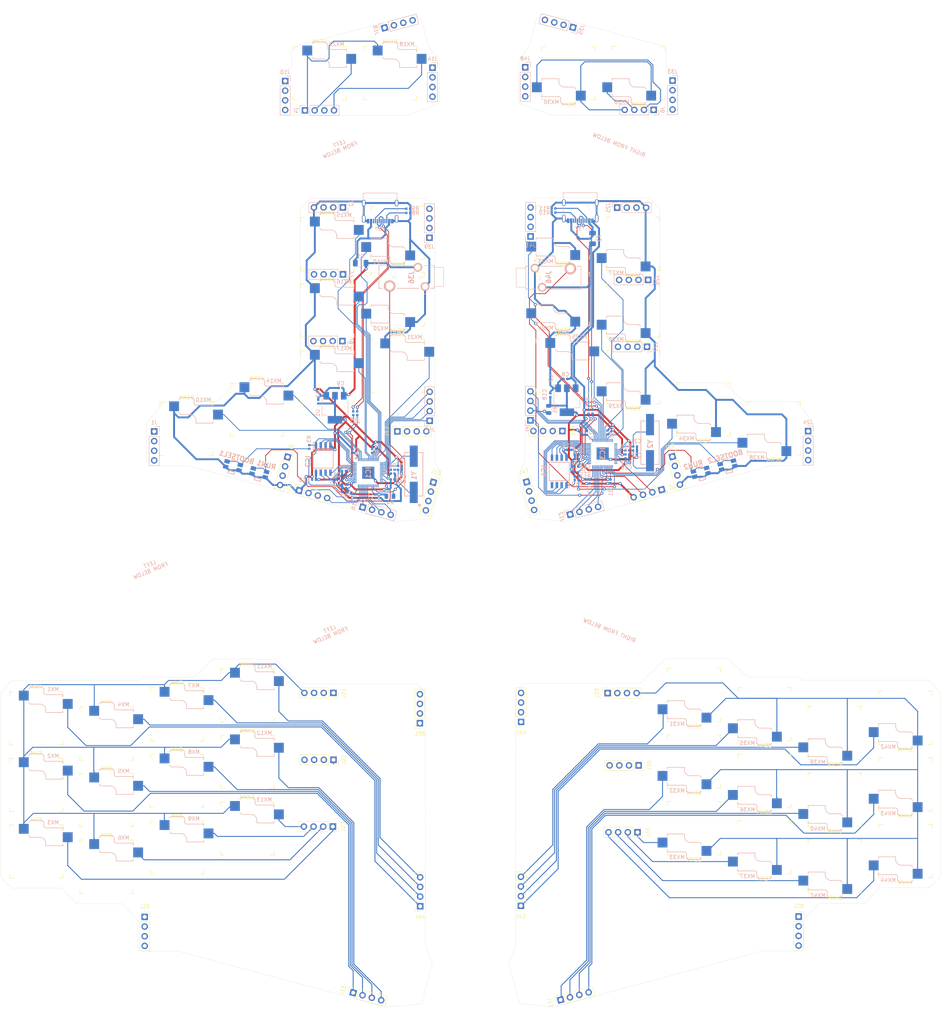
<source format=kicad_pcb>
(kicad_pcb (version 20171130) (host pcbnew "(5.1.4)-1")
  (layers (0 F.Cu signal) (31 B.Cu signal) (34 B.Paste user) (35 F.Paste user) (36 B.SilkS user) (37 F.SilkS user) (38 B.Mask user) (39 F.Mask user) (44 Edge.Cuts user))
  (net 0 "")
  (net 1 "Net-(C5-Pad1)")
  (net 2 "Net-(J3-Pad3)")
  (net 3 "Net-(J5-Pad1)")
  (net 4 "Net-(J9-Pad3)")
  (net 5 "Net-(J9-Pad2)")
  (net 6 "Net-(J9-Pad1)")
  (net 7 "Net-(J10-Pad4)")
  (net 8 "Net-(J10-Pad3)")
  (net 9 "Net-(J10-Pad2)")
  (net 10 "Net-(J10-Pad1)")
  (net 11 "Net-(J11-Pad4)")
  (net 12 "Net-(J11-Pad3)")
  (net 13 "Net-(J11-Pad2)")
  (net 14 "Net-(J11-Pad1)")
  (net 15 "Net-(J13-Pad4)")
  (net 16 "Net-(J13-Pad3)")
  (net 17 "Net-(J13-Pad2)")
  (net 18 "Net-(J13-Pad1)")
  (net 19 "Net-(J14-Pad4)")
  (net 20 "Net-(J14-Pad3)")
  (net 21 "Net-(J14-Pad2)")
  (net 22 "Net-(J14-Pad1)")
  (net 23 "Net-(J15-Pad4)")
  (net 24 "Net-(J15-Pad3)")
  (net 25 "Net-(J15-Pad2)")
  (net 26 "Net-(J15-Pad1)")
  (net 27 D-)
  (net 28 D+)
  (net 29 "Net-(BOOTSEL1-Pad1)")
  (net 30 XIN)
  (net 31 +1V1)
  (net 32 QSPI_SD1)
  (net 33 QSPI_SD2)
  (net 34 QSPI_SD0)
  (net 35 QSPI_SCLK)
  (net 36 QSPI_SD3)
  (net 37 "Net-(IC1-Pad47)")
  (net 38 "Net-(IC1-Pad46)")
  (net 39 "Net-(IC1-Pad31)")
  (net 40 "Net-(IC1-Pad28)")
  (net 41 "Net-(IC1-Pad27)")
  (net 42 "Net-(IC1-Pad25)")
  (net 43 "Net-(IC1-Pad24)")
  (net 44 XOUT)
  (net 45 "Net-(J32-PadB5)")
  (net 46 "Net-(J32-PadA5)")
  (net 47 "Net-(J33-Pad3)")
  (net 48 "Net-(J33-Pad2)")
  (net 49 "Net-(J33-Pad1)")
  (net 50 K_RSE)
  (net 51 "Net-(J4-Pad3)")
  (net 52 K_LSFT)
  (net 53 K_RSFT)
  (net 54 "Net-(J6-Pad3)")
  (net 55 K_LWR)
  (net 56 "Net-(J17-Pad4)")
  (net 57 "Net-(J17-Pad3)")
  (net 58 "Net-(J17-Pad2)")
  (net 59 "Net-(J17-Pad1)")
  (net 60 "Net-(J18-Pad4)")
  (net 61 "Net-(J18-Pad3)")
  (net 62 "Net-(J18-Pad2)")
  (net 63 "Net-(J18-Pad1)")
  (net 64 "Net-(J19-Pad3)")
  (net 65 "Net-(J19-Pad2)")
  (net 66 "Net-(J19-Pad1)")
  (net 67 "Net-(J33-Pad4)")
  (net 68 "Net-(J34-Pad4)")
  (net 69 "Net-(J34-Pad3)")
  (net 70 "Net-(J34-Pad2)")
  (net 71 "Net-(J34-Pad1)")
  (net 72 "Net-(J35-Pad4)")
  (net 73 "Net-(J35-Pad3)")
  (net 74 "Net-(J35-Pad2)")
  (net 75 "Net-(J35-Pad1)")
  (net 76 "Net-(BOOTSEL2-Pad1)")
  (net 77 RXIN)
  (net 78 "Net-(C22-Pad1)")
  (net 79 "Net-(IC1-Pad30)")
  (net 80 "Net-(IC1-Pad29)")
  (net 81 RQSPI_SD1)
  (net 82 RQSPI_SD2)
  (net 83 RQSPI_SD0)
  (net 84 RQSPI_SCLK)
  (net 85 RQSPI_SD3)
  (net 86 "Net-(IC3-Pad47)")
  (net 87 "Net-(IC3-Pad46)")
  (net 88 "Net-(IC3-Pad29)")
  (net 89 "Net-(IC3-Pad28)")
  (net 90 "Net-(IC3-Pad27)")
  (net 91 "Net-(IC3-Pad25)")
  (net 92 "Net-(IC3-Pad24)")
  (net 93 RXOUT)
  (net 94 "Net-(IC3-Pad18)")
  (net 95 "Net-(IC3-Pad17)")
  (net 96 "Net-(IC3-Pad16)")
  (net 97 "Net-(IC3-Pad15)")
  (net 98 "Net-(IC3-Pad14)")
  (net 99 "Net-(IC3-Pad13)")
  (net 100 "Net-(IC3-Pad12)")
  (net 101 "Net-(J37-PadB5)")
  (net 102 RD+)
  (net 103 "Net-(J37-PadA5)")
  (net 104 RD-)
  (net 105 L-BASE)
  (net 106 L-RING1)
  (net 107 L-TIP)
  (net 108 R-TIP)
  (net 109 "Net-(J1-Pad2)")
  (net 110 "Net-(J1-Pad3)")
  (net 111 "Net-(J1-Pad4)")
  (net 112 "Net-(J20-Pad1)")
  (net 113 "Net-(J20-Pad2)")
  (net 114 "Net-(J20-Pad3)")
  (net 115 K_ESC)
  (net 116 K_Q)
  (net 117 K_W)
  (net 118 K_E)
  (net 119 K_TAB)
  (net 120 K_A)
  (net 121 K_S)
  (net 122 K_D)
  (net 123 K_LCTL)
  (net 124 K_Z)
  (net 125 K_X)
  (net 126 K_C)
  (net 127 "Net-(J24-Pad2)")
  (net 128 "Net-(J24-Pad3)")
  (net 129 K_BSPC)
  (net 130 K_P)
  (net 131 K_O)
  (net 132 K_I)
  (net 133 K_ENT)
  (net 134 K_SEMICOL)
  (net 135 K_L)
  (net 136 K_K)
  (net 137 K_RCTL)
  (net 138 K_SLASH)
  (net 139 K_DOT)
  (net 140 K_COMM)
  (net 141 "Net-(J28-Pad1)")
  (net 142 "Net-(J28-Pad2)")
  (net 143 "Net-(J28-Pad3)")
  (net 144 "Net-(J28-Pad4)")
  (net 145 "Net-(J29-Pad1)")
  (net 146 "Net-(J29-Pad2)")
  (net 147 "Net-(J29-Pad3)")
  (net 148 "Net-(J29-Pad4)")
  (net 149 "Net-(J30-Pad1)")
  (net 150 "Net-(J30-Pad2)")
  (net 151 "Net-(J30-Pad3)")
  (net 152 "Net-(J30-Pad4)")
  (net 153 "Net-(J31-Pad1)")
  (net 154 "Net-(J31-Pad2)")
  (net 155 "Net-(J31-Pad3)")
  (net 156 "Net-(J31-Pad4)")
  (net 157 "Net-(J32-PadB8)")
  (net 158 "Net-(J32-PadA8)")
  (net 159 "Net-(J37-PadB8)")
  (net 160 "Net-(J37-PadA8)")
  (net 161 "Net-(J38-Pad1)")
  (net 162 "Net-(J38-Pad2)")
  (net 163 "Net-(J38-Pad3)")
  (net 164 "Net-(J38-Pad4)")
  (net 165 "Net-(J39-Pad1)")
  (net 166 "Net-(J39-Pad2)")
  (net 167 "Net-(J39-Pad3)")
  (net 168 "Net-(J39-Pad4)")
  (net 169 "Net-(J40-Pad1)")
  (net 170 "Net-(J40-Pad2)")
  (net 171 "Net-(J40-Pad3)")
  (net 172 "Net-(J40-Pad4)")
  (net 173 "Net-(J41-Pad1)")
  (net 174 "Net-(J41-Pad2)")
  (net 175 "Net-(J41-Pad3)")
  (net 176 "Net-(J41-Pad4)")
  (net 177 "Net-(J42-Pad1)")
  (net 178 "Net-(J42-Pad2)")
  (net 179 "Net-(J42-Pad3)")
  (net 180 "Net-(J42-Pad4)")
  (net 181 "Net-(J44-Pad1)")
  (net 182 "Net-(J44-Pad2)")
  (net 183 "Net-(J44-Pad3)")
  (net 184 "Net-(J44-Pad4)")
  (net 185 K_WIN)
  (net 186 K_LALT)
  (net 187 K_R)
  (net 188 K_F)
  (net 189 K_V)
  (net 190 K_T)
  (net 191 K_G)
  (net 192 K_B)
  (net 193 K_Y)
  (net 194 K_H)
  (net 195 K_N)
  (net 196 K_U)
  (net 197 K_J)
  (net 198 K_M)
  (net 199 K_RALT)
  (net 200 K_MNU)
  (net 201 "Net-(J47-Pad4)")
  (net 202 "Net-(J47-Pad3)")
  (net 203 "Net-(J47-Pad2)")
  (net 204 "Net-(J47-Pad1)")
  (net 205 "Net-(J48-Pad4)")
  (net 206 "Net-(J48-Pad3)")
  (net 207 "Net-(J48-Pad2)")
  (net 208 "Net-(J48-Pad1)")
  (net 209 "Net-(J20-Pad4)")
  (net 210 "Net-(J21-Pad1)")
  (net 211 "Net-(J21-Pad2)")
  (net 212 "Net-(J21-Pad3)")
  (net 213 "Net-(J21-Pad4)")
  (net 214 "Net-(J22-Pad1)")
  (net 215 "Net-(J22-Pad2)")
  (net 216 "Net-(J22-Pad3)")
  (net 217 "Net-(J22-Pad4)")
  (net 218 "Net-(J23-Pad1)")
  (net 219 "Net-(J23-Pad2)")
  (net 220 "Net-(J23-Pad3)")
  (net 221 "Net-(J23-Pad4)")
  (net 222 "Net-(J4-Pad4)")
  (net 223 "Net-(J4-Pad2)")
  (net 224 "Net-(J4-Pad1)")
  (net 225 "Net-(J6-Pad4)")
  (net 226 "Net-(J6-Pad2)")
  (net 227 "Net-(J6-Pad1)")
  (net 228 "Net-(J24-Pad4)")
  (net 229 "Net-(J2-Pad1)")
  (net 230 "Net-(J2-Pad2)")
  (net 231 "Net-(J2-Pad3)")
  (net 232 "Net-(J7-Pad1)")
  (net 233 "Net-(J7-Pad2)")
  (net 234 "Net-(J7-Pad3)")
  (net 235 "Net-(J7-Pad4)")
  (net 236 "Net-(J1-Pad1)")
  (net 237 "Net-(J25-Pad1)")
  (net 238 "Net-(J25-Pad2)")
  (net 239 "Net-(J25-Pad3)")
  (net 240 "Net-(J26-Pad1)")
  (net 241 "Net-(J26-Pad2)")
  (net 242 "Net-(J26-Pad3)")
  (net 243 "Net-(J26-Pad4)")
  (net 244 "Net-(J24-Pad1)")
  (net 245 +5VA)
  (net 246 "Net-(IC1-Pad35)")
  (net 247 "Net-(IC1-Pad34)")
  (net 248 "Net-(IC1-Pad7)")
  (net 249 "Net-(IC1-Pad6)")
  (net 250 "Net-(IC1-Pad5)")
  (net 251 "Net-(IC1-Pad4)")
  (net 252 "Net-(IC3-Pad35)")
  (net 253 +3V3)
  (net 254 "Net-(IC1-Pad26)")
  (net 255 "Net-(IC3-Pad26)")
  (net 256 QSPI_SSN)
  (net 257 RQSPI_SSN)
  (module Resistor_SMD:R_0402_1005Metric (layer B.Cu) (at 109.901 446.427 90)
    (fp_text reference R2 (at -1.959 0.039 90) (layer B.SilkS) (effects (justify mirror)))
    (fp_text value 27.4)
    (pad 2 smd roundrect (at 0.485 0 90) (size 0.59 0.64) (layers B.Cu B.Paste B.Mask) (net 28 D+))
    (pad 1 smd roundrect (at -0.485 0 90) (size 0.59 0.64) (layers B.Cu B.Paste B.Mask) (net 37 "Net-(IC1-Pad47)"))
  )
  (module Resistor_SMD:R_0402_1005Metric (layer B.Cu) (at 108.851 446.427 90)
    (fp_text reference R1 (at -1.959 -0.181 90) (layer B.SilkS) (effects (justify mirror)))
    (fp_text value 27.4)
    (pad 2 smd roundrect (at 0.485 0 90) (size 0.59 0.64) (layers B.Cu B.Paste B.Mask) (net 27 D-))
    (pad 1 smd roundrect (at -0.485 0 90) (size 0.59 0.64) (layers B.Cu B.Paste B.Mask) (net 38 "Net-(IC1-Pad46)"))
  )
  (module Resistor_SMD:R_0402_1005Metric (layer B.Cu) (at 123.3 393.8 180)
    (fp_text reference R9 (at -1.9 1.17) (layer B.SilkS) (effects (justify mirror)))
    (fp_text value 5.1k)
    (pad 2 smd roundrect (at 0.485 0 180) (size 0.59 0.64) (layers B.Cu B.Paste B.Mask) (net 45 "Net-(J32-PadB5)"))
    (pad 1 smd roundrect (at -0.485 0 180) (size 0.59 0.64) (layers B.Cu B.Paste B.Mask) (net 105 L-BASE))
  )
  (module Resistor_SMD:R_0402_1005Metric (layer B.Cu) (at 123.3 392.7)
    (fp_text reference R8 (at 1.9 1.1) (layer B.SilkS) (effects (justify mirror)))
    (fp_text value 5.1k)
    (pad 2 smd roundrect (at 0.485 0) (size 0.59 0.64) (layers B.Cu B.Paste B.Mask) (net 105 L-BASE))
    (pad 1 smd roundrect (at -0.485 0) (size 0.59 0.64) (layers B.Cu B.Paste B.Mask) (net 46 "Net-(J32-PadA5)"))
  )
  (module Capacitor_SMD:C_0402_1005Metric (layer B.Cu) (at 99.65 443.375 90)
    (fp_text reference C11 (at 2.375 -0.1 270) (layer B.SilkS) (effects (justify mirror)))
    (fp_text value 10uF)
    (pad 2 smd roundrect (at 0.485 0 90) (size 0.59 0.64) (layers B.Cu B.Paste B.Mask) (net 105 L-BASE))
    (pad 1 smd roundrect (at -0.485 0 90) (size 0.59 0.64) (layers B.Cu B.Paste B.Mask) (net 253 +3V3))
  )
  (module keyswitches:Kailh_socket_PG1350_optional (layer F.Cu) (at 163.912025 416.410323 180)
    (fp_text reference MX24 (at 0.000001 -8.255) (layer F.SilkS))
    (fp_text value SwH)
    (fp_text user %R (at 4.445 -7.62) (layer B.SilkS) (effects (justify mirror)))
    (pad "" np_thru_hole circle (at -5.5 0 180) (size 1.7018 1.7018) (drill 1.7018) (layers *.Cu *.Mask))
    (pad "" np_thru_hole circle (at 5.5 0 180) (size 1.7018 1.7018) (drill 1.7018) (layers *.Cu *.Mask))
    (pad 1 smd rect (at -3.275 -5.95 180) (size 2.6 2.6) (layers B.Cu B.Paste B.Mask) (net 105 L-BASE))
    (pad "" np_thru_hole circle (at 5 -3.75 180) (size 3 3) (drill 3) (layers *.Cu *.Mask))
    (pad "" np_thru_hole circle (at 0 0 180) (size 3.429 3.429) (drill 3.429) (layers *.Cu *.Mask))
    (pad "" np_thru_hole circle (at 0 -5.95 180) (size 3 3) (drill 3) (layers *.Cu *.Mask))
    (pad 2 smd rect (at 8.275 -3.75 180) (size 2.6 2.6) (layers B.Cu B.Paste B.Mask) (net 194 K_H))
  )
  (module Resistor_SMD:R_0805_2012Metric (layer B.Cu) (at 160.232 445.4165 90)
    (fp_text reference R5 (at 0 1.65 90) (layer B.SilkS) (effects (justify mirror)))
    (fp_text value DNF)
    (pad 2 smd roundrect (at 0.9375 0 90) (size 0.975 1.4) (layers B.Cu B.Paste B.Mask) (net 253 +3V3))
    (pad 1 smd roundrect (at -0.9375 0 90) (size 0.975 1.4) (layers B.Cu B.Paste B.Mask) (net 108 R-TIP))
  )
  (module Resistor_SMD:R_0805_2012Metric (layer B.Cu) (at 118.4975 468.198)
    (fp_text reference R4 (at 0.0785 1.778) (layer B.SilkS) (effects (justify mirror)))
    (fp_text value DNF)
    (pad 2 smd roundrect (at 0.9375 0) (size 0.975 1.4) (layers B.Cu B.Paste B.Mask) (net 107 L-TIP))
    (pad 1 smd roundrect (at -0.9375 0) (size 0.975 1.4) (layers B.Cu B.Paste B.Mask) (net 253 +3V3))
  )
  (module Resistor_SMD:R_0402_1005Metric (layer B.Cu) (at 180.885 456.2)
    (fp_text reference R16 (at -0.435 -1.05) (layer B.SilkS) (effects (justify mirror)))
    (fp_text value 1k)
    (pad 2 smd roundrect (at 0.485 0) (size 0.59 0.64) (layers B.Cu B.Paste B.Mask) (net 78 "Net-(C22-Pad1)"))
    (pad 1 smd roundrect (at -0.485 0) (size 0.59 0.64) (layers B.Cu B.Paste B.Mask) (net 93 RXOUT))
  )
  (module Resistor_SMD:R_0402_1005Metric (layer B.Cu) (at 170.7 446.015 90)
    (fp_text reference R15 (at 2.415 -0.1 90) (layer B.SilkS) (effects (justify mirror)))
    (fp_text value 27.4)
    (pad 2 smd roundrect (at 0.485 0 90) (size 0.59 0.64) (layers B.Cu B.Paste B.Mask) (net 104 RD-))
    (pad 1 smd roundrect (at -0.485 0 90) (size 0.59 0.64) (layers B.Cu B.Paste B.Mask) (net 87 "Net-(IC3-Pad46)"))
  )
  (module Resistor_SMD:R_0402_1005Metric (layer B.Cu) (at 171.75 446 90)
    (fp_text reference R14 (at 2.4 0.25 90) (layer B.SilkS) (effects (justify mirror)))
    (fp_text value 27.4)
    (pad 2 smd roundrect (at 0.485 0 90) (size 0.59 0.64) (layers B.Cu B.Paste B.Mask) (net 102 RD+))
    (pad 1 smd roundrect (at -0.485 0 90) (size 0.59 0.64) (layers B.Cu B.Paste B.Mask) (net 86 "Net-(IC3-Pad47)"))
  )
  (module Resistor_SMD:R_0402_1005Metric (layer B.Cu) (at 167.515 462.95)
    (fp_text reference R13 (at 2.335 0.05) (layer B.SilkS) (effects (justify mirror)))
    (fp_text value DNF)
    (pad 2 smd roundrect (at 0.485 0) (size 0.59 0.64) (layers B.Cu B.Paste B.Mask) (net 253 +3V3))
    (pad 1 smd roundrect (at -0.485 0) (size 0.59 0.64) (layers B.Cu B.Paste B.Mask) (net 257 RQSPI_SSN))
  )
  (module Resistor_SMD:R_0402_1005Metric (layer B.Cu) (at 167.535 463.95 180)
    (fp_text reference R12 (at -0.115 -1.125) (layer B.SilkS) (effects (justify mirror)))
    (fp_text value 10k)
    (pad 2 smd roundrect (at 0.485 0 180) (size 0.59 0.64) (layers B.Cu B.Paste B.Mask) (net 257 RQSPI_SSN))
    (pad 1 smd roundrect (at -0.485 0 180) (size 0.59 0.64) (layers B.Cu B.Paste B.Mask) (net 76 "Net-(BOOTSEL2-Pad1)"))
  )
  (module Resistor_SMD:R_0402_1005Metric (layer B.Cu) (at 161.485 392.6)
    (fp_text reference R11 (at -2.385 0) (layer B.SilkS) (effects (justify mirror)))
    (fp_text value 5.1k)
    (pad 2 smd roundrect (at 0.485 0) (size 0.59 0.64) (layers B.Cu B.Paste B.Mask) (net 101 "Net-(J37-PadB5)"))
    (pad 1 smd roundrect (at -0.485 0) (size 0.59 0.64) (layers B.Cu B.Paste B.Mask) (net 105 L-BASE))
  )
  (module Resistor_SMD:R_0402_1005Metric (layer B.Cu) (at 161.485 393.7 180)
    (fp_text reference R10 (at 2.385 -0.1) (layer B.SilkS) (effects (justify mirror)))
    (fp_text value 5.1k)
    (pad 2 smd roundrect (at 0.485 0 180) (size 0.59 0.64) (layers B.Cu B.Paste B.Mask) (net 105 L-BASE))
    (pad 1 smd roundrect (at -0.485 0 180) (size 0.59 0.64) (layers B.Cu B.Paste B.Mask) (net 103 "Net-(J37-PadA5)"))
  )
  (module Fuse:Fuse_1206_3216Metric (layer B.Cu) (at 171.75 400.5 90)
    (fp_text reference F2 (at 0 1.82 90) (layer B.SilkS) (effects (justify mirror)))
    (fp_text value Polyfuse)
    (pad 2 smd roundrect (at 1.4 0 90) (size 1.25 1.75) (layers B.Cu B.Paste B.Mask) (roundrect_rratio 0.2) (net 245 +5VA))
    (pad 1 smd roundrect (at -1.4 0 90) (size 1.25 1.75) (layers B.Cu B.Paste B.Mask) (roundrect_rratio 0.2) (net 106 L-RING1))
  )
  (module Capacitor_SMD:C_0402_1005Metric (layer B.Cu) (at 175.65 451.465 90)
    (fp_text reference C32 (at 0 1.17 90) (layer B.SilkS) (effects (justify mirror)))
    (fp_text value 0.1uF)
    (pad 2 smd roundrect (at 0.485 0 90) (size 0.59 0.64) (layers B.Cu B.Paste B.Mask) (net 105 L-BASE))
    (pad 1 smd roundrect (at -0.485 0 90) (size 0.59 0.64) (layers B.Cu B.Paste B.Mask) (net 253 +3V3))
  )
  (module Capacitor_SMD:C_0402_1005Metric (layer B.Cu) (at 176.488 464.315 270)
    (fp_text reference C31 (at 2.435 -0.05 90) (layer B.SilkS) (effects (justify mirror)))
    (fp_text value 0.1uF)
    (pad 2 smd roundrect (at 0.485 0 270) (size 0.59 0.64) (layers B.Cu B.Paste B.Mask) (net 105 L-BASE))
    (pad 1 smd roundrect (at -0.485 0 270) (size 0.59 0.64) (layers B.Cu B.Paste B.Mask) (net 253 +3V3))
  )
  (module Capacitor_SMD:C_0402_1005Metric (layer B.Cu) (at 180.885 457.225)
    (fp_text reference C29 (at -0.185 2.175) (layer B.SilkS) (effects (justify mirror)))
    (fp_text value 0.1uF)
    (pad 2 smd roundrect (at 0.485 0) (size 0.59 0.64) (layers B.Cu B.Paste B.Mask) (net 105 L-BASE))
    (pad 1 smd roundrect (at -0.485 0) (size 0.59 0.64) (layers B.Cu B.Paste B.Mask) (net 253 +3V3))
  )
  (module Capacitor_SMD:C_0402_1005Metric (layer B.Cu) (at 180.885 458.25)
    (fp_text reference C28 (at -0.235 2.45) (layer B.SilkS) (effects (justify mirror)))
    (fp_text value 0.1uF)
    (pad 2 smd roundrect (at 0.485 0) (size 0.59 0.64) (layers B.Cu B.Paste B.Mask) (net 105 L-BASE))
    (pad 1 smd roundrect (at -0.485 0) (size 0.59 0.64) (layers B.Cu B.Paste B.Mask) (net 31 +1V1))
  )
  (module Capacitor_SMD:C_0402_1005Metric (layer B.Cu) (at 170.25 451.615 90)
    (fp_text reference C27 (at 0 1.17 90) (layer B.SilkS) (effects (justify mirror)))
    (fp_text value 0.1uF)
    (pad 2 smd roundrect (at 0.485 0 90) (size 0.59 0.64) (layers B.Cu B.Paste B.Mask) (net 105 L-BASE))
    (pad 1 smd roundrect (at -0.485 0 90) (size 0.59 0.64) (layers B.Cu B.Paste B.Mask) (net 253 +3V3))
  )
  (module Capacitor_SMD:C_0402_1005Metric (layer B.Cu) (at 167.585 457.45 180)
    (fp_text reference C26 (at -0.515 1.2) (layer B.SilkS) (effects (justify mirror)))
    (fp_text value 0.1uF)
    (pad 2 smd roundrect (at 0.485 0 180) (size 0.59 0.64) (layers B.Cu B.Paste B.Mask) (net 105 L-BASE))
    (pad 1 smd roundrect (at -0.485 0 180) (size 0.59 0.64) (layers B.Cu B.Paste B.Mask) (net 31 +1V1))
  )
  (module Capacitor_SMD:C_0402_1005Metric (layer B.Cu) (at 167.5 461.9 180)
    (fp_text reference C25 (at -2.35 0.3) (layer B.SilkS) (effects (justify mirror)))
    (fp_text value 0.1uF)
    (pad 2 smd roundrect (at 0.485 0 180) (size 0.59 0.64) (layers B.Cu B.Paste B.Mask) (net 105 L-BASE))
    (pad 1 smd roundrect (at -0.485 0 180) (size 0.59 0.64) (layers B.Cu B.Paste B.Mask) (net 253 +3V3))
  )
  (module Capacitor_SMD:C_0402_1005Metric (layer B.Cu) (at 167.515 460.45 180)
    (fp_text reference C24 (at -2.285 0.1) (layer B.SilkS) (effects (justify mirror)))
    (fp_text value 1uF)
    (pad 2 smd roundrect (at 0.485 0 180) (size 0.59 0.64) (layers B.Cu B.Paste B.Mask) (net 105 L-BASE))
    (pad 1 smd roundrect (at -0.485 0 180) (size 0.59 0.64) (layers B.Cu B.Paste B.Mask) (net 31 +1V1))
  )
  (module Capacitor_SMD:C_0402_1005Metric (layer B.Cu) (at 171 464.335 270)
    (fp_text reference C23 (at 2.565 -0.05 90) (layer B.SilkS) (effects (justify mirror)))
    (fp_text value 0.1uF)
    (pad 2 smd roundrect (at 0.485 0 270) (size 0.59 0.64) (layers B.Cu B.Paste B.Mask) (net 105 L-BASE))
    (pad 1 smd roundrect (at -0.485 0 270) (size 0.59 0.64) (layers B.Cu B.Paste B.Mask) (net 253 +3V3))
  )
  (module Capacitor_SMD:C_0402_1005Metric (layer B.Cu) (at 182.935 456.2)
    (fp_text reference C22 (at 0.265 1.25) (layer B.SilkS) (effects (justify mirror)))
    (fp_text value 27pF)
    (pad 2 smd roundrect (at 0.485 0) (size 0.59 0.64) (layers B.Cu B.Paste B.Mask) (net 105 L-BASE))
    (pad 1 smd roundrect (at -0.485 0) (size 0.59 0.64) (layers B.Cu B.Paste B.Mask) (net 78 "Net-(C22-Pad1)"))
  )
  (module Capacitor_SMD:C_0402_1005Metric (layer B.Cu) (at 182.935 455.15)
    (fp_text reference C21 (at 0.165 -1.4) (layer B.SilkS) (effects (justify mirror)))
    (fp_text value 27pF)
    (pad 2 smd roundrect (at 0.485 0) (size 0.59 0.64) (layers B.Cu B.Paste B.Mask) (net 105 L-BASE))
    (pad 1 smd roundrect (at -0.485 0) (size 0.59 0.64) (layers B.Cu B.Paste B.Mask) (net 77 RXIN))
  )
  (module Capacitor_SMD:C_0402_1005Metric (layer B.Cu) (at 167.585 458.45 180)
    (fp_text reference C20 (at -0.115 -1) (layer B.SilkS) (effects (justify mirror)))
    (fp_text value 1uF)
    (pad 2 smd roundrect (at 0.485 0 180) (size 0.59 0.64) (layers B.Cu B.Paste B.Mask) (net 105 L-BASE))
    (pad 1 smd roundrect (at -0.485 0 180) (size 0.59 0.64) (layers B.Cu B.Paste B.Mask) (net 253 +3V3))
  )
  (module Capacitor_SMD:C_0402_1005Metric (layer B.Cu) (at 165.535 456)
    (fp_text reference C19 (at -0.235 -1.15) (layer B.SilkS) (effects (justify mirror)))
    (fp_text value 0.1uF)
    (pad 2 smd roundrect (at 0.485 0) (size 0.59 0.64) (layers B.Cu B.Paste B.Mask) (net 105 L-BASE))
    (pad 1 smd roundrect (at -0.485 0) (size 0.59 0.64) (layers B.Cu B.Paste B.Mask) (net 253 +3V3))
  )
  (module Capacitor_SMD:C_0402_1005Metric (layer B.Cu) (at 160.65 441.665 90)
    (fp_text reference C18 (at 0.165 -1.5 90) (layer B.SilkS) (effects (justify mirror)))
    (fp_text value 10uF)
    (pad 2 smd roundrect (at 0.485 0 90) (size 0.59 0.64) (layers B.Cu B.Paste B.Mask) (net 105 L-BASE))
    (pad 1 smd roundrect (at -0.485 0 90) (size 0.59 0.64) (layers B.Cu B.Paste B.Mask) (net 253 +3V3))
  )
  (module Capacitor_SMD:C_0402_1005Metric (layer B.Cu) (at 164.6 437.4 180)
    (fp_text reference C8 (at 0 1.17) (layer B.SilkS) (effects (justify mirror)))
    (fp_text value 10uF)
    (pad 2 smd roundrect (at 0.485 0 180) (size 0.59 0.64) (layers B.Cu B.Paste B.Mask) (net 105 L-BASE))
    (pad 1 smd roundrect (at -0.485 0 180) (size 0.59 0.64) (layers B.Cu B.Paste B.Mask) (net 106 L-RING1))
  )
  (module Resistor_SMD:R_0402_1005Metric (layer B.Cu) (at 106.425 467.09)
    (fp_text reference R7 (at 0 1.17) (layer B.SilkS) (effects (justify mirror)))
    (fp_text value DNF)
    (pad 2 smd roundrect (at 0.485 0) (size 0.59 0.64) (layers B.Cu B.Paste B.Mask) (net 253 +3V3))
    (pad 1 smd roundrect (at -0.485 0) (size 0.59 0.64) (layers B.Cu B.Paste B.Mask) (net 256 QSPI_SSN))
  )
  (module Resistor_SMD:R_0402_1005Metric (layer B.Cu) (at 119.2 461.25)
    (fp_text reference R6 (at 0 -1.05) (layer B.SilkS) (effects (justify mirror)))
    (fp_text value 1k)
    (pad 2 smd roundrect (at 0.485 0) (size 0.59 0.64) (layers B.Cu B.Paste B.Mask) (net 1 "Net-(C5-Pad1)"))
    (pad 1 smd roundrect (at -0.485 0) (size 0.59 0.64) (layers B.Cu B.Paste B.Mask) (net 44 XOUT))
  )
  (module Resistor_SMD:R_0402_1005Metric (layer B.Cu) (at 97.3 455.265 90)
    (fp_text reference R3 (at 2.053 -0.06 90) (layer B.SilkS) (effects (justify mirror)))
    (fp_text value 10k)
    (pad 2 smd roundrect (at 0.485 0 90) (size 0.59 0.64) (layers B.Cu B.Paste B.Mask) (net 256 QSPI_SSN))
    (pad 1 smd roundrect (at -0.485 0 90) (size 0.59 0.64) (layers B.Cu B.Paste B.Mask) (net 29 "Net-(BOOTSEL1-Pad1)"))
  )
  (module Capacitor_SMD:C_0402_1005Metric (layer B.Cu) (at 109.4 468.135 270)
    (fp_text reference C17 (at 0 1.17 90) (layer B.SilkS) (effects (justify mirror)))
    (fp_text value 0.1uF)
    (pad 2 smd roundrect (at 0.485 0 270) (size 0.59 0.64) (layers B.Cu B.Paste B.Mask) (net 105 L-BASE))
    (pad 1 smd roundrect (at -0.485 0 270) (size 0.59 0.64) (layers B.Cu B.Paste B.Mask) (net 253 +3V3))
  )
  (module Capacitor_SMD:C_0402_1005Metric (layer B.Cu) (at 113.85 456.315 90)
    (fp_text reference C16 (at 0 1.17 90) (layer B.SilkS) (effects (justify mirror)))
    (fp_text value 0.1uF)
    (pad 2 smd roundrect (at 0.485 0 90) (size 0.59 0.64) (layers B.Cu B.Paste B.Mask) (net 105 L-BASE))
    (pad 1 smd roundrect (at -0.485 0 90) (size 0.59 0.64) (layers B.Cu B.Paste B.Mask) (net 253 +3V3))
  )
  (module Capacitor_SMD:C_0402_1005Metric (layer B.Cu) (at 119.2 462.25)
    (fp_text reference C15 (at 2.17 0.868) (layer B.SilkS) (effects (justify mirror)))
    (fp_text value 0.1uF)
    (pad 2 smd roundrect (at 0.485 0) (size 0.59 0.64) (layers B.Cu B.Paste B.Mask) (net 105 L-BASE))
    (pad 1 smd roundrect (at -0.485 0) (size 0.59 0.64) (layers B.Cu B.Paste B.Mask) (net 253 +3V3))
  )
  (module Capacitor_SMD:C_0402_1005Metric (layer B.Cu) (at 106.415 461.55 180)
    (fp_text reference C14 (at 0 1.17) (layer B.SilkS) (effects (justify mirror)))
    (fp_text value 0.1uF)
    (pad 2 smd roundrect (at 0.485 0 180) (size 0.59 0.64) (layers B.Cu B.Paste B.Mask) (net 105 L-BASE))
    (pad 1 smd roundrect (at -0.485 0 180) (size 0.59 0.64) (layers B.Cu B.Paste B.Mask) (net 31 +1V1))
  )
  (module Capacitor_SMD:C_0402_1005Metric (layer B.Cu) (at 119.185 463.775)
    (fp_text reference C13 (at 2.185 0.613) (layer B.SilkS) (effects (justify mirror)))
    (fp_text value 0.1uF)
    (pad 2 smd roundrect (at 0.485 0) (size 0.59 0.64) (layers B.Cu B.Paste B.Mask) (net 105 L-BASE))
    (pad 1 smd roundrect (at -0.485 0) (size 0.59 0.64) (layers B.Cu B.Paste B.Mask) (net 31 +1V1))
  )
  (module Capacitor_SMD:C_0402_1005Metric (layer B.Cu) (at 106.45 465.05 180)
    (fp_text reference C12 (at 2.352 0.154) (layer B.SilkS) (effects (justify mirror)))
    (fp_text value 1uF)
    (pad 2 smd roundrect (at 0.485 0 180) (size 0.59 0.64) (layers B.Cu B.Paste B.Mask) (net 105 L-BASE))
    (pad 1 smd roundrect (at -0.485 0 180) (size 0.59 0.64) (layers B.Cu B.Paste B.Mask) (net 31 +1V1))
  )
  (module Capacitor_SMD:C_0402_1005Metric (layer B.Cu) (at 98.54 463.86 180)
    (fp_text reference C10 (at 2.57 -0.02) (layer B.SilkS) (effects (justify mirror)))
    (fp_text value 0.1uF)
    (pad 2 smd roundrect (at 0.485 0 180) (size 0.59 0.64) (layers B.Cu B.Paste B.Mask) (net 105 L-BASE))
    (pad 1 smd roundrect (at -0.485 0 180) (size 0.59 0.64) (layers B.Cu B.Paste B.Mask) (net 253 +3V3))
  )
  (module Capacitor_SMD:C_0402_1005Metric (layer B.Cu) (at 105.525 439.775 180)
    (fp_text reference C9 (at 0 1.17) (layer B.SilkS) (effects (justify mirror)))
    (fp_text value 10uF)
    (pad 2 smd roundrect (at 0.485 0 180) (size 0.59 0.64) (layers B.Cu B.Paste B.Mask) (net 105 L-BASE))
    (pad 1 smd roundrect (at -0.485 0 180) (size 0.59 0.64) (layers B.Cu B.Paste B.Mask) (net 106 L-RING1))
  )
  (module Capacitor_SMD:C_0402_1005Metric (layer B.Cu) (at 106.445 466.07 180)
    (fp_text reference C7 (at 1.839 -0.096) (layer B.SilkS) (effects (justify mirror)))
    (fp_text value 0.1uF)
    (pad 2 smd roundrect (at 0.485 0 180) (size 0.59 0.64) (layers B.Cu B.Paste B.Mask) (net 105 L-BASE))
    (pad 1 smd roundrect (at -0.485 0 180) (size 0.59 0.64) (layers B.Cu B.Paste B.Mask) (net 253 +3V3))
  )
  (module Capacitor_SMD:C_0402_1005Metric (layer B.Cu) (at 108.65 456.315 90)
    (fp_text reference C6 (at 0.015 1.29 90) (layer B.SilkS) (effects (justify mirror)))
    (fp_text value 0.1uF)
    (pad 2 smd roundrect (at 0.485 0 90) (size 0.59 0.64) (layers B.Cu B.Paste B.Mask) (net 105 L-BASE))
    (pad 1 smd roundrect (at -0.485 0 90) (size 0.59 0.64) (layers B.Cu B.Paste B.Mask) (net 253 +3V3))
  )
  (module Capacitor_SMD:C_0402_1005Metric (layer B.Cu) (at 121.15 461.25)
    (fp_text reference C5 (at 0 -1.942) (layer B.SilkS) (effects (justify mirror)))
    (fp_text value 27pF)
    (pad 2 smd roundrect (at 0.485 0) (size 0.59 0.64) (layers B.Cu B.Paste B.Mask) (net 105 L-BASE))
    (pad 1 smd roundrect (at -0.485 0) (size 0.59 0.64) (layers B.Cu B.Paste B.Mask) (net 1 "Net-(C5-Pad1)"))
  )
  (module Capacitor_SMD:C_0402_1005Metric (layer B.Cu) (at 121.15 460.25)
    (fp_text reference C4 (at -0.034 -2.212) (layer B.SilkS) (effects (justify mirror)))
    (fp_text value 27pF)
    (pad 2 smd roundrect (at 0.485 0) (size 0.59 0.64) (layers B.Cu B.Paste B.Mask) (net 105 L-BASE))
    (pad 1 smd roundrect (at -0.485 0) (size 0.59 0.64) (layers B.Cu B.Paste B.Mask) (net 30 XIN))
  )
  (module Capacitor_SMD:C_0402_1005Metric (layer B.Cu) (at 106.415 462.55 180)
    (fp_text reference C3 (at 1.809 -0.06) (layer B.SilkS) (effects (justify mirror)))
    (fp_text value 1uF)
    (pad 2 smd roundrect (at 0.485 0 180) (size 0.59 0.64) (layers B.Cu B.Paste B.Mask) (net 105 L-BASE))
    (pad 1 smd roundrect (at -0.485 0 180) (size 0.59 0.64) (layers B.Cu B.Paste B.Mask) (net 253 +3V3))
  )
  (module Capacitor_SMD:C_0402_1005Metric (layer B.Cu) (at 114.63 468.23 270)
    (fp_text reference C2 (at 0 1.17 90) (layer B.SilkS) (effects (justify mirror)))
    (fp_text value 0.1uF)
    (pad 2 smd roundrect (at 0.485 0 270) (size 0.59 0.64) (layers B.Cu B.Paste B.Mask) (net 105 L-BASE))
    (pad 1 smd roundrect (at -0.485 0 270) (size 0.59 0.64) (layers B.Cu B.Paste B.Mask) (net 253 +3V3))
  )
  (module Connector_USB:USB_C_Receptacle_Palconn_UTC16-G (layer B.Cu) (at 115.92 393.44)
    (fp_text reference J32 (at 0 4.58) (layer B.SilkS) (effects (justify mirror)))
    (fp_text value USB_C_Receptacle_USB2.0)
    (pad A12 smd rect (at 3.2 2.51) (size 0.6 1.16) (layers B.Cu B.Paste B.Mask) (net 105 L-BASE))
    (pad A9 smd rect (at 2.4 2.51) (size 0.6 1.16) (layers B.Cu B.Paste B.Mask) (net 245 +5VA))
    (pad B1 smd rect (at 3.2 2.51) (size 0.6 1.16) (layers B.Cu B.Paste B.Mask) (net 105 L-BASE))
    (pad B4 smd rect (at 2.4 2.51) (size 0.6 1.16) (layers B.Cu B.Paste B.Mask) (net 245 +5VA))
    (pad B12 smd rect (at -3.2 2.51) (size 0.6 1.16) (layers B.Cu B.Paste B.Mask) (net 105 L-BASE))
    (pad A1 smd rect (at -3.2 2.51) (size 0.6 1.16) (layers B.Cu B.Paste B.Mask) (net 105 L-BASE))
    (pad B9 smd rect (at -2.4 2.51) (size 0.6 1.16) (layers B.Cu B.Paste B.Mask) (net 245 +5VA))
    (pad A4 smd rect (at -2.4 2.51) (size 0.6 1.16) (layers B.Cu B.Paste B.Mask) (net 245 +5VA))
    (pad "" np_thru_hole circle (at -2.89 1.45 180) (size 0.6 0.6) (drill 0.6) (layers *.Cu *.Mask))
    (pad "" np_thru_hole circle (at 2.89 1.45 180) (size 0.6 0.6) (drill 0.6) (layers *.Cu *.Mask))
    (pad B5 smd rect (at 1.75 2.51 180) (size 0.3 1.16) (layers B.Cu B.Paste B.Mask) (net 45 "Net-(J32-PadB5)"))
    (pad B6 smd rect (at 0.75 2.51 180) (size 0.3 1.16) (layers B.Cu B.Paste B.Mask) (net 28 D+))
    (pad A8 smd rect (at 1.25 2.51 180) (size 0.3 1.16) (layers B.Cu B.Paste B.Mask) (net 158 "Net-(J32-PadA8)"))
    (pad A5 smd rect (at -1.25 2.51 180) (size 0.3 1.16) (layers B.Cu B.Paste B.Mask) (net 46 "Net-(J32-PadA5)"))
    (pad B8 smd rect (at -1.75 2.51 180) (size 0.3 1.16) (layers B.Cu B.Paste B.Mask) (net 157 "Net-(J32-PadB8)"))
    (pad A7 smd rect (at 0.25 2.51 180) (size 0.3 1.16) (layers B.Cu B.Paste B.Mask) (net 27 D-))
    (pad A6 smd rect (at -0.25 2.51 180) (size 0.3 1.16) (layers B.Cu B.Paste B.Mask) (net 28 D+))
    (pad B7 smd rect (at -0.75 2.51 180) (size 0.3 1.16) (layers B.Cu B.Paste B.Mask) (net 27 D-))
    (pad S1 thru_hole oval (at 4.32 -2.24 270) (size 1.7 0.9) (drill oval 1.4 0.6) (layers *.Cu *.Mask) (net 105 L-BASE))
    (pad S1 thru_hole oval (at -4.32 -2.24 270) (size 1.7 0.9) (drill oval 1.4 0.6) (layers *.Cu *.Mask) (net 105 L-BASE))
    (pad S1 thru_hole oval (at 4.32 1.93 270) (size 2 0.9) (drill oval 1.7 0.6) (layers *.Cu *.Mask) (net 105 L-BASE))
    (pad S1 thru_hole oval (at -4.32 1.93 270) (size 2 0.9) (drill oval 1.7 0.6) (layers *.Cu *.Mask) (net 105 L-BASE))
  )
  (module Connector_PinSocket_2.54mm:PinSocket_1x04_P2.54mm_Vertical (layer F.Cu) (at 175.712025 519.910322 90)
    (fp_text reference J29 (at 0 -2.77 90) (layer F.SilkS))
    (fp_text value Conn_01x04_Female)
    (pad 4 thru_hole oval (at 0 7.62 90) (size 1.7 1.7) (drill 1) (layers *.Cu *.Mask) (net 148 "Net-(J29-Pad4)"))
    (pad 3 thru_hole oval (at 0 5.08 90) (size 1.7 1.7) (drill 1) (layers *.Cu *.Mask) (net 147 "Net-(J29-Pad3)"))
    (pad 2 thru_hole oval (at 0 2.54 90) (size 1.7 1.7) (drill 1) (layers *.Cu *.Mask) (net 146 "Net-(J29-Pad2)"))
    (pad 1 thru_hole rect (at 0 0 90) (size 1.7 1.7) (drill 1) (layers *.Cu *.Mask) (net 145 "Net-(J29-Pad1)"))
  )
  (module Connector_PinHeader_2.54mm:PinHeader_1x04_P2.54mm_Vertical (layer B.Cu) (at 166.591607 345.077132 75)
    (fp_text reference J35 (at 0 2.33 255) (layer B.SilkS) (effects (justify mirror)))
    (fp_text value Raiser_Male)
    (pad 4 thru_hole oval (at 0 -7.62 75) (size 1.7 1.7) (drill 1) (layers *.Cu *.Mask) (net 72 "Net-(J35-Pad4)"))
    (pad 3 thru_hole oval (at 0 -5.08 75) (size 1.7 1.7) (drill 1) (layers *.Cu *.Mask) (net 73 "Net-(J35-Pad3)"))
    (pad 2 thru_hole oval (at 0 -2.54 75) (size 1.7 1.7) (drill 1) (layers *.Cu *.Mask) (net 74 "Net-(J35-Pad2)"))
    (pad 1 thru_hole rect (at 0 0 75) (size 1.7 1.7) (drill 1) (layers *.Cu *.Mask) (net 75 "Net-(J35-Pad1)"))
  )
  (module Connector_PinSocket_2.54mm:PinSocket_1x04_P2.54mm_Vertical (layer F.Cu) (at 94.632789 466.712953 75)
    (fp_text reference J3 (at 0.000001 -2.77 75) (layer F.SilkS))
    (fp_text value Conn_01x04_Female)
    (pad 4 thru_hole oval (at 0 7.62 75) (size 1.7 1.7) (drill 1) (layers *.Cu *.Mask) (net 50 K_RSE))
    (pad 3 thru_hole oval (at 0 5.08 75) (size 1.7 1.7) (drill 1) (layers *.Cu *.Mask) (net 2 "Net-(J3-Pad3)"))
    (pad 2 thru_hole oval (at 0 2.54 75) (size 1.7 1.7) (drill 1) (layers *.Cu *.Mask) (net 52 K_LSFT))
    (pad 1 thru_hole rect (at 0 0 75) (size 1.7 1.7) (drill 1) (layers *.Cu *.Mask) (net 105 L-BASE))
  )
  (module Connector_PinSocket_2.54mm:PinSocket_1x04_P2.54mm_Vertical (layer F.Cu) (at 189.912024 466.510323 285)
    (fp_text reference J5 (at -0.000001 -2.77 105) (layer F.SilkS))
    (fp_text value Conn_01x04_Female)
    (pad 4 thru_hole oval (at 0 7.62 285) (size 1.7 1.7) (drill 1) (layers *.Cu *.Mask) (net 105 L-BASE))
    (pad 3 thru_hole oval (at 0 5.08 285) (size 1.7 1.7) (drill 1) (layers *.Cu *.Mask) (net 53 K_RSFT))
    (pad 2 thru_hole oval (at 0 2.54 285) (size 1.7 1.7) (drill 1) (layers *.Cu *.Mask) (net 55 K_LWR))
    (pad 1 thru_hole rect (at 0 0 285) (size 1.7 1.7) (drill 1) (layers *.Cu *.Mask) (net 3 "Net-(J5-Pad1)"))
  )
  (module Connector_PinSocket_2.54mm:PinSocket_1x04_P2.54mm_Vertical (layer F.Cu) (at 103.496974 554.970972 270)
    (fp_text reference J23 (at 0 -2.77 90) (layer F.SilkS))
    (fp_text value Conn_01x04_Female)
    (pad 4 thru_hole oval (at 0 7.62 270) (size 1.7 1.7) (drill 1) (layers *.Cu *.Mask) (net 221 "Net-(J23-Pad4)"))
    (pad 3 thru_hole oval (at 0 5.08 270) (size 1.7 1.7) (drill 1) (layers *.Cu *.Mask) (net 220 "Net-(J23-Pad3)"))
    (pad 2 thru_hole oval (at 0 2.54 270) (size 1.7 1.7) (drill 1) (layers *.Cu *.Mask) (net 219 "Net-(J23-Pad2)"))
    (pad 1 thru_hole rect (at 0 0 270) (size 1.7 1.7) (drill 1) (layers *.Cu *.Mask) (net 218 "Net-(J23-Pad1)"))
  )
  (module Connector_PinSocket_2.54mm:PinSocket_1x04_P2.54mm_Vertical (layer F.Cu) (at 103.654161 537.435202 270)
    (fp_text reference J22 (at 0 -2.77 90) (layer F.SilkS))
    (fp_text value Conn_01x04_Female)
    (pad 4 thru_hole oval (at 0 7.62 270) (size 1.7 1.7) (drill 1) (layers *.Cu *.Mask) (net 217 "Net-(J22-Pad4)"))
    (pad 3 thru_hole oval (at 0 5.08 270) (size 1.7 1.7) (drill 1) (layers *.Cu *.Mask) (net 216 "Net-(J22-Pad3)"))
    (pad 2 thru_hole oval (at 0 2.54 270) (size 1.7 1.7) (drill 1) (layers *.Cu *.Mask) (net 215 "Net-(J22-Pad2)"))
    (pad 1 thru_hole rect (at 0 0 270) (size 1.7 1.7) (drill 1) (layers *.Cu *.Mask) (net 214 "Net-(J22-Pad1)"))
  )
  (module Connector_PinSocket_2.54mm:PinSocket_1x04_P2.54mm_Vertical (layer F.Cu) (at 103.636291 519.865542 270)
    (fp_text reference J21 (at 0 -2.77 90) (layer F.SilkS))
    (fp_text value Conn_01x04_Female)
    (pad 4 thru_hole oval (at 0 7.62 270) (size 1.7 1.7) (drill 1) (layers *.Cu *.Mask) (net 213 "Net-(J21-Pad4)"))
    (pad 3 thru_hole oval (at 0 5.08 270) (size 1.7 1.7) (drill 1) (layers *.Cu *.Mask) (net 212 "Net-(J21-Pad3)"))
    (pad 2 thru_hole oval (at 0 2.54 270) (size 1.7 1.7) (drill 1) (layers *.Cu *.Mask) (net 211 "Net-(J21-Pad2)"))
    (pad 1 thru_hole rect (at 0 0 270) (size 1.7 1.7) (drill 1) (layers *.Cu *.Mask) (net 210 "Net-(J21-Pad1)"))
  )
  (module Connector_PinSocket_2.54mm:PinSocket_1x04_P2.54mm_Vertical (layer F.Cu) (at 126.440599 575.894893 180)
    (fp_text reference J44 (at 0 -2.77) (layer F.SilkS))
    (fp_text value Raiser_Female)
    (pad 4 thru_hole oval (at 0 7.62 180) (size 1.7 1.7) (drill 1) (layers *.Cu *.Mask) (net 184 "Net-(J44-Pad4)"))
    (pad 3 thru_hole oval (at 0 5.08 180) (size 1.7 1.7) (drill 1) (layers *.Cu *.Mask) (net 183 "Net-(J44-Pad3)"))
    (pad 2 thru_hole oval (at 0 2.54 180) (size 1.7 1.7) (drill 1) (layers *.Cu *.Mask) (net 182 "Net-(J44-Pad2)"))
    (pad 1 thru_hole rect (at 0 0 180) (size 1.7 1.7) (drill 1) (layers *.Cu *.Mask) (net 181 "Net-(J44-Pad1)"))
  )
  (module Connector_PinSocket_2.54mm:PinSocket_1x04_P2.54mm_Vertical (layer F.Cu) (at 152.912019 575.78028 180)
    (fp_text reference J42 (at 0 -2.77) (layer F.SilkS))
    (fp_text value Raiser_Female)
    (pad 4 thru_hole oval (at 0 7.62 180) (size 1.7 1.7) (drill 1) (layers *.Cu *.Mask) (net 180 "Net-(J42-Pad4)"))
    (pad 3 thru_hole oval (at 0 5.08 180) (size 1.7 1.7) (drill 1) (layers *.Cu *.Mask) (net 179 "Net-(J42-Pad3)"))
    (pad 2 thru_hole oval (at 0 2.54 180) (size 1.7 1.7) (drill 1) (layers *.Cu *.Mask) (net 178 "Net-(J42-Pad2)"))
    (pad 1 thru_hole rect (at 0 0 180) (size 1.7 1.7) (drill 1) (layers *.Cu *.Mask) (net 177 "Net-(J42-Pad1)"))
  )
  (module Connector_PinHeader_2.54mm:PinHeader_1x04_P2.54mm_Vertical (layer B.Cu) (at 154.054489 355.559102 180)
    (fp_text reference J48 (at 0 2.33 180) (layer B.SilkS) (effects (justify mirror)))
    (fp_text value Raiser_Male)
    (pad 4 thru_hole oval (at 0 -7.62 180) (size 1.7 1.7) (drill 1) (layers *.Cu *.Mask) (net 205 "Net-(J48-Pad4)"))
    (pad 3 thru_hole oval (at 0 -5.08 180) (size 1.7 1.7) (drill 1) (layers *.Cu *.Mask) (net 206 "Net-(J48-Pad3)"))
    (pad 2 thru_hole oval (at 0 -2.54 180) (size 1.7 1.7) (drill 1) (layers *.Cu *.Mask) (net 207 "Net-(J48-Pad2)"))
    (pad 1 thru_hole rect (at 0 0 180) (size 1.7 1.7) (drill 1) (layers *.Cu *.Mask) (net 208 "Net-(J48-Pad1)"))
  )
  (module Connector_PinSocket_2.54mm:PinSocket_1x04_P2.54mm_Vertical (layer F.Cu) (at 154.418929 464.454623 15)
    (fp_text reference J47 (at 0 -2.770001 195) (layer F.SilkS))
    (fp_text value Raiser_Female)
    (pad 4 thru_hole oval (at 0 7.62 15) (size 1.7 1.7) (drill 1) (layers *.Cu *.Mask) (net 201 "Net-(J47-Pad4)"))
    (pad 3 thru_hole oval (at 0 5.08 15) (size 1.7 1.7) (drill 1) (layers *.Cu *.Mask) (net 202 "Net-(J47-Pad3)"))
    (pad 2 thru_hole oval (at 0 2.54 15) (size 1.7 1.7) (drill 1) (layers *.Cu *.Mask) (net 203 "Net-(J47-Pad2)"))
    (pad 1 thru_hole rect (at 0 0 15) (size 1.7 1.7) (drill 1) (layers *.Cu *.Mask) (net 204 "Net-(J47-Pad1)"))
  )
  (module Connector_PinSocket_2.54mm:PinSocket_1x04_P2.54mm_Vertical (layer F.Cu) (at 152.958726 527.480794 180)
    (fp_text reference J40 (at 0 -2.77) (layer F.SilkS))
    (fp_text value Raiser_Female)
    (pad 4 thru_hole oval (at 0 7.62 180) (size 1.7 1.7) (drill 1) (layers *.Cu *.Mask) (net 172 "Net-(J40-Pad4)"))
    (pad 3 thru_hole oval (at 0 5.08 180) (size 1.7 1.7) (drill 1) (layers *.Cu *.Mask) (net 171 "Net-(J40-Pad3)"))
    (pad 2 thru_hole oval (at 0 2.54 180) (size 1.7 1.7) (drill 1) (layers *.Cu *.Mask) (net 170 "Net-(J40-Pad2)"))
    (pad 1 thru_hole rect (at 0 0 180) (size 1.7 1.7) (drill 1) (layers *.Cu *.Mask) (net 169 "Net-(J40-Pad1)"))
  )
  (module Connector_PinSocket_2.54mm:PinSocket_1x04_P2.54mm_Vertical (layer F.Cu) (at 126.376095 527.818305 180)
    (fp_text reference J38 (at 0 -2.77) (layer F.SilkS))
    (fp_text value Raiser_Female)
    (pad 4 thru_hole oval (at 0 7.62 180) (size 1.7 1.7) (drill 1) (layers *.Cu *.Mask) (net 164 "Net-(J38-Pad4)"))
    (pad 3 thru_hole oval (at 0 5.08 180) (size 1.7 1.7) (drill 1) (layers *.Cu *.Mask) (net 163 "Net-(J38-Pad3)"))
    (pad 2 thru_hole oval (at 0 2.54 180) (size 1.7 1.7) (drill 1) (layers *.Cu *.Mask) (net 162 "Net-(J38-Pad2)"))
    (pad 1 thru_hole rect (at 0 0 180) (size 1.7 1.7) (drill 1) (layers *.Cu *.Mask) (net 161 "Net-(J38-Pad1)"))
  )
  (module keyswitches:Kailh_socket_PG1350_optional (layer F.Cu) (at 216.912025 542.910322 180)
    (fp_text reference MX36 (at 0.000001 -8.255) (layer F.SilkS))
    (fp_text value SwL)
    (fp_text user %R (at 4.445 -7.62) (layer B.SilkS) (effects (justify mirror)))
    (pad "" np_thru_hole circle (at -5.5 0 180) (size 1.7018 1.7018) (drill 1.7018) (layers *.Cu *.Mask))
    (pad "" np_thru_hole circle (at 5.5 0 180) (size 1.7018 1.7018) (drill 1.7018) (layers *.Cu *.Mask))
    (pad 1 smd rect (at -3.275 -5.95 180) (size 2.6 2.6) (layers B.Cu B.Paste B.Mask) (net 148 "Net-(J29-Pad4)"))
    (pad "" np_thru_hole circle (at 5 -3.75 180) (size 3 3) (drill 3) (layers *.Cu *.Mask))
    (pad "" np_thru_hole circle (at 0 0 180) (size 3.429 3.429) (drill 3.429) (layers *.Cu *.Mask))
    (pad "" np_thru_hole circle (at 0 -5.95 180) (size 3 3) (drill 3) (layers *.Cu *.Mask))
    (pad 2 smd rect (at 8.275 -3.75 180) (size 2.6 2.6) (layers B.Cu B.Paste B.Mask) (net 13 "Net-(J11-Pad2)"))
  )
  (module keyswitches:Kailh_socket_PG1350_optional (layer F.Cu) (at 198.412025 555.410322 180)
    (fp_text reference MX33 (at 0.000001 -8.255) (layer F.SilkS))
    (fp_text value SwCOMMA)
    (fp_text user %R (at 4.445 -7.62) (layer B.SilkS) (effects (justify mirror)))
    (pad "" np_thru_hole circle (at -5.5 0 180) (size 1.7018 1.7018) (drill 1.7018) (layers *.Cu *.Mask))
    (pad "" np_thru_hole circle (at 5.5 0 180) (size 1.7018 1.7018) (drill 1.7018) (layers *.Cu *.Mask))
    (pad 1 smd rect (at -3.275 -5.95 180) (size 2.6 2.6) (layers B.Cu B.Paste B.Mask) (net 148 "Net-(J29-Pad4)"))
    (pad "" np_thru_hole circle (at 5 -3.75 180) (size 3 3) (drill 3) (layers *.Cu *.Mask))
    (pad "" np_thru_hole circle (at 0 0 180) (size 3.429 3.429) (drill 3.429) (layers *.Cu *.Mask))
    (pad "" np_thru_hole circle (at 0 -5.95 180) (size 3 3) (drill 3) (layers *.Cu *.Mask))
    (pad 2 smd rect (at 8.275 -3.75 180) (size 2.6 2.6) (layers B.Cu B.Paste B.Mask) (net 153 "Net-(J31-Pad1)"))
  )
  (module keyswitches:Kailh_socket_PG1350_optional (layer F.Cu) (at 235.412025 530.410322 180)
    (fp_text reference MX39 (at 0.000001 -8.255) (layer F.SilkS))
    (fp_text value SwP)
    (fp_text user %R (at 4.445 -7.62) (layer B.SilkS) (effects (justify mirror)))
    (pad "" np_thru_hole circle (at -5.5 0 180) (size 1.7018 1.7018) (drill 1.7018) (layers *.Cu *.Mask))
    (pad "" np_thru_hole circle (at 5.5 0 180) (size 1.7018 1.7018) (drill 1.7018) (layers *.Cu *.Mask))
    (pad 1 smd rect (at -3.275 -5.95 180) (size 2.6 2.6) (layers B.Cu B.Paste B.Mask) (net 148 "Net-(J29-Pad4)"))
    (pad "" np_thru_hole circle (at 5 -3.75 180) (size 3 3) (drill 3) (layers *.Cu *.Mask))
    (pad "" np_thru_hole circle (at 0 0 180) (size 3.429 3.429) (drill 3.429) (layers *.Cu *.Mask))
    (pad "" np_thru_hole circle (at 0 -5.95 180) (size 3 3) (drill 3) (layers *.Cu *.Mask))
    (pad 2 smd rect (at 8.275 -3.75 180) (size 2.6 2.6) (layers B.Cu B.Paste B.Mask) (net 178 "Net-(J42-Pad2)"))
  )
  (module keyswitches:Kailh_socket_PG1350_optional (layer F.Cu) (at 198.412025 520.410322 180)
    (fp_text reference MX31 (at 0.000001 -8.255) (layer F.SilkS))
    (fp_text value SwI)
    (fp_text user %R (at 4.445 -7.62) (layer B.SilkS) (effects (justify mirror)))
    (pad "" np_thru_hole circle (at -5.5 0 180) (size 1.7018 1.7018) (drill 1.7018) (layers *.Cu *.Mask))
    (pad "" np_thru_hole circle (at 5.5 0 180) (size 1.7018 1.7018) (drill 1.7018) (layers *.Cu *.Mask))
    (pad 1 smd rect (at -3.275 -5.95 180) (size 2.6 2.6) (layers B.Cu B.Paste B.Mask) (net 148 "Net-(J29-Pad4)"))
    (pad "" np_thru_hole circle (at 5 -3.75 180) (size 3 3) (drill 3) (layers *.Cu *.Mask))
    (pad "" np_thru_hole circle (at 0 0 180) (size 3.429 3.429) (drill 3.429) (layers *.Cu *.Mask))
    (pad "" np_thru_hole circle (at 0 -5.95 180) (size 3 3) (drill 3) (layers *.Cu *.Mask))
    (pad 2 smd rect (at 8.275 -3.75 180) (size 2.6 2.6) (layers B.Cu B.Paste B.Mask) (net 180 "Net-(J42-Pad4)"))
  )
  (module keyswitches:Kailh_socket_PG1350_optional (layer F.Cu) (at 235.412025 565.410323 180)
    (fp_text reference MX41 (at 0.000001 -8.255) (layer F.SilkS))
    (fp_text value Sw?)
    (fp_text user %R (at 4.445 -7.62) (layer B.SilkS) (effects (justify mirror)))
    (pad "" np_thru_hole circle (at -5.5 0 180) (size 1.7018 1.7018) (drill 1.7018) (layers *.Cu *.Mask))
    (pad "" np_thru_hole circle (at 5.5 0 180) (size 1.7018 1.7018) (drill 1.7018) (layers *.Cu *.Mask))
    (pad 1 smd rect (at -3.275 -5.95 180) (size 2.6 2.6) (layers B.Cu B.Paste B.Mask) (net 148 "Net-(J29-Pad4)"))
    (pad "" np_thru_hole circle (at 5 -3.75 180) (size 3 3) (drill 3) (layers *.Cu *.Mask))
    (pad "" np_thru_hole circle (at 0 0 180) (size 3.429 3.429) (drill 3.429) (layers *.Cu *.Mask))
    (pad "" np_thru_hole circle (at 0 -5.95 180) (size 3 3) (drill 3) (layers *.Cu *.Mask))
    (pad 2 smd rect (at 8.275 -3.75 180) (size 2.6 2.6) (layers B.Cu B.Paste B.Mask) (net 155 "Net-(J31-Pad3)"))
  )
  (module keyswitches:Kailh_socket_PG1350_optional (layer F.Cu) (at 198.412025 537.910323 180)
    (fp_text reference MX32 (at 0.000001 -8.255) (layer F.SilkS))
    (fp_text value SwK)
    (fp_text user %R (at 4.445 -7.62) (layer B.SilkS) (effects (justify mirror)))
    (pad "" np_thru_hole circle (at -5.5 0 180) (size 1.7018 1.7018) (drill 1.7018) (layers *.Cu *.Mask))
    (pad "" np_thru_hole circle (at 5.5 0 180) (size 1.7018 1.7018) (drill 1.7018) (layers *.Cu *.Mask))
    (pad 1 smd rect (at -3.275 -5.95 180) (size 2.6 2.6) (layers B.Cu B.Paste B.Mask) (net 148 "Net-(J29-Pad4)"))
    (pad "" np_thru_hole circle (at 5 -3.75 180) (size 3 3) (drill 3) (layers *.Cu *.Mask))
    (pad "" np_thru_hole circle (at 0 0 180) (size 3.429 3.429) (drill 3.429) (layers *.Cu *.Mask))
    (pad "" np_thru_hole circle (at 0 -5.95 180) (size 3 3) (drill 3) (layers *.Cu *.Mask))
    (pad 2 smd rect (at 8.275 -3.75 180) (size 2.6 2.6) (layers B.Cu B.Paste B.Mask) (net 14 "Net-(J11-Pad1)"))
  )
  (module keyswitches:Kailh_socket_PG1350_optional (layer F.Cu) (at 216.912025 525.410323 180)
    (fp_text reference MX35 (at 0.000001 -8.255) (layer F.SilkS))
    (fp_text value SwO)
    (fp_text user %R (at 4.445 -7.62) (layer B.SilkS) (effects (justify mirror)))
    (pad "" np_thru_hole circle (at -5.5 0 180) (size 1.7018 1.7018) (drill 1.7018) (layers *.Cu *.Mask))
    (pad "" np_thru_hole circle (at 5.5 0 180) (size 1.7018 1.7018) (drill 1.7018) (layers *.Cu *.Mask))
    (pad 1 smd rect (at -3.275 -5.95 180) (size 2.6 2.6) (layers B.Cu B.Paste B.Mask) (net 148 "Net-(J29-Pad4)"))
    (pad "" np_thru_hole circle (at 5 -3.75 180) (size 3 3) (drill 3) (layers *.Cu *.Mask))
    (pad "" np_thru_hole circle (at 0 0 180) (size 3.429 3.429) (drill 3.429) (layers *.Cu *.Mask))
    (pad "" np_thru_hole circle (at 0 -5.95 180) (size 3 3) (drill 3) (layers *.Cu *.Mask))
    (pad 2 smd rect (at 8.275 -3.75 180) (size 2.6 2.6) (layers B.Cu B.Paste B.Mask) (net 179 "Net-(J42-Pad3)"))
  )
  (module keyswitches:Kailh_socket_PG1350_optional (layer F.Cu) (at 216.912025 560.410322 180)
    (fp_text reference MX37 (at 0.000001 -8.255) (layer F.SilkS))
    (fp_text value SwDOT)
    (fp_text user %R (at 4.445 -7.62) (layer B.SilkS) (effects (justify mirror)))
    (pad "" np_thru_hole circle (at -5.5 0 180) (size 1.7018 1.7018) (drill 1.7018) (layers *.Cu *.Mask))
    (pad "" np_thru_hole circle (at 5.5 0 180) (size 1.7018 1.7018) (drill 1.7018) (layers *.Cu *.Mask))
    (pad 1 smd rect (at -3.275 -5.95 180) (size 2.6 2.6) (layers B.Cu B.Paste B.Mask) (net 148 "Net-(J29-Pad4)"))
    (pad "" np_thru_hole circle (at 5 -3.75 180) (size 3 3) (drill 3) (layers *.Cu *.Mask))
    (pad "" np_thru_hole circle (at 0 0 180) (size 3.429 3.429) (drill 3.429) (layers *.Cu *.Mask))
    (pad "" np_thru_hole circle (at 0 -5.95 180) (size 3 3) (drill 3) (layers *.Cu *.Mask))
    (pad 2 smd rect (at 8.275 -3.75 180) (size 2.6 2.6) (layers B.Cu B.Paste B.Mask) (net 154 "Net-(J31-Pad2)"))
  )
  (module keyswitches:Kailh_socket_PG1350_optional (layer F.Cu) (at 235.412026 547.910322 180)
    (fp_text reference MX40 (at 0.000001 -8.255) (layer F.SilkS))
    (fp_text value SwCOLON)
    (fp_text user %R (at 4.445 -7.62) (layer B.SilkS) (effects (justify mirror)))
    (pad "" np_thru_hole circle (at -5.5 0 180) (size 1.7018 1.7018) (drill 1.7018) (layers *.Cu *.Mask))
    (pad "" np_thru_hole circle (at 5.5 0 180) (size 1.7018 1.7018) (drill 1.7018) (layers *.Cu *.Mask))
    (pad 1 smd rect (at -3.275 -5.95 180) (size 2.6 2.6) (layers B.Cu B.Paste B.Mask) (net 148 "Net-(J29-Pad4)"))
    (pad "" np_thru_hole circle (at 5 -3.75 180) (size 3 3) (drill 3) (layers *.Cu *.Mask))
    (pad "" np_thru_hole circle (at 0 0 180) (size 3.429 3.429) (drill 3.429) (layers *.Cu *.Mask))
    (pad "" np_thru_hole circle (at 0 -5.95 180) (size 3 3) (drill 3) (layers *.Cu *.Mask))
    (pad 2 smd rect (at 8.275 -3.75 180) (size 2.6 2.6) (layers B.Cu B.Paste B.Mask) (net 12 "Net-(J11-Pad3)"))
  )
  (module keyswitches:Kailh_socket_PG1350_optional (layer F.Cu) (at 44.032789 565.512952)
    (fp_text reference MX6 (at -0.000001 -8.255) (layer F.SilkS))
    (fp_text value SwZ)
    (fp_text user %R (at 4.445 -7.62) (layer B.SilkS) (effects (justify mirror)))
    (pad "" np_thru_hole circle (at -5.5 0) (size 1.7018 1.7018) (drill 1.7018) (layers *.Cu *.Mask))
    (pad "" np_thru_hole circle (at 5.5 0) (size 1.7018 1.7018) (drill 1.7018) (layers *.Cu *.Mask))
    (pad 1 smd rect (at -3.275 -5.95) (size 2.6 2.6) (layers B.Cu B.Paste B.Mask) (net 213 "Net-(J21-Pad4)"))
    (pad "" np_thru_hole circle (at 5 -3.75) (size 3 3) (drill 3) (layers *.Cu *.Mask))
    (pad "" np_thru_hole circle (at 0 0) (size 3.429 3.429) (drill 3.429) (layers *.Cu *.Mask))
    (pad "" np_thru_hole circle (at 0 -5.95) (size 3 3) (drill 3) (layers *.Cu *.Mask))
    (pad 2 smd rect (at 8.275 -3.75) (size 2.6 2.6) (layers B.Cu B.Paste B.Mask) (net 219 "Net-(J23-Pad2)"))
  )
  (module keyswitches:Kailh_socket_PG1350_optional (layer F.Cu) (at 62.532789 543.012952)
    (fp_text reference MX8 (at -0.000001 -8.255) (layer F.SilkS))
    (fp_text value SwS)
    (fp_text user %R (at 4.445 -7.62) (layer B.SilkS) (effects (justify mirror)))
    (pad "" np_thru_hole circle (at -5.5 0) (size 1.7018 1.7018) (drill 1.7018) (layers *.Cu *.Mask))
    (pad "" np_thru_hole circle (at 5.5 0) (size 1.7018 1.7018) (drill 1.7018) (layers *.Cu *.Mask))
    (pad 1 smd rect (at -3.275 -5.95) (size 2.6 2.6) (layers B.Cu B.Paste B.Mask) (net 213 "Net-(J21-Pad4)"))
    (pad "" np_thru_hole circle (at 5 -3.75) (size 3 3) (drill 3) (layers *.Cu *.Mask))
    (pad "" np_thru_hole circle (at 0 0) (size 3.429 3.429) (drill 3.429) (layers *.Cu *.Mask))
    (pad "" np_thru_hole circle (at 0 -5.95) (size 3 3) (drill 3) (layers *.Cu *.Mask))
    (pad 2 smd rect (at 8.275 -3.75) (size 2.6 2.6) (layers B.Cu B.Paste B.Mask) (net 24 "Net-(J15-Pad3)"))
  )
  (module keyswitches:Kailh_socket_PG1350_optional (layer F.Cu) (at 62.53279 560.512952)
    (fp_text reference MX9 (at -0.000001 -8.255) (layer F.SilkS))
    (fp_text value SwX)
    (fp_text user %R (at 4.445 -7.62) (layer B.SilkS) (effects (justify mirror)))
    (pad "" np_thru_hole circle (at -5.5 0) (size 1.7018 1.7018) (drill 1.7018) (layers *.Cu *.Mask))
    (pad "" np_thru_hole circle (at 5.5 0) (size 1.7018 1.7018) (drill 1.7018) (layers *.Cu *.Mask))
    (pad 1 smd rect (at -3.275 -5.95) (size 2.6 2.6) (layers B.Cu B.Paste B.Mask) (net 213 "Net-(J21-Pad4)"))
    (pad "" np_thru_hole circle (at 5 -3.75) (size 3 3) (drill 3) (layers *.Cu *.Mask))
    (pad "" np_thru_hole circle (at 0 0) (size 3.429 3.429) (drill 3.429) (layers *.Cu *.Mask))
    (pad "" np_thru_hole circle (at 0 -5.95) (size 3 3) (drill 3) (layers *.Cu *.Mask))
    (pad 2 smd rect (at 8.275 -3.75) (size 2.6 2.6) (layers B.Cu B.Paste B.Mask) (net 220 "Net-(J23-Pad3)"))
  )
  (module keyswitches:Kailh_socket_PG1350_optional (layer F.Cu) (at 81.03279 520.512952)
    (fp_text reference MX11 (at -0.000001 -8.255) (layer F.SilkS))
    (fp_text value SwE)
    (fp_text user %R (at 4.445 -7.62) (layer B.SilkS) (effects (justify mirror)))
    (pad "" np_thru_hole circle (at -5.5 0) (size 1.7018 1.7018) (drill 1.7018) (layers *.Cu *.Mask))
    (pad "" np_thru_hole circle (at 5.5 0) (size 1.7018 1.7018) (drill 1.7018) (layers *.Cu *.Mask))
    (pad 1 smd rect (at -3.275 -5.95) (size 2.6 2.6) (layers B.Cu B.Paste B.Mask) (net 213 "Net-(J21-Pad4)"))
    (pad "" np_thru_hole circle (at 5 -3.75) (size 3 3) (drill 3) (layers *.Cu *.Mask))
    (pad "" np_thru_hole circle (at 0 0) (size 3.429 3.429) (drill 3.429) (layers *.Cu *.Mask))
    (pad "" np_thru_hole circle (at 0 -5.95) (size 3 3) (drill 3) (layers *.Cu *.Mask))
    (pad 2 smd rect (at 8.275 -3.75) (size 2.6 2.6) (layers B.Cu B.Paste B.Mask) (net 184 "Net-(J44-Pad4)"))
  )
  (module keyswitches:Kailh_socket_PG1350_optional (layer F.Cu) (at 81.032789 538.012952)
    (fp_text reference MX12 (at -0.000001 -8.255) (layer F.SilkS))
    (fp_text value SwD)
    (fp_text user %R (at 4.445 -7.62) (layer B.SilkS) (effects (justify mirror)))
    (pad "" np_thru_hole circle (at -5.5 0) (size 1.7018 1.7018) (drill 1.7018) (layers *.Cu *.Mask))
    (pad "" np_thru_hole circle (at 5.5 0) (size 1.7018 1.7018) (drill 1.7018) (layers *.Cu *.Mask))
    (pad 1 smd rect (at -3.275 -5.95) (size 2.6 2.6) (layers B.Cu B.Paste B.Mask) (net 213 "Net-(J21-Pad4)"))
    (pad "" np_thru_hole circle (at 5 -3.75) (size 3 3) (drill 3) (layers *.Cu *.Mask))
    (pad "" np_thru_hole circle (at 0 0) (size 3.429 3.429) (drill 3.429) (layers *.Cu *.Mask))
    (pad "" np_thru_hole circle (at 0 -5.95) (size 3 3) (drill 3) (layers *.Cu *.Mask))
    (pad 2 smd rect (at 8.275 -3.75) (size 2.6 2.6) (layers B.Cu B.Paste B.Mask) (net 23 "Net-(J15-Pad4)"))
  )
  (module keyswitches:Kailh_socket_PG1350_optional (layer F.Cu) (at 81.032789 555.512952)
    (fp_text reference MX13 (at -0.000001 -8.255) (layer F.SilkS))
    (fp_text value SwC)
    (fp_text user %R (at 4.445 -7.62) (layer B.SilkS) (effects (justify mirror)))
    (pad "" np_thru_hole circle (at -5.5 0) (size 1.7018 1.7018) (drill 1.7018) (layers *.Cu *.Mask))
    (pad "" np_thru_hole circle (at 5.5 0) (size 1.7018 1.7018) (drill 1.7018) (layers *.Cu *.Mask))
    (pad 1 smd rect (at -3.275 -5.95) (size 2.6 2.6) (layers B.Cu B.Paste B.Mask) (net 213 "Net-(J21-Pad4)"))
    (pad "" np_thru_hole circle (at 5 -3.75) (size 3 3) (drill 3) (layers *.Cu *.Mask))
    (pad "" np_thru_hole circle (at 0 0) (size 3.429 3.429) (drill 3.429) (layers *.Cu *.Mask))
    (pad "" np_thru_hole circle (at 0 -5.95) (size 3 3) (drill 3) (layers *.Cu *.Mask))
    (pad 2 smd rect (at 8.275 -3.75) (size 2.6 2.6) (layers B.Cu B.Paste B.Mask) (net 221 "Net-(J23-Pad4)"))
  )
  (module keyswitches:Kailh_socket_PG1350_optional (layer F.Cu) (at 44.03279 548.012952)
    (fp_text reference MX5 (at -0.000001 -8.255) (layer F.SilkS))
    (fp_text value SwA)
    (fp_text user %R (at 4.445 -7.62) (layer B.SilkS) (effects (justify mirror)))
    (pad "" np_thru_hole circle (at -5.5 0) (size 1.7018 1.7018) (drill 1.7018) (layers *.Cu *.Mask))
    (pad "" np_thru_hole circle (at 5.5 0) (size 1.7018 1.7018) (drill 1.7018) (layers *.Cu *.Mask))
    (pad 1 smd rect (at -3.275 -5.95) (size 2.6 2.6) (layers B.Cu B.Paste B.Mask) (net 213 "Net-(J21-Pad4)"))
    (pad "" np_thru_hole circle (at 5 -3.75) (size 3 3) (drill 3) (layers *.Cu *.Mask))
    (pad "" np_thru_hole circle (at 0 0) (size 3.429 3.429) (drill 3.429) (layers *.Cu *.Mask))
    (pad "" np_thru_hole circle (at 0 -5.95) (size 3 3) (drill 3) (layers *.Cu *.Mask))
    (pad 2 smd rect (at 8.275 -3.75) (size 2.6 2.6) (layers B.Cu B.Paste B.Mask) (net 25 "Net-(J15-Pad2)"))
  )
  (module keyswitches:Kailh_socket_PG1350_optional (layer F.Cu) (at 62.532789 525.512953)
    (fp_text reference MX7 (at -0.000001 -8.255) (layer F.SilkS))
    (fp_text value SwW)
    (fp_text user %R (at 4.445 -7.62) (layer B.SilkS) (effects (justify mirror)))
    (pad "" np_thru_hole circle (at -5.5 0) (size 1.7018 1.7018) (drill 1.7018) (layers *.Cu *.Mask))
    (pad "" np_thru_hole circle (at 5.5 0) (size 1.7018 1.7018) (drill 1.7018) (layers *.Cu *.Mask))
    (pad 1 smd rect (at -3.275 -5.95) (size 2.6 2.6) (layers B.Cu B.Paste B.Mask) (net 213 "Net-(J21-Pad4)"))
    (pad "" np_thru_hole circle (at 5 -3.75) (size 3 3) (drill 3) (layers *.Cu *.Mask))
    (pad "" np_thru_hole circle (at 0 0) (size 3.429 3.429) (drill 3.429) (layers *.Cu *.Mask))
    (pad "" np_thru_hole circle (at 0 -5.95) (size 3 3) (drill 3) (layers *.Cu *.Mask))
    (pad 2 smd rect (at 8.275 -3.75) (size 2.6 2.6) (layers B.Cu B.Paste B.Mask) (net 183 "Net-(J44-Pad3)"))
  )
  (module Connector_PinSocket_2.54mm:PinSocket_1x04_P2.54mm_Vertical (layer F.Cu) (at 225.912025 578.610322)
    (fp_text reference J28 (at 0 -2.77) (layer F.SilkS))
    (fp_text value Conn_01x04_Female)
    (pad 4 thru_hole oval (at 0 7.62) (size 1.7 1.7) (drill 1) (layers *.Cu *.Mask) (net 144 "Net-(J28-Pad4)"))
    (pad 3 thru_hole oval (at 0 5.08) (size 1.7 1.7) (drill 1) (layers *.Cu *.Mask) (net 143 "Net-(J28-Pad3)"))
    (pad 2 thru_hole oval (at 0 2.54) (size 1.7 1.7) (drill 1) (layers *.Cu *.Mask) (net 142 "Net-(J28-Pad2)"))
    (pad 1 thru_hole rect (at 0 0) (size 1.7 1.7) (drill 1) (layers *.Cu *.Mask) (net 141 "Net-(J28-Pad1)"))
  )
  (module Connector_PinSocket_2.54mm:PinSocket_1x04_P2.54mm_Vertical (layer F.Cu) (at 183.859012 538.892011 270)
    (fp_text reference J30 (at 0 -2.77 90) (layer F.SilkS))
    (fp_text value Conn_01x04_Female)
    (pad 4 thru_hole oval (at 0 7.62 270) (size 1.7 1.7) (drill 1) (layers *.Cu *.Mask) (net 152 "Net-(J30-Pad4)"))
    (pad 3 thru_hole oval (at 0 5.08 270) (size 1.7 1.7) (drill 1) (layers *.Cu *.Mask) (net 151 "Net-(J30-Pad3)"))
    (pad 2 thru_hole oval (at 0 2.54 270) (size 1.7 1.7) (drill 1) (layers *.Cu *.Mask) (net 150 "Net-(J30-Pad2)"))
    (pad 1 thru_hole rect (at 0 0 270) (size 1.7 1.7) (drill 1) (layers *.Cu *.Mask) (net 149 "Net-(J30-Pad1)"))
  )
  (module keyswitches:Kailh_socket_PG1350_optional (layer F.Cu) (at 253.912025 561.410322 180)
    (fp_text reference MX44 (at 0.000001 -8.255) (layer F.SilkS))
    (fp_text value SwRCTRL)
    (fp_text user %R (at 4.445 -7.62) (layer B.SilkS) (effects (justify mirror)))
    (pad "" np_thru_hole circle (at -5.5 0 180) (size 1.7018 1.7018) (drill 1.7018) (layers *.Cu *.Mask))
    (pad "" np_thru_hole circle (at 5.5 0 180) (size 1.7018 1.7018) (drill 1.7018) (layers *.Cu *.Mask))
    (pad 1 smd rect (at -3.275 -5.95 180) (size 2.6 2.6) (layers B.Cu B.Paste B.Mask) (net 148 "Net-(J29-Pad4)"))
    (pad "" np_thru_hole circle (at 5 -3.75 180) (size 3 3) (drill 3) (layers *.Cu *.Mask))
    (pad "" np_thru_hole circle (at 0 0 180) (size 3.429 3.429) (drill 3.429) (layers *.Cu *.Mask))
    (pad "" np_thru_hole circle (at 0 -5.95 180) (size 3 3) (drill 3) (layers *.Cu *.Mask))
    (pad 2 smd rect (at 8.275 -3.75 180) (size 2.6 2.6) (layers B.Cu B.Paste B.Mask) (net 156 "Net-(J31-Pad4)"))
  )
  (module keyswitches:Kailh_socket_PG1350_optional (layer F.Cu) (at 253.912025 526.410322 180)
    (fp_text reference MX42 (at 0.000001 -8.255) (layer F.SilkS))
    (fp_text value SwBKSP)
    (fp_text user %R (at 4.445 -7.62) (layer B.SilkS) (effects (justify mirror)))
    (pad "" np_thru_hole circle (at -5.5 0 180) (size 1.7018 1.7018) (drill 1.7018) (layers *.Cu *.Mask))
    (pad "" np_thru_hole circle (at 5.5 0 180) (size 1.7018 1.7018) (drill 1.7018) (layers *.Cu *.Mask))
    (pad 1 smd rect (at -3.275 -5.95 180) (size 2.6 2.6) (layers B.Cu B.Paste B.Mask) (net 148 "Net-(J29-Pad4)"))
    (pad "" np_thru_hole circle (at 5 -3.75 180) (size 3 3) (drill 3) (layers *.Cu *.Mask))
    (pad "" np_thru_hole circle (at 0 0 180) (size 3.429 3.429) (drill 3.429) (layers *.Cu *.Mask))
    (pad "" np_thru_hole circle (at 0 -5.95 180) (size 3 3) (drill 3) (layers *.Cu *.Mask))
    (pad 2 smd rect (at 8.275 -3.75 180) (size 2.6 2.6) (layers B.Cu B.Paste B.Mask) (net 177 "Net-(J42-Pad1)"))
  )
  (module keyswitches:Kailh_socket_PG1350_optional (layer F.Cu) (at 253.912024 543.910322 180)
    (fp_text reference MX43 (at 0.000001 -8.255) (layer F.SilkS))
    (fp_text value SwENTER)
    (fp_text user %R (at 4.445 -7.62) (layer B.SilkS) (effects (justify mirror)))
    (pad "" np_thru_hole circle (at -5.5 0 180) (size 1.7018 1.7018) (drill 1.7018) (layers *.Cu *.Mask))
    (pad "" np_thru_hole circle (at 5.5 0 180) (size 1.7018 1.7018) (drill 1.7018) (layers *.Cu *.Mask))
    (pad 1 smd rect (at -3.275 -5.95 180) (size 2.6 2.6) (layers B.Cu B.Paste B.Mask) (net 148 "Net-(J29-Pad4)"))
    (pad "" np_thru_hole circle (at 5 -3.75 180) (size 3 3) (drill 3) (layers *.Cu *.Mask))
    (pad "" np_thru_hole circle (at 0 0 180) (size 3.429 3.429) (drill 3.429) (layers *.Cu *.Mask))
    (pad "" np_thru_hole circle (at 0 -5.95 180) (size 3 3) (drill 3) (layers *.Cu *.Mask))
    (pad 2 smd rect (at 8.275 -3.75 180) (size 2.6 2.6) (layers B.Cu B.Paste B.Mask) (net 11 "Net-(J11-Pad4)"))
  )
  (module Connector_PinSocket_2.54mm:PinSocket_1x04_P2.54mm_Vertical (layer F.Cu) (at 54.032789 578.692952)
    (fp_text reference J20 (at 0 -2.77) (layer F.SilkS))
    (fp_text value Conn_01x04_Female)
    (pad 4 thru_hole oval (at 0 7.62) (size 1.7 1.7) (drill 1) (layers *.Cu *.Mask) (net 209 "Net-(J20-Pad4)"))
    (pad 3 thru_hole oval (at 0 5.08) (size 1.7 1.7) (drill 1) (layers *.Cu *.Mask) (net 114 "Net-(J20-Pad3)"))
    (pad 2 thru_hole oval (at 0 2.54) (size 1.7 1.7) (drill 1) (layers *.Cu *.Mask) (net 113 "Net-(J20-Pad2)"))
    (pad 1 thru_hole rect (at 0 0) (size 1.7 1.7) (drill 1) (layers *.Cu *.Mask) (net 112 "Net-(J20-Pad1)"))
  )
  (module Connector_PinSocket_2.54mm:PinSocket_1x04_P2.54mm_Vertical (layer F.Cu) (at 108.83279 598.612952 75)
    (fp_text reference J15 (at 0.000001 -2.77 75) (layer F.SilkS))
    (fp_text value Raiser_Female)
    (pad 4 thru_hole oval (at 0 7.62 75) (size 1.7 1.7) (drill 1) (layers *.Cu *.Mask) (net 23 "Net-(J15-Pad4)"))
    (pad 3 thru_hole oval (at 0 5.08 75) (size 1.7 1.7) (drill 1) (layers *.Cu *.Mask) (net 24 "Net-(J15-Pad3)"))
    (pad 2 thru_hole oval (at 0 2.54 75) (size 1.7 1.7) (drill 1) (layers *.Cu *.Mask) (net 25 "Net-(J15-Pad2)"))
    (pad 1 thru_hole rect (at 0 0 75) (size 1.7 1.7) (drill 1) (layers *.Cu *.Mask) (net 26 "Net-(J15-Pad1)"))
  )
  (module keyswitches:Kailh_socket_PG1350_optional (layer F.Cu) (at 44.032789 530.512952)
    (fp_text reference MX4 (at -0.000001 -8.255) (layer F.SilkS))
    (fp_text value SwQ)
    (fp_text user %R (at 4.445 -7.62) (layer B.SilkS) (effects (justify mirror)))
    (pad "" np_thru_hole circle (at -5.5 0) (size 1.7018 1.7018) (drill 1.7018) (layers *.Cu *.Mask))
    (pad "" np_thru_hole circle (at 5.5 0) (size 1.7018 1.7018) (drill 1.7018) (layers *.Cu *.Mask))
    (pad 1 smd rect (at -3.275 -5.95) (size 2.6 2.6) (layers B.Cu B.Paste B.Mask) (net 213 "Net-(J21-Pad4)"))
    (pad "" np_thru_hole circle (at 5 -3.75) (size 3 3) (drill 3) (layers *.Cu *.Mask))
    (pad "" np_thru_hole circle (at 0 0) (size 3.429 3.429) (drill 3.429) (layers *.Cu *.Mask))
    (pad "" np_thru_hole circle (at 0 -5.95) (size 3 3) (drill 3) (layers *.Cu *.Mask))
    (pad 2 smd rect (at 8.275 -3.75) (size 2.6 2.6) (layers B.Cu B.Paste B.Mask) (net 182 "Net-(J44-Pad2)"))
  )
  (module keyswitches:Kailh_socket_PG1350_optional (layer F.Cu) (at 25.53279 544.012952)
    (fp_text reference MX2 (at -0.000001 -8.255) (layer F.SilkS))
    (fp_text value SwTAB)
    (fp_text user %R (at 4.445 -7.62) (layer B.SilkS) (effects (justify mirror)))
    (pad "" np_thru_hole circle (at -5.5 0) (size 1.7018 1.7018) (drill 1.7018) (layers *.Cu *.Mask))
    (pad "" np_thru_hole circle (at 5.5 0) (size 1.7018 1.7018) (drill 1.7018) (layers *.Cu *.Mask))
    (pad 1 smd rect (at -3.275 -5.95) (size 2.6 2.6) (layers B.Cu B.Paste B.Mask) (net 213 "Net-(J21-Pad4)"))
    (pad "" np_thru_hole circle (at 5 -3.75) (size 3 3) (drill 3) (layers *.Cu *.Mask))
    (pad "" np_thru_hole circle (at 0 0) (size 3.429 3.429) (drill 3.429) (layers *.Cu *.Mask))
    (pad "" np_thru_hole circle (at 0 -5.95) (size 3 3) (drill 3) (layers *.Cu *.Mask))
    (pad 2 smd rect (at 8.275 -3.75) (size 2.6 2.6) (layers B.Cu B.Paste B.Mask) (net 26 "Net-(J15-Pad1)"))
  )
  (module Connector_PinSocket_2.54mm:PinSocket_1x04_P2.54mm_Vertical (layer F.Cu) (at 163.35167 600.482523 105)
    (fp_text reference J11 (at -0.000001 -2.77 105) (layer F.SilkS))
    (fp_text value Raiser_Female)
    (pad 4 thru_hole oval (at 0 7.62 105) (size 1.7 1.7) (drill 1) (layers *.Cu *.Mask) (net 11 "Net-(J11-Pad4)"))
    (pad 3 thru_hole oval (at 0 5.08 105) (size 1.7 1.7) (drill 1) (layers *.Cu *.Mask) (net 12 "Net-(J11-Pad3)"))
    (pad 2 thru_hole oval (at 0 2.54 105) (size 1.7 1.7) (drill 1) (layers *.Cu *.Mask) (net 13 "Net-(J11-Pad2)"))
    (pad 1 thru_hole rect (at 0 0 105) (size 1.7 1.7) (drill 1) (layers *.Cu *.Mask) (net 14 "Net-(J11-Pad1)"))
  )
  (module keyswitches:Kailh_socket_PG1350_optional (layer F.Cu) (at 25.532789 526.512953)
    (fp_text reference MX1 (at -0.000001 -8.255) (layer F.SilkS))
    (fp_text value SwESC)
    (fp_text user %R (at 4.445 -7.62) (layer B.SilkS) (effects (justify mirror)))
    (pad "" np_thru_hole circle (at -5.5 0) (size 1.7018 1.7018) (drill 1.7018) (layers *.Cu *.Mask))
    (pad "" np_thru_hole circle (at 5.5 0) (size 1.7018 1.7018) (drill 1.7018) (layers *.Cu *.Mask))
    (pad 1 smd rect (at -3.275 -5.95) (size 2.6 2.6) (layers B.Cu B.Paste B.Mask) (net 213 "Net-(J21-Pad4)"))
    (pad "" np_thru_hole circle (at 5 -3.75) (size 3 3) (drill 3) (layers *.Cu *.Mask))
    (pad "" np_thru_hole circle (at 0 0) (size 3.429 3.429) (drill 3.429) (layers *.Cu *.Mask))
    (pad "" np_thru_hole circle (at 0 -5.95) (size 3 3) (drill 3) (layers *.Cu *.Mask))
    (pad 2 smd rect (at 8.275 -3.75) (size 2.6 2.6) (layers B.Cu B.Paste B.Mask) (net 181 "Net-(J44-Pad1)"))
  )
  (module keyswitches:Kailh_socket_PG1350_optional (layer F.Cu) (at 25.532789 561.512952)
    (fp_text reference MX3 (at -0.000001 -8.255) (layer F.SilkS))
    (fp_text value SwLCTL)
    (fp_text user %R (at 4.445 -7.62) (layer B.SilkS) (effects (justify mirror)))
    (pad "" np_thru_hole circle (at -5.5 0) (size 1.7018 1.7018) (drill 1.7018) (layers *.Cu *.Mask))
    (pad "" np_thru_hole circle (at 5.5 0) (size 1.7018 1.7018) (drill 1.7018) (layers *.Cu *.Mask))
    (pad 1 smd rect (at -3.275 -5.95) (size 2.6 2.6) (layers B.Cu B.Paste B.Mask) (net 213 "Net-(J21-Pad4)"))
    (pad "" np_thru_hole circle (at 5 -3.75) (size 3 3) (drill 3) (layers *.Cu *.Mask))
    (pad "" np_thru_hole circle (at 0 0) (size 3.429 3.429) (drill 3.429) (layers *.Cu *.Mask))
    (pad "" np_thru_hole circle (at 0 -5.95) (size 3 3) (drill 3) (layers *.Cu *.Mask))
    (pad 2 smd rect (at 8.275 -3.75) (size 2.6 2.6) (layers B.Cu B.Paste B.Mask) (net 218 "Net-(J23-Pad1)"))
  )
  (module Connector_PinSocket_2.54mm:PinSocket_1x04_P2.54mm_Vertical (layer F.Cu) (at 183.556722 556.457847 270)
    (fp_text reference J31 (at 0 -2.77 90) (layer F.SilkS))
    (fp_text value Conn_01x04_Female)
    (pad 4 thru_hole oval (at 0 7.62 270) (size 1.7 1.7) (drill 1) (layers *.Cu *.Mask) (net 156 "Net-(J31-Pad4)"))
    (pad 3 thru_hole oval (at 0 5.08 270) (size 1.7 1.7) (drill 1) (layers *.Cu *.Mask) (net 155 "Net-(J31-Pad3)"))
    (pad 2 thru_hole oval (at 0 2.54 270) (size 1.7 1.7) (drill 1) (layers *.Cu *.Mask) (net 154 "Net-(J31-Pad2)"))
    (pad 1 thru_hole rect (at 0 0 270) (size 1.7 1.7) (drill 1) (layers *.Cu *.Mask) (net 153 "Net-(J31-Pad1)"))
  )
  (module STX-3501-3N:STX35013N (layer B.Cu) (at 156.6 408.3 270)
    (fp_text reference J46 (at 2.4 -3.6 90) (layer B.SilkS) (effects (font (size 1.27 1.27) (thickness 0.254)) (justify mirror)))
    (fp_text value STX-3501-3N hide)
    (pad MH2 thru_hole circle (at 2.525 -8.1 180) (size 0.8 0.8) (drill 1.6) (layers *.Cu *.Mask B.SilkS))
    (pad MH1 thru_hole circle (at 2.525 -1.1 180) (size 0.8 0.8) (drill 1.6) (layers *.Cu *.Mask B.SilkS))
    (pad 3 thru_hole circle (at 5.05 -1.9 180) (size 2.25 2.25) (drill 1.5) (layers *.Cu *.Mask B.SilkS) (net 106 L-RING1))
    (pad 2 thru_hole circle (at 0.125 -9.3 180) (size 3 3) (drill 2) (layers *.Cu *.Mask B.SilkS) (net 108 R-TIP))
    (pad 1 thru_hole circle (at 0 0 180) (size 2.25 2.25) (drill 1.5) (layers *.Cu *.Mask B.SilkS) (net 105 L-BASE))
  )
  (module Connector_USB:USB_C_Receptacle_Palconn_UTC16-G (layer B.Cu) (at 168.51 393.34)
    (fp_text reference J37 (at 0 4.58) (layer B.SilkS) (effects (justify mirror)))
    (fp_text value USB_C_Receptacle_USB2.0)
    (pad A12 smd rect (at 3.2 2.51) (size 0.6 1.16) (layers B.Cu B.Paste B.Mask) (net 105 L-BASE))
    (pad A9 smd rect (at 2.4 2.51) (size 0.6 1.16) (layers B.Cu B.Paste B.Mask) (net 245 +5VA))
    (pad B1 smd rect (at 3.2 2.51) (size 0.6 1.16) (layers B.Cu B.Paste B.Mask) (net 105 L-BASE))
    (pad B4 smd rect (at 2.4 2.51) (size 0.6 1.16) (layers B.Cu B.Paste B.Mask) (net 245 +5VA))
    (pad B12 smd rect (at -3.2 2.51) (size 0.6 1.16) (layers B.Cu B.Paste B.Mask) (net 105 L-BASE))
    (pad A1 smd rect (at -3.2 2.51) (size 0.6 1.16) (layers B.Cu B.Paste B.Mask) (net 105 L-BASE))
    (pad B9 smd rect (at -2.4 2.51) (size 0.6 1.16) (layers B.Cu B.Paste B.Mask) (net 245 +5VA))
    (pad A4 smd rect (at -2.4 2.51) (size 0.6 1.16) (layers B.Cu B.Paste B.Mask) (net 245 +5VA))
    (pad "" np_thru_hole circle (at -2.89 1.45 180) (size 0.6 0.6) (drill 0.6) (layers *.Cu *.Mask))
    (pad "" np_thru_hole circle (at 2.89 1.45 180) (size 0.6 0.6) (drill 0.6) (layers *.Cu *.Mask))
    (pad B5 smd rect (at 1.75 2.51 180) (size 0.3 1.16) (layers B.Cu B.Paste B.Mask) (net 101 "Net-(J37-PadB5)"))
    (pad B6 smd rect (at 0.75 2.51 180) (size 0.3 1.16) (layers B.Cu B.Paste B.Mask) (net 102 RD+))
    (pad A8 smd rect (at 1.25 2.51 180) (size 0.3 1.16) (layers B.Cu B.Paste B.Mask) (net 160 "Net-(J37-PadA8)"))
    (pad A5 smd rect (at -1.25 2.51 180) (size 0.3 1.16) (layers B.Cu B.Paste B.Mask) (net 103 "Net-(J37-PadA5)"))
    (pad B8 smd rect (at -1.75 2.51 180) (size 0.3 1.16) (layers B.Cu B.Paste B.Mask) (net 159 "Net-(J37-PadB8)"))
    (pad A7 smd rect (at 0.25 2.51 180) (size 0.3 1.16) (layers B.Cu B.Paste B.Mask) (net 104 RD-))
    (pad A6 smd rect (at -0.25 2.51 180) (size 0.3 1.16) (layers B.Cu B.Paste B.Mask) (net 102 RD+))
    (pad B7 smd rect (at -0.75 2.51 180) (size 0.3 1.16) (layers B.Cu B.Paste B.Mask) (net 104 RD-))
    (pad S1 thru_hole oval (at 4.32 -2.24 270) (size 1.7 0.9) (drill oval 1.4 0.6) (layers *.Cu *.Mask) (net 105 L-BASE))
    (pad S1 thru_hole oval (at -4.32 -2.24 270) (size 1.7 0.9) (drill oval 1.4 0.6) (layers *.Cu *.Mask) (net 105 L-BASE))
    (pad S1 thru_hole oval (at 4.32 1.93 270) (size 2 0.9) (drill oval 1.7 0.6) (layers *.Cu *.Mask) (net 105 L-BASE))
    (pad S1 thru_hole oval (at -4.32 1.93 270) (size 2 0.9) (drill oval 1.7 0.6) (layers *.Cu *.Mask) (net 105 L-BASE))
  )
  (module STX-3501-3N:STX35013N (layer B.Cu) (at 127.724621 413.137979 90)
    (fp_text reference J36 (at 2.4 -3.6 90) (layer B.SilkS) (effects (font (size 1.27 1.27) (thickness 0.254)) (justify mirror)))
    (fp_text value STX-3501-3N hide)
    (pad MH2 thru_hole circle (at 2.525 -8.1) (size 0.8 0.8) (drill 1.6) (layers *.Cu *.Mask B.SilkS))
    (pad MH1 thru_hole circle (at 2.525 -1.1) (size 0.8 0.8) (drill 1.6) (layers *.Cu *.Mask B.SilkS))
    (pad 3 thru_hole circle (at 5.05 -1.9) (size 2.25 2.25) (drill 1.5) (layers *.Cu *.Mask B.SilkS) (net 106 L-RING1))
    (pad 2 thru_hole circle (at 0.125 -9.3) (size 3 3) (drill 2) (layers *.Cu *.Mask B.SilkS) (net 107 L-TIP))
    (pad 1 thru_hole circle (at 0 0) (size 2.25 2.25) (drill 1.5) (layers *.Cu *.Mask B.SilkS) (net 105 L-BASE))
  )
  (module Connector_PinHeader_2.54mm:PinHeader_1x04_P2.54mm_Vertical (layer B.Cu) (at 155.412019 448.28028)
    (fp_text reference J43 (at 0 2.33) (layer B.SilkS) (effects (justify mirror)))
    (fp_text value Raiser_Male)
    (pad 4 thru_hole oval (at 0 -7.62) (size 1.7 1.7) (drill 1) (layers *.Cu *.Mask) (net 132 K_I))
    (pad 3 thru_hole oval (at 0 -5.08) (size 1.7 1.7) (drill 1) (layers *.Cu *.Mask) (net 131 K_O))
    (pad 2 thru_hole oval (at 0 -2.54) (size 1.7 1.7) (drill 1) (layers *.Cu *.Mask) (net 130 K_P))
    (pad 1 thru_hole rect (at 0 0) (size 1.7 1.7) (drill 1) (layers *.Cu *.Mask) (net 129 K_BSPC))
  )
  (module Connector_PinHeader_2.54mm:PinHeader_1x04_P2.54mm_Vertical (layer B.Cu) (at 155.458726 399.980794)
    (fp_text reference J41 (at 0 2.33) (layer B.SilkS) (effects (justify mirror)))
    (fp_text value Raiser_Male)
    (pad 4 thru_hole oval (at 0 -7.62) (size 1.7 1.7) (drill 1) (layers *.Cu *.Mask) (net 176 "Net-(J41-Pad4)"))
    (pad 3 thru_hole oval (at 0 -5.08) (size 1.7 1.7) (drill 1) (layers *.Cu *.Mask) (net 175 "Net-(J41-Pad3)"))
    (pad 2 thru_hole oval (at 0 -2.54) (size 1.7 1.7) (drill 1) (layers *.Cu *.Mask) (net 174 "Net-(J41-Pad2)"))
    (pad 1 thru_hole rect (at 0 0) (size 1.7 1.7) (drill 1) (layers *.Cu *.Mask) (net 173 "Net-(J41-Pad1)"))
  )
  (module Connector_PinHeader_2.54mm:PinHeader_1x04_P2.54mm_Vertical (layer B.Cu) (at 128.876095 400.318305)
    (fp_text reference J39 (at 0 2.33) (layer B.SilkS) (effects (justify mirror)))
    (fp_text value Raiser_Male)
    (pad 4 thru_hole oval (at 0 -7.62) (size 1.7 1.7) (drill 1) (layers *.Cu *.Mask) (net 168 "Net-(J39-Pad4)"))
    (pad 3 thru_hole oval (at 0 -5.08) (size 1.7 1.7) (drill 1) (layers *.Cu *.Mask) (net 167 "Net-(J39-Pad3)"))
    (pad 2 thru_hole oval (at 0 -2.54) (size 1.7 1.7) (drill 1) (layers *.Cu *.Mask) (net 166 "Net-(J39-Pad2)"))
    (pad 1 thru_hole rect (at 0 0) (size 1.7 1.7) (drill 1) (layers *.Cu *.Mask) (net 165 "Net-(J39-Pad1)"))
  )
  (module Connector_PinHeader_2.54mm:PinHeader_1x04_P2.54mm_Vertical (layer B.Cu) (at 128.940599 448.394893)
    (fp_text reference J45 (at 0 2.33) (layer B.SilkS) (effects (justify mirror)))
    (fp_text value Raiser_Male)
    (pad 4 thru_hole oval (at 0 -7.62) (size 1.7 1.7) (drill 1) (layers *.Cu *.Mask) (net 118 K_E))
    (pad 3 thru_hole oval (at 0 -5.08) (size 1.7 1.7) (drill 1) (layers *.Cu *.Mask) (net 117 K_W))
    (pad 2 thru_hole oval (at 0 -2.54) (size 1.7 1.7) (drill 1) (layers *.Cu *.Mask) (net 116 K_Q))
    (pad 1 thru_hole rect (at 0 0) (size 1.7 1.7) (drill 1) (layers *.Cu *.Mask) (net 115 K_ESC))
  )
  (module Connector_PinSocket_2.54mm:PinSocket_1x04_P2.54mm_Vertical (layer F.Cu) (at 192.726425 457.807903 15)
    (fp_text reference J19 (at 0 -2.770001 195) (layer F.SilkS))
    (fp_text value Raiser_Female)
    (pad 4 thru_hole oval (at 0 7.62 15) (size 1.7 1.7) (drill 1) (layers *.Cu *.Mask) (net 105 L-BASE))
    (pad 3 thru_hole oval (at 0 5.08 15) (size 1.7 1.7) (drill 1) (layers *.Cu *.Mask) (net 64 "Net-(J19-Pad3)"))
    (pad 2 thru_hole oval (at 0 2.54 15) (size 1.7 1.7) (drill 1) (layers *.Cu *.Mask) (net 65 "Net-(J19-Pad2)"))
    (pad 1 thru_hole rect (at 0 0 15) (size 1.7 1.7) (drill 1) (layers *.Cu *.Mask) (net 66 "Net-(J19-Pad1)"))
  )
  (module Connector_PinSocket_2.54mm:PinSocket_1x04_P2.54mm_Vertical (layer F.Cu) (at 163.815921 451.084972 270)
    (fp_text reference J34 (at 0 -2.77 270) (layer F.SilkS))
    (fp_text value Raiser_Female)
    (pad 4 thru_hole oval (at 0 7.62 270) (size 1.7 1.7) (drill 1) (layers *.Cu *.Mask) (net 68 "Net-(J34-Pad4)"))
    (pad 3 thru_hole oval (at 0 5.08 270) (size 1.7 1.7) (drill 1) (layers *.Cu *.Mask) (net 69 "Net-(J34-Pad3)"))
    (pad 2 thru_hole oval (at 0 2.54 270) (size 1.7 1.7) (drill 1) (layers *.Cu *.Mask) (net 70 "Net-(J34-Pad2)"))
    (pad 1 thru_hole rect (at 0 0 270) (size 1.7 1.7) (drill 1) (layers *.Cu *.Mask) (net 71 "Net-(J34-Pad1)"))
  )
  (module Connector_PinSocket_2.54mm:PinSocket_1x04_P2.54mm_Vertical (layer F.Cu) (at 120.448428 451.181322 90)
    (fp_text reference J17 (at 0 -2.77 270) (layer F.SilkS))
    (fp_text value Raiser_Female)
    (pad 4 thru_hole oval (at 0 7.62 90) (size 1.7 1.7) (drill 1) (layers *.Cu *.Mask) (net 56 "Net-(J17-Pad4)"))
    (pad 3 thru_hole oval (at 0 5.08 90) (size 1.7 1.7) (drill 1) (layers *.Cu *.Mask) (net 57 "Net-(J17-Pad3)"))
    (pad 2 thru_hole oval (at 0 2.54 90) (size 1.7 1.7) (drill 1) (layers *.Cu *.Mask) (net 58 "Net-(J17-Pad2)"))
    (pad 1 thru_hole rect (at 0 0 90) (size 1.7 1.7) (drill 1) (layers *.Cu *.Mask) (net 59 "Net-(J17-Pad1)"))
  )
  (module Connector_PinSocket_2.54mm:PinSocket_1x04_P2.54mm_Vertical (layer F.Cu) (at 91.600157 457.911465 345)
    (fp_text reference J9 (at 0 -2.770001 345) (layer F.SilkS))
    (fp_text value Raiser_Female)
    (pad 4 thru_hole oval (at 0 7.62 345) (size 1.7 1.7) (drill 1) (layers *.Cu *.Mask) (net 105 L-BASE))
    (pad 3 thru_hole oval (at 0 5.08 345) (size 1.7 1.7) (drill 1) (layers *.Cu *.Mask) (net 4 "Net-(J9-Pad3)"))
    (pad 2 thru_hole oval (at 0 2.54 345) (size 1.7 1.7) (drill 1) (layers *.Cu *.Mask) (net 5 "Net-(J9-Pad2)"))
    (pad 1 thru_hole rect (at 0 0 345) (size 1.7 1.7) (drill 1) (layers *.Cu *.Mask) (net 6 "Net-(J9-Pad1)"))
  )
  (module keyswitches:Kailh_socket_PG1350_optional (layer F.Cu) (at 219.412025 450.410322 180)
    (fp_text reference MX38 (at 0.000001 -8.255) (layer F.SilkS))
    (fp_text value SwMENU)
    (fp_text user %R (at 4.445 -7.62) (layer B.SilkS) (effects (justify mirror)))
    (pad "" np_thru_hole circle (at -5.5 0 180) (size 1.7018 1.7018) (drill 1.7018) (layers *.Cu *.Mask))
    (pad "" np_thru_hole circle (at 5.5 0 180) (size 1.7018 1.7018) (drill 1.7018) (layers *.Cu *.Mask))
    (pad 1 smd rect (at -3.275 -5.95 180) (size 2.6 2.6) (layers B.Cu B.Paste B.Mask) (net 105 L-BASE))
    (pad "" np_thru_hole circle (at 5 -3.75 180) (size 3 3) (drill 3) (layers *.Cu *.Mask))
    (pad "" np_thru_hole circle (at 0 0 180) (size 3.429 3.429) (drill 3.429) (layers *.Cu *.Mask))
    (pad "" np_thru_hole circle (at 0 -5.95 180) (size 3 3) (drill 3) (layers *.Cu *.Mask))
    (pad 2 smd rect (at 8.275 -3.75 180) (size 2.6 2.6) (layers B.Cu B.Paste B.Mask) (net 200 K_MNU))
  )
  (module keyswitches:Kailh_socket_PG1350_optional (layer F.Cu) (at 163.912025 433.910322)
    (fp_text reference MX25 (at 0.000001 -8.255) (layer F.SilkS))
    (fp_text value SwN)
    (fp_text user %R (at 4.445 -7.62) (layer B.SilkS) (effects (justify mirror)))
    (pad "" np_thru_hole circle (at -5.5 0) (size 1.7018 1.7018) (drill 1.7018) (layers *.Cu *.Mask))
    (pad "" np_thru_hole circle (at 5.5 0) (size 1.7018 1.7018) (drill 1.7018) (layers *.Cu *.Mask))
    (pad 1 smd rect (at -3.275 -5.95) (size 2.6 2.6) (layers B.Cu B.Paste B.Mask) (net 105 L-BASE))
    (pad "" np_thru_hole circle (at 5 -3.75) (size 3 3) (drill 3) (layers *.Cu *.Mask))
    (pad "" np_thru_hole circle (at 0 0) (size 3.429 3.429) (drill 3.429) (layers *.Cu *.Mask))
    (pad "" np_thru_hole circle (at 0 -5.95) (size 3 3) (drill 3) (layers *.Cu *.Mask))
    (pad 2 smd rect (at 8.275 -3.75) (size 2.6 2.6) (layers B.Cu B.Paste B.Mask) (net 195 K_N))
  )
  (module keyswitches:Kailh_socket_PG1350_optional (layer F.Cu) (at 182.412025 419.410322 180)
    (fp_text reference MX28 (at 0.000001 -8.255) (layer F.SilkS))
    (fp_text value SwJ)
    (fp_text user %R (at 4.445 -7.62) (layer B.SilkS) (effects (justify mirror)))
    (pad "" np_thru_hole circle (at -5.5 0 180) (size 1.7018 1.7018) (drill 1.7018) (layers *.Cu *.Mask))
    (pad "" np_thru_hole circle (at 5.5 0 180) (size 1.7018 1.7018) (drill 1.7018) (layers *.Cu *.Mask))
    (pad 1 smd rect (at -3.275 -5.95 180) (size 2.6 2.6) (layers B.Cu B.Paste B.Mask) (net 105 L-BASE))
    (pad "" np_thru_hole circle (at 5 -3.75 180) (size 3 3) (drill 3) (layers *.Cu *.Mask))
    (pad "" np_thru_hole circle (at 0 0 180) (size 3.429 3.429) (drill 3.429) (layers *.Cu *.Mask))
    (pad "" np_thru_hole circle (at 0 -5.95 180) (size 3 3) (drill 3) (layers *.Cu *.Mask))
    (pad 2 smd rect (at 8.275 -3.75 180) (size 2.6 2.6) (layers B.Cu B.Paste B.Mask) (net 197 K_J))
  )
  (module keyswitches:Kailh_socket_PG1350_optional (layer F.Cu) (at 200.912025 445.410323 180)
    (fp_text reference MX34 (at 0.000001 -8.255) (layer F.SilkS))
    (fp_text value SwRALT)
    (fp_text user %R (at 4.445 -7.62) (layer B.SilkS) (effects (justify mirror)))
    (pad "" np_thru_hole circle (at -5.5 0 180) (size 1.7018 1.7018) (drill 1.7018) (layers *.Cu *.Mask))
    (pad "" np_thru_hole circle (at 5.5 0 180) (size 1.7018 1.7018) (drill 1.7018) (layers *.Cu *.Mask))
    (pad 1 smd rect (at -3.275 -5.95 180) (size 2.6 2.6) (layers B.Cu B.Paste B.Mask) (net 105 L-BASE))
    (pad "" np_thru_hole circle (at 5 -3.75 180) (size 3 3) (drill 3) (layers *.Cu *.Mask))
    (pad "" np_thru_hole circle (at 0 0 180) (size 3.429 3.429) (drill 3.429) (layers *.Cu *.Mask))
    (pad "" np_thru_hole circle (at 0 -5.95 180) (size 3 3) (drill 3) (layers *.Cu *.Mask))
    (pad 2 smd rect (at 8.275 -3.75 180) (size 2.6 2.6) (layers B.Cu B.Paste B.Mask) (net 199 K_RALT))
  )
  (module keyswitches:Kailh_socket_PG1350_optional (layer F.Cu) (at 182.412025 401.910323 180)
    (fp_text reference MX27 (at 0.000001 -8.255) (layer F.SilkS))
    (fp_text value SwU)
    (fp_text user %R (at 4.445 -7.62) (layer B.SilkS) (effects (justify mirror)))
    (pad "" np_thru_hole circle (at -5.5 0 180) (size 1.7018 1.7018) (drill 1.7018) (layers *.Cu *.Mask))
    (pad "" np_thru_hole circle (at 5.5 0 180) (size 1.7018 1.7018) (drill 1.7018) (layers *.Cu *.Mask))
    (pad 1 smd rect (at -3.275 -5.95 180) (size 2.6 2.6) (layers B.Cu B.Paste B.Mask) (net 105 L-BASE))
    (pad "" np_thru_hole circle (at 5 -3.75 180) (size 3 3) (drill 3) (layers *.Cu *.Mask))
    (pad "" np_thru_hole circle (at 0 0 180) (size 3.429 3.429) (drill 3.429) (layers *.Cu *.Mask))
    (pad "" np_thru_hole circle (at 0 -5.95 180) (size 3 3) (drill 3) (layers *.Cu *.Mask))
    (pad 2 smd rect (at 8.275 -3.75 180) (size 2.6 2.6) (layers B.Cu B.Paste B.Mask) (net 196 K_U))
  )
  (module keyswitches:Kailh_socket_PG1350_optional (layer F.Cu) (at 182.412025 436.910322 180)
    (fp_text reference MX29 (at 0.000001 -8.255) (layer F.SilkS))
    (fp_text value SwM)
    (fp_text user %R (at 4.445 -7.62) (layer B.SilkS) (effects (justify mirror)))
    (pad "" np_thru_hole circle (at -5.5 0 180) (size 1.7018 1.7018) (drill 1.7018) (layers *.Cu *.Mask))
    (pad "" np_thru_hole circle (at 5.5 0 180) (size 1.7018 1.7018) (drill 1.7018) (layers *.Cu *.Mask))
    (pad 1 smd rect (at -3.275 -5.95 180) (size 2.6 2.6) (layers B.Cu B.Paste B.Mask) (net 105 L-BASE))
    (pad "" np_thru_hole circle (at 5 -3.75 180) (size 3 3) (drill 3) (layers *.Cu *.Mask))
    (pad "" np_thru_hole circle (at 0 0 180) (size 3.429 3.429) (drill 3.429) (layers *.Cu *.Mask))
    (pad "" np_thru_hole circle (at 0 -5.95 180) (size 3 3) (drill 3) (layers *.Cu *.Mask))
    (pad 2 smd rect (at 8.275 -3.75 180) (size 2.6 2.6) (layers B.Cu B.Paste B.Mask) (net 198 K_M))
  )
  (module keyswitches:Kailh_socket_PG1350_optional (layer F.Cu) (at 120.53279 399.012952 180)
    (fp_text reference MX19 (at -0.000001 -8.255) (layer F.SilkS))
    (fp_text value SwT)
    (fp_text user %R (at 4.445 -7.62) (layer B.SilkS) (effects (justify mirror)))
    (pad "" np_thru_hole circle (at -5.5 0 180) (size 1.7018 1.7018) (drill 1.7018) (layers *.Cu *.Mask))
    (pad "" np_thru_hole circle (at 5.5 0 180) (size 1.7018 1.7018) (drill 1.7018) (layers *.Cu *.Mask))
    (pad 1 smd rect (at -3.275 -5.95 180) (size 2.6 2.6) (layers B.Cu B.Paste B.Mask) (net 105 L-BASE))
    (pad "" np_thru_hole circle (at 5 -3.75 180) (size 3 3) (drill 3) (layers *.Cu *.Mask))
    (pad "" np_thru_hole circle (at 0 0 180) (size 3.429 3.429) (drill 3.429) (layers *.Cu *.Mask))
    (pad "" np_thru_hole circle (at 0 -5.95 180) (size 3 3) (drill 3) (layers *.Cu *.Mask))
    (pad 2 smd rect (at 8.275 -3.75 180) (size 2.6 2.6) (layers B.Cu B.Paste B.Mask) (net 190 K_T))
  )
  (module keyswitches:Kailh_socket_PG1350_optional (layer F.Cu) (at 83.532789 445.512953)
    (fp_text reference MX14 (at -0.000001 -8.255) (layer F.SilkS))
    (fp_text value SwLALT)
    (fp_text user %R (at 4.445 -7.62) (layer B.SilkS) (effects (justify mirror)))
    (pad "" np_thru_hole circle (at -5.5 0) (size 1.7018 1.7018) (drill 1.7018) (layers *.Cu *.Mask))
    (pad "" np_thru_hole circle (at 5.5 0) (size 1.7018 1.7018) (drill 1.7018) (layers *.Cu *.Mask))
    (pad 1 smd rect (at -3.275 -5.95) (size 2.6 2.6) (layers B.Cu B.Paste B.Mask) (net 105 L-BASE))
    (pad "" np_thru_hole circle (at 5 -3.75) (size 3 3) (drill 3) (layers *.Cu *.Mask))
    (pad "" np_thru_hole circle (at 0 0) (size 3.429 3.429) (drill 3.429) (layers *.Cu *.Mask))
    (pad "" np_thru_hole circle (at 0 -5.95) (size 3 3) (drill 3) (layers *.Cu *.Mask))
    (pad 2 smd rect (at 8.275 -3.75) (size 2.6 2.6) (layers B.Cu B.Paste B.Mask) (net 186 K_LALT))
  )
  (module keyswitches:Kailh_socket_PG1350_optional (layer F.Cu) (at 102.03279 402.012952)
    (fp_text reference MX15 (at -0.000001 -8.255) (layer F.SilkS))
    (fp_text value SwR)
    (fp_text user %R (at 4.445 -7.62) (layer B.SilkS) (effects (justify mirror)))
    (pad "" np_thru_hole circle (at -5.5 0) (size 1.7018 1.7018) (drill 1.7018) (layers *.Cu *.Mask))
    (pad "" np_thru_hole circle (at 5.5 0) (size 1.7018 1.7018) (drill 1.7018) (layers *.Cu *.Mask))
    (pad 1 smd rect (at -3.275 -5.95) (size 2.6 2.6) (layers B.Cu B.Paste B.Mask) (net 105 L-BASE))
    (pad "" np_thru_hole circle (at 5 -3.75) (size 3 3) (drill 3) (layers *.Cu *.Mask))
    (pad "" np_thru_hole circle (at 0 0) (size 3.429 3.429) (drill 3.429) (layers *.Cu *.Mask))
    (pad "" np_thru_hole circle (at 0 -5.95) (size 3 3) (drill 3) (layers *.Cu *.Mask))
    (pad 2 smd rect (at 8.275 -3.75) (size 2.6 2.6) (layers B.Cu B.Paste B.Mask) (net 187 K_R))
  )
  (module keyswitches:Kailh_socket_PG1350_optional (layer F.Cu) (at 102.03279 437.012952)
    (fp_text reference MX17 (at -0.000001 -8.255) (layer F.SilkS))
    (fp_text value SwV)
    (fp_text user %R (at 4.445 -7.62) (layer B.SilkS) (effects (justify mirror)))
    (pad "" np_thru_hole circle (at -5.5 0) (size 1.7018 1.7018) (drill 1.7018) (layers *.Cu *.Mask))
    (pad "" np_thru_hole circle (at 5.5 0) (size 1.7018 1.7018) (drill 1.7018) (layers *.Cu *.Mask))
    (pad 1 smd rect (at -3.275 -5.95) (size 2.6 2.6) (layers B.Cu B.Paste B.Mask) (net 105 L-BASE))
    (pad "" np_thru_hole circle (at 5 -3.75) (size 3 3) (drill 3) (layers *.Cu *.Mask))
    (pad "" np_thru_hole circle (at 0 0) (size 3.429 3.429) (drill 3.429) (layers *.Cu *.Mask))
    (pad "" np_thru_hole circle (at 0 -5.95) (size 3 3) (drill 3) (layers *.Cu *.Mask))
    (pad 2 smd rect (at 8.275 -3.75) (size 2.6 2.6) (layers B.Cu B.Paste B.Mask) (net 189 K_V))
  )
  (module keyswitches:Kailh_socket_PG1350_optional (layer F.Cu) (at 120.532789 416.512952 180)
    (fp_text reference MX20 (at -0.000001 -8.255) (layer F.SilkS))
    (fp_text value SwG)
    (fp_text user %R (at 4.445 -7.62) (layer B.SilkS) (effects (justify mirror)))
    (pad "" np_thru_hole circle (at -5.5 0 180) (size 1.7018 1.7018) (drill 1.7018) (layers *.Cu *.Mask))
    (pad "" np_thru_hole circle (at 5.5 0 180) (size 1.7018 1.7018) (drill 1.7018) (layers *.Cu *.Mask))
    (pad 1 smd rect (at -3.275 -5.95 180) (size 2.6 2.6) (layers B.Cu B.Paste B.Mask) (net 105 L-BASE))
    (pad "" np_thru_hole circle (at 5 -3.75 180) (size 3 3) (drill 3) (layers *.Cu *.Mask))
    (pad "" np_thru_hole circle (at 0 0 180) (size 3.429 3.429) (drill 3.429) (layers *.Cu *.Mask))
    (pad "" np_thru_hole circle (at 0 -5.95 180) (size 3 3) (drill 3) (layers *.Cu *.Mask))
    (pad 2 smd rect (at 8.275 -3.75 180) (size 2.6 2.6) (layers B.Cu B.Paste B.Mask) (net 191 K_G))
  )
  (module keyswitches:Kailh_socket_PG1350_optional (layer F.Cu) (at 120.532789 434.012952)
    (fp_text reference MX21 (at -0.000001 -8.255) (layer F.SilkS))
    (fp_text value SwB)
    (fp_text user %R (at 4.445 -7.62) (layer B.SilkS) (effects (justify mirror)))
    (pad "" np_thru_hole circle (at -5.5 0) (size 1.7018 1.7018) (drill 1.7018) (layers *.Cu *.Mask))
    (pad "" np_thru_hole circle (at 5.5 0) (size 1.7018 1.7018) (drill 1.7018) (layers *.Cu *.Mask))
    (pad 1 smd rect (at -3.275 -5.95) (size 2.6 2.6) (layers B.Cu B.Paste B.Mask) (net 105 L-BASE))
    (pad "" np_thru_hole circle (at 5 -3.75) (size 3 3) (drill 3) (layers *.Cu *.Mask))
    (pad "" np_thru_hole circle (at 0 0) (size 3.429 3.429) (drill 3.429) (layers *.Cu *.Mask))
    (pad "" np_thru_hole circle (at 0 -5.95) (size 3 3) (drill 3) (layers *.Cu *.Mask))
    (pad 2 smd rect (at 8.275 -3.75) (size 2.6 2.6) (layers B.Cu B.Paste B.Mask) (net 192 K_B))
  )
  (module keyswitches:Kailh_socket_PG1350_optional (layer F.Cu) (at 65.032789 450.512952)
    (fp_text reference MX10 (at -0.000001 -8.255) (layer F.SilkS))
    (fp_text value SwLWIN)
    (fp_text user %R (at 4.445 -7.62) (layer B.SilkS) (effects (justify mirror)))
    (pad "" np_thru_hole circle (at -5.5 0) (size 1.7018 1.7018) (drill 1.7018) (layers *.Cu *.Mask))
    (pad "" np_thru_hole circle (at 5.5 0) (size 1.7018 1.7018) (drill 1.7018) (layers *.Cu *.Mask))
    (pad 1 smd rect (at -3.275 -5.95) (size 2.6 2.6) (layers B.Cu B.Paste B.Mask) (net 105 L-BASE))
    (pad "" np_thru_hole circle (at 5 -3.75) (size 3 3) (drill 3) (layers *.Cu *.Mask))
    (pad "" np_thru_hole circle (at 0 0) (size 3.429 3.429) (drill 3.429) (layers *.Cu *.Mask))
    (pad "" np_thru_hole circle (at 0 -5.95) (size 3 3) (drill 3) (layers *.Cu *.Mask))
    (pad 2 smd rect (at 8.275 -3.75) (size 2.6 2.6) (layers B.Cu B.Paste B.Mask) (net 185 K_WIN))
  )
  (module keyswitches:Kailh_socket_PG1350_optional (layer F.Cu) (at 102.032789 419.512952)
    (fp_text reference MX16 (at -0.000001 -8.255) (layer F.SilkS))
    (fp_text value SwF)
    (fp_text user %R (at 4.445 -7.62) (layer B.SilkS) (effects (justify mirror)))
    (pad "" np_thru_hole circle (at -5.5 0) (size 1.7018 1.7018) (drill 1.7018) (layers *.Cu *.Mask))
    (pad "" np_thru_hole circle (at 5.5 0) (size 1.7018 1.7018) (drill 1.7018) (layers *.Cu *.Mask))
    (pad 1 smd rect (at -3.275 -5.95) (size 2.6 2.6) (layers B.Cu B.Paste B.Mask) (net 105 L-BASE))
    (pad "" np_thru_hole circle (at 5 -3.75) (size 3 3) (drill 3) (layers *.Cu *.Mask))
    (pad "" np_thru_hole circle (at 0 0) (size 3.429 3.429) (drill 3.429) (layers *.Cu *.Mask))
    (pad "" np_thru_hole circle (at 0 -5.95) (size 3 3) (drill 3) (layers *.Cu *.Mask))
    (pad 2 smd rect (at 8.275 -3.75) (size 2.6 2.6) (layers B.Cu B.Paste B.Mask) (net 188 K_F))
  )
  (module Connector_PinHeader_2.54mm:PinHeader_1x04_P2.54mm_Vertical (layer B.Cu) (at 228.412025 451.110322 180)
    (fp_text reference J24 (at 0 2.33) (layer B.SilkS) (effects (justify mirror)))
    (fp_text value Conn_01x04_Male)
    (pad 4 thru_hole oval (at 0 -7.62 180) (size 1.7 1.7) (drill 1) (layers *.Cu *.Mask) (net 228 "Net-(J24-Pad4)"))
    (pad 3 thru_hole oval (at 0 -5.08 180) (size 1.7 1.7) (drill 1) (layers *.Cu *.Mask) (net 128 "Net-(J24-Pad3)"))
    (pad 2 thru_hole oval (at 0 -2.54 180) (size 1.7 1.7) (drill 1) (layers *.Cu *.Mask) (net 127 "Net-(J24-Pad2)"))
    (pad 1 thru_hole rect (at 0 0 180) (size 1.7 1.7) (drill 1) (layers *.Cu *.Mask) (net 244 "Net-(J24-Pad1)"))
  )
  (module Connector_PinHeader_2.54mm:PinHeader_1x04_P2.54mm_Vertical (layer B.Cu) (at 56.532789 451.192952 180)
    (fp_text reference J1 (at 0 2.33) (layer B.SilkS) (effects (justify mirror)))
    (fp_text value Conn_01x04_Male)
    (pad 4 thru_hole oval (at 0 -7.62 180) (size 1.7 1.7) (drill 1) (layers *.Cu *.Mask) (net 111 "Net-(J1-Pad4)"))
    (pad 3 thru_hole oval (at 0 -5.08 180) (size 1.7 1.7) (drill 1) (layers *.Cu *.Mask) (net 110 "Net-(J1-Pad3)"))
    (pad 2 thru_hole oval (at 0 -2.54 180) (size 1.7 1.7) (drill 1) (layers *.Cu *.Mask) (net 109 "Net-(J1-Pad2)"))
    (pad 1 thru_hole rect (at 0 0 180) (size 1.7 1.7) (drill 1) (layers *.Cu *.Mask) (net 236 "Net-(J1-Pad1)"))
  )
  (module Connector_PinHeader_2.54mm:PinHeader_1x04_P2.54mm_Vertical (layer B.Cu) (at 105.996974 427.470972 90)
    (fp_text reference J8 (at 0 2.33 270) (layer B.SilkS) (effects (justify mirror)))
    (fp_text value Conn_01x04_Male)
    (pad 4 thru_hole oval (at 0 -7.62 90) (size 1.7 1.7) (drill 1) (layers *.Cu *.Mask) (net 126 K_C))
    (pad 3 thru_hole oval (at 0 -5.08 90) (size 1.7 1.7) (drill 1) (layers *.Cu *.Mask) (net 125 K_X))
    (pad 2 thru_hole oval (at 0 -2.54 90) (size 1.7 1.7) (drill 1) (layers *.Cu *.Mask) (net 124 K_Z))
    (pad 1 thru_hole rect (at 0 0 90) (size 1.7 1.7) (drill 1) (layers *.Cu *.Mask) (net 123 K_LCTL))
  )
  (module Connector_PinHeader_2.54mm:PinHeader_1x04_P2.54mm_Vertical (layer B.Cu) (at 178.212025 392.410322 270)
    (fp_text reference J25 (at 0 2.33 270) (layer B.SilkS) (effects (justify mirror)))
    (fp_text value Conn_01x04_Male)
    (pad 4 thru_hole oval (at 0 -7.62 270) (size 1.7 1.7) (drill 1) (layers *.Cu *.Mask) (net 105 L-BASE))
    (pad 3 thru_hole oval (at 0 -5.08 270) (size 1.7 1.7) (drill 1) (layers *.Cu *.Mask) (net 239 "Net-(J25-Pad3)"))
    (pad 2 thru_hole oval (at 0 -2.54 270) (size 1.7 1.7) (drill 1) (layers *.Cu *.Mask) (net 238 "Net-(J25-Pad2)"))
    (pad 1 thru_hole rect (at 0 0 270) (size 1.7 1.7) (drill 1) (layers *.Cu *.Mask) (net 237 "Net-(J25-Pad1)"))
  )
  (module Connector_PinHeader_2.54mm:PinHeader_1x04_P2.54mm_Vertical (layer B.Cu) (at 186.056722 428.957847 90)
    (fp_text reference J27 (at 0 2.33 270) (layer B.SilkS) (effects (justify mirror)))
    (fp_text value Conn_01x04_Male)
    (pad 4 thru_hole oval (at 0 -7.62 90) (size 1.7 1.7) (drill 1) (layers *.Cu *.Mask) (net 137 K_RCTL))
    (pad 3 thru_hole oval (at 0 -5.08 90) (size 1.7 1.7) (drill 1) (layers *.Cu *.Mask) (net 138 K_SLASH))
    (pad 2 thru_hole oval (at 0 -2.54 90) (size 1.7 1.7) (drill 1) (layers *.Cu *.Mask) (net 139 K_DOT))
    (pad 1 thru_hole rect (at 0 0 90) (size 1.7 1.7) (drill 1) (layers *.Cu *.Mask) (net 140 K_COMM))
  )
  (module Connector_PinHeader_2.54mm:PinHeader_1x04_P2.54mm_Vertical (layer B.Cu) (at 106.129278 392.368375 90)
    (fp_text reference J2 (at 1.068375 2.170722 270) (layer B.SilkS) (effects (justify mirror)))
    (fp_text value Conn_01x04_Male)
    (pad 4 thru_hole oval (at 0 -7.62 90) (size 1.7 1.7) (drill 1) (layers *.Cu *.Mask) (net 105 L-BASE))
    (pad 3 thru_hole oval (at 0 -5.08 90) (size 1.7 1.7) (drill 1) (layers *.Cu *.Mask) (net 231 "Net-(J2-Pad3)"))
    (pad 2 thru_hole oval (at 0 -2.54 90) (size 1.7 1.7) (drill 1) (layers *.Cu *.Mask) (net 230 "Net-(J2-Pad2)"))
    (pad 1 thru_hole rect (at 0 0 90) (size 1.7 1.7) (drill 1) (layers *.Cu *.Mask) (net 229 "Net-(J2-Pad1)"))
  )
  (module Connector_PinHeader_2.54mm:PinHeader_1x04_P2.54mm_Vertical (layer B.Cu) (at 106.154161 409.935202 90)
    (fp_text reference J7 (at 0 2.33 270) (layer B.SilkS) (effects (justify mirror)))
    (fp_text value Conn_01x04_Male)
    (pad 4 thru_hole oval (at 0 -7.62 90) (size 1.7 1.7) (drill 1) (layers *.Cu *.Mask) (net 235 "Net-(J7-Pad4)"))
    (pad 3 thru_hole oval (at 0 -5.08 90) (size 1.7 1.7) (drill 1) (layers *.Cu *.Mask) (net 234 "Net-(J7-Pad3)"))
    (pad 2 thru_hole oval (at 0 -2.54 90) (size 1.7 1.7) (drill 1) (layers *.Cu *.Mask) (net 233 "Net-(J7-Pad2)"))
    (pad 1 thru_hole rect (at 0 0 90) (size 1.7 1.7) (drill 1) (layers *.Cu *.Mask) (net 232 "Net-(J7-Pad1)"))
  )
  (module Connector_PinHeader_2.54mm:PinHeader_1x04_P2.54mm_Vertical (layer B.Cu) (at 186.359012 411.392011 90)
    (fp_text reference J26 (at 0 2.33 270) (layer B.SilkS) (effects (justify mirror)))
    (fp_text value Conn_01x04_Male)
    (pad 4 thru_hole oval (at 0 -7.62 90) (size 1.7 1.7) (drill 1) (layers *.Cu *.Mask) (net 243 "Net-(J26-Pad4)"))
    (pad 3 thru_hole oval (at 0 -5.08 90) (size 1.7 1.7) (drill 1) (layers *.Cu *.Mask) (net 242 "Net-(J26-Pad3)"))
    (pad 2 thru_hole oval (at 0 -2.54 90) (size 1.7 1.7) (drill 1) (layers *.Cu *.Mask) (net 241 "Net-(J26-Pad2)"))
    (pad 1 thru_hole rect (at 0 0 90) (size 1.7 1.7) (drill 1) (layers *.Cu *.Mask) (net 240 "Net-(J26-Pad1)"))
  )
  (module Connector_PinHeader_2.54mm:PinHeader_1x04_P2.54mm_Vertical (layer B.Cu) (at 165.85167 472.982523 285)
    (fp_text reference J12 (at 0 2.33 285) (layer B.SilkS) (effects (justify mirror)))
    (fp_text value Raiser_Male)
    (pad 4 thru_hole oval (at 0 -7.62 285) (size 1.7 1.7) (drill 1) (layers *.Cu *.Mask) (net 133 K_ENT))
    (pad 3 thru_hole oval (at 0 -5.08 285) (size 1.7 1.7) (drill 1) (layers *.Cu *.Mask) (net 134 K_SEMICOL))
    (pad 2 thru_hole oval (at 0 -2.54 285) (size 1.7 1.7) (drill 1) (layers *.Cu *.Mask) (net 135 K_L))
    (pad 1 thru_hole rect (at 0 0 285) (size 1.7 1.7) (drill 1) (layers *.Cu *.Mask) (net 136 K_K))
  )
  (module Connector_PinHeader_2.54mm:PinHeader_1x04_P2.54mm_Vertical (layer B.Cu) (at 111.33279 471.112952 255)
    (fp_text reference J16 (at 0 2.33 255) (layer B.SilkS) (effects (justify mirror)))
    (fp_text value Raiser_Male)
    (pad 4 thru_hole oval (at 0 -7.62 255) (size 1.7 1.7) (drill 1) (layers *.Cu *.Mask) (net 122 K_D))
    (pad 3 thru_hole oval (at 0 -5.08 255) (size 1.7 1.7) (drill 1) (layers *.Cu *.Mask) (net 121 K_S))
    (pad 2 thru_hole oval (at 0 -2.54 255) (size 1.7 1.7) (drill 1) (layers *.Cu *.Mask) (net 120 K_A))
    (pad 1 thru_hole rect (at 0 0 255) (size 1.7 1.7) (drill 1) (layers *.Cu *.Mask) (net 119 K_TAB))
  )
  (module Connector_PinSocket_2.54mm:PinSocket_1x04_P2.54mm_Vertical (layer F.Cu) (at 129.90499 464.552597 345)
    (fp_text reference J13 (at 0.000001 -2.77 165) (layer F.SilkS))
    (fp_text value Raiser_Female)
    (pad 4 thru_hole oval (at 0 7.62 345) (size 1.7 1.7) (drill 1) (layers *.Cu *.Mask) (net 15 "Net-(J13-Pad4)"))
    (pad 3 thru_hole oval (at 0 5.08 345) (size 1.7 1.7) (drill 1) (layers *.Cu *.Mask) (net 16 "Net-(J13-Pad3)"))
    (pad 2 thru_hole oval (at 0 2.54 345) (size 1.7 1.7) (drill 1) (layers *.Cu *.Mask) (net 17 "Net-(J13-Pad2)"))
    (pad 1 thru_hole rect (at 0 0 345) (size 1.7 1.7) (drill 1) (layers *.Cu *.Mask) (net 18 "Net-(J13-Pad1)"))
  )
  (module keyswitches:Kailh_socket_PG1350_optional (layer F.Cu) (at 163.912026 398.910322 180)
    (fp_text reference MX23 (at 0.000001 -8.255 180) (layer F.SilkS))
    (fp_text value SwY)
    (fp_text user %R (at 4.445 -7.62) (layer B.SilkS) (effects (justify mirror)))
    (pad "" np_thru_hole circle (at -5.5 0 180) (size 1.7018 1.7018) (drill 1.7018) (layers *.Cu *.Mask))
    (pad "" np_thru_hole circle (at 5.5 0 180) (size 1.7018 1.7018) (drill 1.7018) (layers *.Cu *.Mask))
    (pad 1 smd rect (at -3.275 -5.95 180) (size 2.6 2.6) (layers B.Cu B.Paste B.Mask) (net 105 L-BASE))
    (pad "" np_thru_hole circle (at 5 -3.75 180) (size 3 3) (drill 3) (layers *.Cu *.Mask))
    (pad "" np_thru_hole circle (at 0 0 180) (size 3.429 3.429) (drill 3.429) (layers *.Cu *.Mask))
    (pad "" np_thru_hole circle (at 0 -5.95 180) (size 3 3) (drill 3) (layers *.Cu *.Mask))
    (pad 2 smd rect (at 8.275 -3.75 180) (size 2.6 2.6) (layers B.Cu B.Paste B.Mask) (net 193 K_Y))
  )
  (module "ABLS-12.000MHZ-B4-T:HC%2f49US-(AT49)_1" (layer B.Cu) (at 186.85 454.15 90)
    (fp_text reference Y2 (at -0.37183 0.05026 90) (layer B.SilkS) (effects (font (size 1.27 1.27) (thickness 0.254)) (justify mirror)))
    (fp_text value ABLS-12.000MHZ-B4-T hide)
    (pad 2 smd rect (at 4.75 0) (size 2.1 5.6) (layers B.Cu B.Paste B.Mask) (net 77 RXIN))
    (pad 1 smd rect (at -4.75 0) (size 2.1 5.6) (layers B.Cu B.Paste B.Mask) (net 78 "Net-(C22-Pad1)"))
  )
  (module Package_TO_SOT_SMD:SOT-223-3_TabPin2 (layer B.Cu) (at 165 443 270)
    (fp_text reference U2 (at -5.79 4.26 90) (layer B.SilkS) (effects (justify mirror)))
    (fp_text value NCP1117-3.3_SOT223)
    (pad 1 smd rect (at -3.15 2.3 270) (size 2 1.5) (layers B.Cu B.Paste B.Mask) (net 105 L-BASE))
    (pad 3 smd rect (at -3.15 -2.3 270) (size 2 1.5) (layers B.Cu B.Paste B.Mask) (net 106 L-RING1))
    (pad 2 smd rect (at -3.15 0 270) (size 2 1.5) (layers B.Cu B.Paste B.Mask) (net 253 +3V3))
    (pad 2 smd rect (at 3.15 0 270) (size 2 3.8) (layers B.Cu B.Paste B.Mask) (net 253 +3V3))
  )
  (module TL1016AAF220QG:TL1016AAF220QG (layer B.Cu) (at 200.17631 461.934422 195)
    (fp_text reference RUN2 (at 1.408304 2.380015 15) (layer B.SilkS) (effects (font (size 1.27 1.27) (thickness 0.254)) (justify mirror)))
    (fp_text value TL1016AAF220QG hide)
    (pad 4 smd rect (at 1.8 -0.725 105) (size 1.05 1.4) (layers B.Cu B.Paste B.Mask) (net 105 L-BASE))
    (pad 3 smd rect (at -1.8 -0.725 105) (size 1.05 1.4) (layers B.Cu B.Paste B.Mask) (net 105 L-BASE))
    (pad 2 smd rect (at 1.8 0.725 105) (size 1.05 1.4) (layers B.Cu B.Paste B.Mask) (net 255 "Net-(IC3-Pad26)"))
    (pad 1 smd rect (at -1.8 0.725 105) (size 1.05 1.4) (layers B.Cu B.Paste B.Mask) (net 255 "Net-(IC3-Pad26)"))
  )
  (module W25Q128JVSIM:SOIC127P790X216-8N (layer B.Cu) (at 163 461.7 90)
    (fp_text reference IC4 (at 0.1 -4 90) (layer B.SilkS) (effects (font (size 1.27 1.27) (thickness 0.254)) (justify mirror)))
    (fp_text value W25Q128JVSIM hide)
    (pad 8 smd rect (at 3.6 1.905) (size 0.65 1.65) (layers B.Cu B.Paste B.Mask) (net 253 +3V3))
    (pad 7 smd rect (at 3.6 0.635) (size 0.65 1.65) (layers B.Cu B.Paste B.Mask) (net 85 RQSPI_SD3))
    (pad 6 smd rect (at 3.6 -0.635) (size 0.65 1.65) (layers B.Cu B.Paste B.Mask) (net 84 RQSPI_SCLK))
    (pad 5 smd rect (at 3.6 -1.905) (size 0.65 1.65) (layers B.Cu B.Paste B.Mask) (net 83 RQSPI_SD0))
    (pad 4 smd rect (at -3.6 -1.905) (size 0.65 1.65) (layers B.Cu B.Paste B.Mask) (net 105 L-BASE))
    (pad 3 smd rect (at -3.6 -0.635) (size 0.65 1.65) (layers B.Cu B.Paste B.Mask) (net 82 RQSPI_SD2))
    (pad 2 smd rect (at -3.6 0.635) (size 0.65 1.65) (layers B.Cu B.Paste B.Mask) (net 81 RQSPI_SD1))
    (pad 1 smd rect (at -3.6 1.905) (size 0.65 1.65) (layers B.Cu B.Paste B.Mask) (net 257 RQSPI_SSN))
  )
  (module RP2040:QFN40P700X700X90-57N-D (layer B.Cu) (at 174.4 457 270)
    (fp_text reference IC3 (at 0 0 90) (layer B.SilkS) (effects (font (size 1.27 1.27) (thickness 0.254)) (justify mirror)))
    (fp_text value RP2040 hide)
    (pad 57 smd rect (at 0 0 270) (size 3.2 3.2) (layers B.Cu B.Paste B.Mask) (net 105 L-BASE))
    (pad 56 smd rect (at -2.6 3.45 270) (size 0.2 0.85) (layers B.Cu B.Paste B.Mask) (net 257 RQSPI_SSN))
    (pad 55 smd rect (at -2.2 3.45 270) (size 0.2 0.85) (layers B.Cu B.Paste B.Mask) (net 81 RQSPI_SD1))
    (pad 54 smd rect (at -1.8 3.45 270) (size 0.2 0.85) (layers B.Cu B.Paste B.Mask) (net 82 RQSPI_SD2))
    (pad 53 smd rect (at -1.4 3.45 270) (size 0.2 0.85) (layers B.Cu B.Paste B.Mask) (net 83 RQSPI_SD0))
    (pad 52 smd rect (at -1 3.45 270) (size 0.2 0.85) (layers B.Cu B.Paste B.Mask) (net 84 RQSPI_SCLK))
    (pad 51 smd rect (at -0.6 3.45 270) (size 0.2 0.85) (layers B.Cu B.Paste B.Mask) (net 85 RQSPI_SD3))
    (pad 50 smd rect (at -0.2 3.45 270) (size 0.2 0.85) (layers B.Cu B.Paste B.Mask) (net 31 +1V1))
    (pad 49 smd rect (at 0.2 3.45 270) (size 0.2 0.85) (layers B.Cu B.Paste B.Mask) (net 253 +3V3))
    (pad 48 smd rect (at 0.6 3.45 270) (size 0.2 0.85) (layers B.Cu B.Paste B.Mask) (net 253 +3V3))
    (pad 47 smd rect (at 1 3.45 270) (size 0.2 0.85) (layers B.Cu B.Paste B.Mask) (net 86 "Net-(IC3-Pad47)"))
    (pad 46 smd rect (at 1.4 3.45 270) (size 0.2 0.85) (layers B.Cu B.Paste B.Mask) (net 87 "Net-(IC3-Pad46)"))
    (pad 45 smd rect (at 1.8 3.45 270) (size 0.2 0.85) (layers B.Cu B.Paste B.Mask) (net 31 +1V1))
    (pad 44 smd rect (at 2.2 3.45 270) (size 0.2 0.85) (layers B.Cu B.Paste B.Mask) (net 253 +3V3))
    (pad 43 smd rect (at 2.6 3.45 270) (size 0.2 0.85) (layers B.Cu B.Paste B.Mask) (net 253 +3V3))
    (pad 42 smd rect (at 3.45 2.6 180) (size 0.2 0.85) (layers B.Cu B.Paste B.Mask) (net 253 +3V3))
    (pad 41 smd rect (at 3.45 2.2 180) (size 0.2 0.85) (layers B.Cu B.Paste B.Mask) (net 136 K_K))
    (pad 40 smd rect (at 3.45 1.8 180) (size 0.2 0.85) (layers B.Cu B.Paste B.Mask) (net 135 K_L))
    (pad 39 smd rect (at 3.45 1.4 180) (size 0.2 0.85) (layers B.Cu B.Paste B.Mask) (net 134 K_SEMICOL))
    (pad 38 smd rect (at 3.45 1 180) (size 0.2 0.85) (layers B.Cu B.Paste B.Mask) (net 133 K_ENT))
    (pad 37 smd rect (at 3.45 0.6 180) (size 0.2 0.85) (layers B.Cu B.Paste B.Mask) (net 53 K_RSFT))
    (pad 36 smd rect (at 3.45 0.2 180) (size 0.2 0.85) (layers B.Cu B.Paste B.Mask) (net 55 K_LWR))
    (pad 35 smd rect (at 3.45 -0.2 180) (size 0.2 0.85) (layers B.Cu B.Paste B.Mask) (net 252 "Net-(IC3-Pad35)"))
    (pad 34 smd rect (at 3.45 -0.6 180) (size 0.2 0.85) (layers B.Cu B.Paste B.Mask) (net 129 K_BSPC))
    (pad 33 smd rect (at 3.45 -1 180) (size 0.2 0.85) (layers B.Cu B.Paste B.Mask) (net 253 +3V3))
    (pad 32 smd rect (at 3.45 -1.4 180) (size 0.2 0.85) (layers B.Cu B.Paste B.Mask) (net 108 R-TIP))
    (pad 31 smd rect (at 3.45 -1.8 180) (size 0.2 0.85) (layers B.Cu B.Paste B.Mask) (net 200 K_MNU))
    (pad 30 smd rect (at 3.45 -2.2 180) (size 0.2 0.85) (layers B.Cu B.Paste B.Mask) (net 199 K_RALT))
    (pad 29 smd rect (at 3.45 -2.6 180) (size 0.2 0.85) (layers B.Cu B.Paste B.Mask) (net 88 "Net-(IC3-Pad29)"))
    (pad 28 smd rect (at 2.6 -3.45 270) (size 0.2 0.85) (layers B.Cu B.Paste B.Mask) (net 89 "Net-(IC3-Pad28)"))
    (pad 27 smd rect (at 2.2 -3.45 270) (size 0.2 0.85) (layers B.Cu B.Paste B.Mask) (net 90 "Net-(IC3-Pad27)"))
    (pad 26 smd rect (at 1.8 -3.45 270) (size 0.2 0.85) (layers B.Cu B.Paste B.Mask) (net 255 "Net-(IC3-Pad26)"))
    (pad 25 smd rect (at 1.4 -3.45 270) (size 0.2 0.85) (layers B.Cu B.Paste B.Mask) (net 91 "Net-(IC3-Pad25)"))
    (pad 24 smd rect (at 1 -3.45 270) (size 0.2 0.85) (layers B.Cu B.Paste B.Mask) (net 92 "Net-(IC3-Pad24)"))
    (pad 23 smd rect (at 0.6 -3.45 270) (size 0.2 0.85) (layers B.Cu B.Paste B.Mask) (net 31 +1V1))
    (pad 22 smd rect (at 0.2 -3.45 270) (size 0.2 0.85) (layers B.Cu B.Paste B.Mask) (net 253 +3V3))
    (pad 21 smd rect (at -0.2 -3.45 270) (size 0.2 0.85) (layers B.Cu B.Paste B.Mask) (net 93 RXOUT))
    (pad 20 smd rect (at -0.6 -3.45 270) (size 0.2 0.85) (layers B.Cu B.Paste B.Mask) (net 77 RXIN))
    (pad 19 smd rect (at -1 -3.45 270) (size 0.2 0.85) (layers B.Cu B.Paste B.Mask) (net 105 L-BASE))
    (pad 18 smd rect (at -1.4 -3.45 270) (size 0.2 0.85) (layers B.Cu B.Paste B.Mask) (net 94 "Net-(IC3-Pad18)"))
    (pad 17 smd rect (at -1.8 -3.45 270) (size 0.2 0.85) (layers B.Cu B.Paste B.Mask) (net 95 "Net-(IC3-Pad17)"))
    (pad 16 smd rect (at -2.2 -3.45 270) (size 0.2 0.85) (layers B.Cu B.Paste B.Mask) (net 96 "Net-(IC3-Pad16)"))
    (pad 15 smd rect (at -2.6 -3.45 270) (size 0.2 0.85) (layers B.Cu B.Paste B.Mask) (net 97 "Net-(IC3-Pad15)"))
    (pad 14 smd rect (at -3.45 -2.6 180) (size 0.2 0.85) (layers B.Cu B.Paste B.Mask) (net 98 "Net-(IC3-Pad14)"))
    (pad 13 smd rect (at -3.45 -2.2 180) (size 0.2 0.85) (layers B.Cu B.Paste B.Mask) (net 99 "Net-(IC3-Pad13)"))
    (pad 12 smd rect (at -3.45 -1.8 180) (size 0.2 0.85) (layers B.Cu B.Paste B.Mask) (net 100 "Net-(IC3-Pad12)"))
    (pad 11 smd rect (at -3.45 -1.4 180) (size 0.2 0.85) (layers B.Cu B.Paste B.Mask) (net 196 K_U))
    (pad 10 smd rect (at -3.45 -1 180) (size 0.2 0.85) (layers B.Cu B.Paste B.Mask) (net 253 +3V3))
    (pad 9 smd rect (at -3.45 -0.6 180) (size 0.2 0.85) (layers B.Cu B.Paste B.Mask) (net 197 K_J))
    (pad 8 smd rect (at -3.45 -0.2 180) (size 0.2 0.85) (layers B.Cu B.Paste B.Mask) (net 198 K_M))
    (pad 7 smd rect (at -3.45 0.2 180) (size 0.2 0.85) (layers B.Cu B.Paste B.Mask) (net 195 K_N))
    (pad 6 smd rect (at -3.45 0.6 180) (size 0.2 0.85) (layers B.Cu B.Paste B.Mask) (net 193 K_Y))
    (pad 5 smd rect (at -3.45 1 180) (size 0.2 0.85) (layers B.Cu B.Paste B.Mask) (net 194 K_H))
    (pad 4 smd rect (at -3.45 1.4 180) (size 0.2 0.85) (layers B.Cu B.Paste B.Mask) (net 132 K_I))
    (pad 3 smd rect (at -3.45 1.8 180) (size 0.2 0.85) (layers B.Cu B.Paste B.Mask) (net 131 K_O))
    (pad 2 smd rect (at -3.45 2.2 180) (size 0.2 0.85) (layers B.Cu B.Paste B.Mask) (net 130 K_P))
    (pad 1 smd rect (at -3.45 2.6 180) (size 0.2 0.85) (layers B.Cu B.Paste B.Mask) (net 253 +3V3))
  )
  (module TL1016AAF220QG:TL1016AAF220QG (layer B.Cu) (at 207.22631 460.034422 195)
    (fp_text reference BOOTSEL2 (at -0.015811 2.309007 15) (layer B.SilkS) (effects (font (size 1.27 1.27) (thickness 0.254)) (justify mirror)))
    (fp_text value TL1016AAF220QG hide)
    (pad 4 smd rect (at 1.8 -0.725 105) (size 1.05 1.4) (layers B.Cu B.Paste B.Mask) (net 105 L-BASE))
    (pad 3 smd rect (at -1.8 -0.725 105) (size 1.05 1.4) (layers B.Cu B.Paste B.Mask) (net 105 L-BASE))
    (pad 2 smd rect (at 1.8 0.725 105) (size 1.05 1.4) (layers B.Cu B.Paste B.Mask) (net 76 "Net-(BOOTSEL2-Pad1)"))
    (pad 1 smd rect (at -1.8 0.725 105) (size 1.05 1.4) (layers B.Cu B.Paste B.Mask) (net 76 "Net-(BOOTSEL2-Pad1)"))
  )
  (module Connector_PinHeader_2.54mm:PinHeader_1x04_P2.54mm_Vertical (layer B.Cu) (at 192.776987 359.043573 180)
    (fp_text reference J33 (at 0 2.33 180) (layer B.SilkS) (effects (justify mirror)))
    (fp_text value Raiser_Male)
    (pad 4 thru_hole oval (at 0 -7.62 180) (size 1.7 1.7) (drill 1) (layers *.Cu *.Mask) (net 67 "Net-(J33-Pad4)"))
    (pad 3 thru_hole oval (at 0 -5.08 180) (size 1.7 1.7) (drill 1) (layers *.Cu *.Mask) (net 47 "Net-(J33-Pad3)"))
    (pad 2 thru_hole oval (at 0 -2.54 180) (size 1.7 1.7) (drill 1) (layers *.Cu *.Mask) (net 48 "Net-(J33-Pad2)"))
    (pad 1 thru_hole rect (at 0 0 180) (size 1.7 1.7) (drill 1) (layers *.Cu *.Mask) (net 49 "Net-(J33-Pad1)"))
  )
  (module Connector_PinHeader_2.54mm:PinHeader_1x04_P2.54mm_Vertical (layer B.Cu) (at 117.086781 345.190591 285)
    (fp_text reference J18 (at 0 2.33 285) (layer B.SilkS) (effects (justify mirror)))
    (fp_text value Raiser_Male)
    (pad 4 thru_hole oval (at 0 -7.62 285) (size 1.7 1.7) (drill 1) (layers *.Cu *.Mask) (net 60 "Net-(J18-Pad4)"))
    (pad 3 thru_hole oval (at 0 -5.08 285) (size 1.7 1.7) (drill 1) (layers *.Cu *.Mask) (net 61 "Net-(J18-Pad3)"))
    (pad 2 thru_hole oval (at 0 -2.54 285) (size 1.7 1.7) (drill 1) (layers *.Cu *.Mask) (net 62 "Net-(J18-Pad2)"))
    (pad 1 thru_hole rect (at 0 0 285) (size 1.7 1.7) (drill 1) (layers *.Cu *.Mask) (net 63 "Net-(J18-Pad1)"))
  )
  (module Connector_PinHeader_2.54mm:PinHeader_1x04_P2.54mm_Vertical (layer B.Cu) (at 90.96338 359.157892 180)
    (fp_text reference J10 (at 0 2.33 180) (layer B.SilkS) (effects (justify mirror)))
    (fp_text value Raiser_Male)
    (pad 4 thru_hole oval (at 0 -7.62 180) (size 1.7 1.7) (drill 1) (layers *.Cu *.Mask) (net 7 "Net-(J10-Pad4)"))
    (pad 3 thru_hole oval (at 0 -5.08 180) (size 1.7 1.7) (drill 1) (layers *.Cu *.Mask) (net 8 "Net-(J10-Pad3)"))
    (pad 2 thru_hole oval (at 0 -2.54 180) (size 1.7 1.7) (drill 1) (layers *.Cu *.Mask) (net 9 "Net-(J10-Pad2)"))
    (pad 1 thru_hole rect (at 0 0 180) (size 1.7 1.7) (drill 1) (layers *.Cu *.Mask) (net 10 "Net-(J10-Pad1)"))
  )
  (module "ABLS-12.000MHZ-B4-T:HC%2f49US-(AT49)_1" (layer B.Cu) (at 124.75 462.45 90)
    (fp_text reference Y1 (at -0.37183 0.05026 90) (layer B.SilkS) (effects (font (size 1.27 1.27) (thickness 0.254)) (justify mirror)))
    (fp_text value ABLS-12.000MHZ-B4-T hide)
    (pad 2 smd rect (at 4.75 0) (size 2.1 5.6) (layers B.Cu B.Paste B.Mask) (net 30 XIN))
    (pad 1 smd rect (at -4.75 0) (size 2.1 5.6) (layers B.Cu B.Paste B.Mask) (net 1 "Net-(C5-Pad1)"))
  )
  (module Package_TO_SOT_SMD:SOT-223-3_TabPin2 (layer B.Cu) (at 104.05 444.975 270)
    (fp_text reference U1 (at 1.379 4.524 90) (layer B.SilkS) (effects (justify mirror)))
    (fp_text value NCP1117-3.3_SOT223)
    (pad 1 smd rect (at -3.15 2.3 270) (size 2 1.5) (layers B.Cu B.Paste B.Mask) (net 105 L-BASE))
    (pad 3 smd rect (at -3.15 -2.3 270) (size 2 1.5) (layers B.Cu B.Paste B.Mask) (net 106 L-RING1))
    (pad 2 smd rect (at -3.15 0 270) (size 2 1.5) (layers B.Cu B.Paste B.Mask) (net 253 +3V3))
    (pad 2 smd rect (at 3.15 0 270) (size 2 3.8) (layers B.Cu B.Paste B.Mask) (net 253 +3V3))
  )
  (module TL1016AAF220QG:TL1016AAF220QG (layer B.Cu) (at 84.151023 462.066171 165)
    (fp_text reference RUN1 (at -1.25121 2.474318 165) (layer B.SilkS) (effects (font (size 1.27 1.27) (thickness 0.254)) (justify mirror)))
    (fp_text value TL1016AAF220QG hide)
    (pad 4 smd rect (at 1.8 -0.725 75) (size 1.05 1.4) (layers B.Cu B.Paste B.Mask) (net 105 L-BASE))
    (pad 3 smd rect (at -1.8 -0.725 75) (size 1.05 1.4) (layers B.Cu B.Paste B.Mask) (net 105 L-BASE))
    (pad 2 smd rect (at 1.8 0.725 75) (size 1.05 1.4) (layers B.Cu B.Paste B.Mask) (net 254 "Net-(IC1-Pad26)"))
    (pad 1 smd rect (at -1.8 0.725 75) (size 1.05 1.4) (layers B.Cu B.Paste B.Mask) (net 254 "Net-(IC1-Pad26)"))
  )
  (module W25Q128JVSIM:SOIC127P790X216-8N (layer B.Cu) (at 100.95 458.41 270)
    (fp_text reference IC2 (at 0.644 3.964 270) (layer B.SilkS) (effects (font (size 1.27 1.27) (thickness 0.254)) (justify mirror)))
    (fp_text value W25Q128JVSIM hide)
    (pad 8 smd rect (at 3.6 1.905 180) (size 0.65 1.65) (layers B.Cu B.Paste B.Mask) (net 253 +3V3))
    (pad 7 smd rect (at 3.6 0.635 180) (size 0.65 1.65) (layers B.Cu B.Paste B.Mask) (net 36 QSPI_SD3))
    (pad 6 smd rect (at 3.6 -0.635 180) (size 0.65 1.65) (layers B.Cu B.Paste B.Mask) (net 35 QSPI_SCLK))
    (pad 5 smd rect (at 3.6 -1.905 180) (size 0.65 1.65) (layers B.Cu B.Paste B.Mask) (net 34 QSPI_SD0))
    (pad 4 smd rect (at -3.6 -1.905 180) (size 0.65 1.65) (layers B.Cu B.Paste B.Mask) (net 105 L-BASE))
    (pad 3 smd rect (at -3.6 -0.635 180) (size 0.65 1.65) (layers B.Cu B.Paste B.Mask) (net 33 QSPI_SD2))
    (pad 2 smd rect (at -3.6 0.635 180) (size 0.65 1.65) (layers B.Cu B.Paste B.Mask) (net 32 QSPI_SD1))
    (pad 1 smd rect (at -3.6 1.905 180) (size 0.65 1.65) (layers B.Cu B.Paste B.Mask) (net 256 QSPI_SSN))
  )
  (module RP2040:QFN40P700X700X90-57N-D (layer B.Cu) (at 112.8 462.05 270)
    (fp_text reference IC1 (at 0 0 90) (layer B.SilkS) (effects (font (size 1.27 1.27) (thickness 0.254)) (justify mirror)))
    (fp_text value RP2040 hide)
    (pad 57 smd rect (at 0 0 270) (size 3.2 3.2) (layers B.Cu B.Paste B.Mask) (net 105 L-BASE))
    (pad 56 smd rect (at -2.6 3.45 270) (size 0.2 0.85) (layers B.Cu B.Paste B.Mask) (net 256 QSPI_SSN))
    (pad 55 smd rect (at -2.2 3.45 270) (size 0.2 0.85) (layers B.Cu B.Paste B.Mask) (net 32 QSPI_SD1))
    (pad 54 smd rect (at -1.8 3.45 270) (size 0.2 0.85) (layers B.Cu B.Paste B.Mask) (net 33 QSPI_SD2))
    (pad 53 smd rect (at -1.4 3.45 270) (size 0.2 0.85) (layers B.Cu B.Paste B.Mask) (net 34 QSPI_SD0))
    (pad 52 smd rect (at -1 3.45 270) (size 0.2 0.85) (layers B.Cu B.Paste B.Mask) (net 35 QSPI_SCLK))
    (pad 51 smd rect (at -0.6 3.45 270) (size 0.2 0.85) (layers B.Cu B.Paste B.Mask) (net 36 QSPI_SD3))
    (pad 50 smd rect (at -0.2 3.45 270) (size 0.2 0.85) (layers B.Cu B.Paste B.Mask) (net 31 +1V1))
    (pad 49 smd rect (at 0.2 3.45 270) (size 0.2 0.85) (layers B.Cu B.Paste B.Mask) (net 253 +3V3))
    (pad 48 smd rect (at 0.6 3.45 270) (size 0.2 0.85) (layers B.Cu B.Paste B.Mask) (net 253 +3V3))
    (pad 47 smd rect (at 1 3.45 270) (size 0.2 0.85) (layers B.Cu B.Paste B.Mask) (net 37 "Net-(IC1-Pad47)"))
    (pad 46 smd rect (at 1.4 3.45 270) (size 0.2 0.85) (layers B.Cu B.Paste B.Mask) (net 38 "Net-(IC1-Pad46)"))
    (pad 45 smd rect (at 1.8 3.45 270) (size 0.2 0.85) (layers B.Cu B.Paste B.Mask) (net 31 +1V1))
    (pad 44 smd rect (at 2.2 3.45 270) (size 0.2 0.85) (layers B.Cu B.Paste B.Mask) (net 253 +3V3))
    (pad 43 smd rect (at 2.6 3.45 270) (size 0.2 0.85) (layers B.Cu B.Paste B.Mask) (net 253 +3V3))
    (pad 42 smd rect (at 3.45 2.6 180) (size 0.2 0.85) (layers B.Cu B.Paste B.Mask) (net 253 +3V3))
    (pad 41 smd rect (at 3.45 2.2 180) (size 0.2 0.85) (layers B.Cu B.Paste B.Mask) (net 52 K_LSFT))
    (pad 40 smd rect (at 3.45 1.8 180) (size 0.2 0.85) (layers B.Cu B.Paste B.Mask) (net 50 K_RSE))
    (pad 39 smd rect (at 3.45 1.4 180) (size 0.2 0.85) (layers B.Cu B.Paste B.Mask) (net 119 K_TAB))
    (pad 38 smd rect (at 3.45 1 180) (size 0.2 0.85) (layers B.Cu B.Paste B.Mask) (net 120 K_A))
    (pad 37 smd rect (at 3.45 0.6 180) (size 0.2 0.85) (layers B.Cu B.Paste B.Mask) (net 121 K_S))
    (pad 36 smd rect (at 3.45 0.2 180) (size 0.2 0.85) (layers B.Cu B.Paste B.Mask) (net 122 K_D))
    (pad 35 smd rect (at 3.45 -0.2 180) (size 0.2 0.85) (layers B.Cu B.Paste B.Mask) (net 246 "Net-(IC1-Pad35)"))
    (pad 34 smd rect (at 3.45 -0.6 180) (size 0.2 0.85) (layers B.Cu B.Paste B.Mask) (net 247 "Net-(IC1-Pad34)"))
    (pad 33 smd rect (at 3.45 -1 180) (size 0.2 0.85) (layers B.Cu B.Paste B.Mask) (net 253 +3V3))
    (pad 32 smd rect (at 3.45 -1.4 180) (size 0.2 0.85) (layers B.Cu B.Paste B.Mask) (net 107 L-TIP))
    (pad 31 smd rect (at 3.45 -1.8 180) (size 0.2 0.85) (layers B.Cu B.Paste B.Mask) (net 39 "Net-(IC1-Pad31)"))
    (pad 30 smd rect (at 3.45 -2.2 180) (size 0.2 0.85) (layers B.Cu B.Paste B.Mask) (net 79 "Net-(IC1-Pad30)"))
    (pad 29 smd rect (at 3.45 -2.6 180) (size 0.2 0.85) (layers B.Cu B.Paste B.Mask) (net 80 "Net-(IC1-Pad29)"))
    (pad 28 smd rect (at 2.6 -3.45 270) (size 0.2 0.85) (layers B.Cu B.Paste B.Mask) (net 40 "Net-(IC1-Pad28)"))
    (pad 27 smd rect (at 2.2 -3.45 270) (size 0.2 0.85) (layers B.Cu B.Paste B.Mask) (net 41 "Net-(IC1-Pad27)"))
    (pad 26 smd rect (at 1.8 -3.45 270) (size 0.2 0.85) (layers B.Cu B.Paste B.Mask) (net 254 "Net-(IC1-Pad26)"))
    (pad 25 smd rect (at 1.4 -3.45 270) (size 0.2 0.85) (layers B.Cu B.Paste B.Mask) (net 42 "Net-(IC1-Pad25)"))
    (pad 24 smd rect (at 1 -3.45 270) (size 0.2 0.85) (layers B.Cu B.Paste B.Mask) (net 43 "Net-(IC1-Pad24)"))
    (pad 23 smd rect (at 0.6 -3.45 270) (size 0.2 0.85) (layers B.Cu B.Paste B.Mask) (net 31 +1V1))
    (pad 22 smd rect (at 0.2 -3.45 270) (size 0.2 0.85) (layers B.Cu B.Paste B.Mask) (net 253 +3V3))
    (pad 21 smd rect (at -0.2 -3.45 270) (size 0.2 0.85) (layers B.Cu B.Paste B.Mask) (net 44 XOUT))
    (pad 20 smd rect (at -0.6 -3.45 270) (size 0.2 0.85) (layers B.Cu B.Paste B.Mask) (net 30 XIN))
    (pad 19 smd rect (at -1 -3.45 270) (size 0.2 0.85) (layers B.Cu B.Paste B.Mask) (net 105 L-BASE))
    (pad 18 smd rect (at -1.4 -3.45 270) (size 0.2 0.85) (layers B.Cu B.Paste B.Mask) (net 115 K_ESC))
    (pad 17 smd rect (at -1.8 -3.45 270) (size 0.2 0.85) (layers B.Cu B.Paste B.Mask) (net 116 K_Q))
    (pad 16 smd rect (at -2.2 -3.45 270) (size 0.2 0.85) (layers B.Cu B.Paste B.Mask) (net 117 K_W))
    (pad 15 smd rect (at -2.6 -3.45 270) (size 0.2 0.85) (layers B.Cu B.Paste B.Mask) (net 118 K_E))
    (pad 14 smd rect (at -3.45 -2.6 180) (size 0.2 0.85) (layers B.Cu B.Paste B.Mask) (net 192 K_B))
    (pad 13 smd rect (at -3.45 -2.2 180) (size 0.2 0.85) (layers B.Cu B.Paste B.Mask) (net 191 K_G))
    (pad 12 smd rect (at -3.45 -1.8 180) (size 0.2 0.85) (layers B.Cu B.Paste B.Mask) (net 190 K_T))
    (pad 11 smd rect (at -3.45 -1.4 180) (size 0.2 0.85) (layers B.Cu B.Paste B.Mask) (net 188 K_F))
    (pad 10 smd rect (at -3.45 -1 180) (size 0.2 0.85) (layers B.Cu B.Paste B.Mask) (net 253 +3V3))
    (pad 9 smd rect (at -3.45 -0.6 180) (size 0.2 0.85) (layers B.Cu B.Paste B.Mask) (net 187 K_R))
    (pad 8 smd rect (at -3.45 -0.2 180) (size 0.2 0.85) (layers B.Cu B.Paste B.Mask) (net 189 K_V))
    (pad 7 smd rect (at -3.45 0.2 180) (size 0.2 0.85) (layers B.Cu B.Paste B.Mask) (net 248 "Net-(IC1-Pad7)"))
    (pad 6 smd rect (at -3.45 0.6 180) (size 0.2 0.85) (layers B.Cu B.Paste B.Mask) (net 249 "Net-(IC1-Pad6)"))
    (pad 5 smd rect (at -3.45 1 180) (size 0.2 0.85) (layers B.Cu B.Paste B.Mask) (net 250 "Net-(IC1-Pad5)"))
    (pad 4 smd rect (at -3.45 1.4 180) (size 0.2 0.85) (layers B.Cu B.Paste B.Mask) (net 251 "Net-(IC1-Pad4)"))
    (pad 3 smd rect (at -3.45 1.8 180) (size 0.2 0.85) (layers B.Cu B.Paste B.Mask) (net 186 K_LALT))
    (pad 2 smd rect (at -3.45 2.2 180) (size 0.2 0.85) (layers B.Cu B.Paste B.Mask) (net 185 K_WIN))
    (pad 1 smd rect (at -3.45 2.6 180) (size 0.2 0.85) (layers B.Cu B.Paste B.Mask) (net 253 +3V3))
  )
  (module Fuse:Fuse_1206_3216Metric (layer B.Cu) (at 110.8 407 180)
    (fp_text reference F1 (at 0 1.82) (layer B.SilkS) (effects (justify mirror)))
    (fp_text value Polyfuse)
    (pad 2 smd roundrect (at 1.4 0 180) (size 1.25 1.75) (layers B.Cu B.Paste B.Mask) (roundrect_rratio 0.2) (net 245 +5VA))
    (pad 1 smd roundrect (at -1.4 0 180) (size 1.25 1.75) (layers B.Cu B.Paste B.Mask) (roundrect_rratio 0.2) (net 106 L-RING1))
  )
  (module TL1016AAF220QG:TL1016AAF220QG (layer B.Cu) (at 77.248977 460.233829 165)
    (fp_text reference BOOTSEL1 (at -0.34046 2.403856 165) (layer B.SilkS) (effects (font (size 1.27 1.27) (thickness 0.254)) (justify mirror)))
    (fp_text value TL1016AAF220QG hide)
    (pad 4 smd rect (at 1.8 -0.725 75) (size 1.05 1.4) (layers B.Cu B.Paste B.Mask) (net 105 L-BASE))
    (pad 3 smd rect (at -1.8 -0.725 75) (size 1.05 1.4) (layers B.Cu B.Paste B.Mask) (net 105 L-BASE))
    (pad 2 smd rect (at 1.8 0.725 75) (size 1.05 1.4) (layers B.Cu B.Paste B.Mask) (net 29 "Net-(BOOTSEL1-Pad1)"))
    (pad 1 smd rect (at -1.8 0.725 75) (size 1.05 1.4) (layers B.Cu B.Paste B.Mask) (net 29 "Net-(BOOTSEL1-Pad1)"))
  )
  (module keyswitches:Kailh_socket_PG1350_optional (layer F.Cu) (at 165.379545 357.051918 180)
    (fp_text reference MX30 (at 0 -8.255) (layer F.SilkS))
    (fp_text value SwRMOD)
    (fp_text user %R (at 4.445 -7.62) (layer B.SilkS) (effects (justify mirror)))
    (pad "" np_thru_hole circle (at -5.5 0 180) (size 1.7018 1.7018) (drill 1.7018) (layers *.Cu *.Mask))
    (pad "" np_thru_hole circle (at 5.5 0 180) (size 1.7018 1.7018) (drill 1.7018) (layers *.Cu *.Mask))
    (pad 1 smd rect (at -3.275 -5.95 180) (size 2.6 2.6) (layers B.Cu B.Paste B.Mask) (net 225 "Net-(J6-Pad4)"))
    (pad "" np_thru_hole circle (at 5 -3.75 180) (size 3 3) (drill 3) (layers *.Cu *.Mask))
    (pad "" np_thru_hole circle (at 0 0 180) (size 3.429 3.429) (drill 3.429) (layers *.Cu *.Mask))
    (pad "" np_thru_hole circle (at 0 -5.95 180) (size 3 3) (drill 3) (layers *.Cu *.Mask))
    (pad 2 smd rect (at 8.275 -3.75 180) (size 2.6 2.6) (layers B.Cu B.Paste B.Mask) (net 226 "Net-(J6-Pad2)"))
  )
  (module keyswitches:Kailh_socket_PG1350_optional (layer F.Cu) (at 183.879545 357.051918 180)
    (fp_text reference MX26 (at 0 -8.255) (layer F.SilkS))
    (fp_text value SwRSHFT)
    (fp_text user %R (at 4.445 -7.62) (layer B.SilkS) (effects (justify mirror)))
    (pad "" np_thru_hole circle (at -5.5 0 180) (size 1.7018 1.7018) (drill 1.7018) (layers *.Cu *.Mask))
    (pad "" np_thru_hole circle (at 5.5 0 180) (size 1.7018 1.7018) (drill 1.7018) (layers *.Cu *.Mask))
    (pad 1 smd rect (at -3.275 -5.95 180) (size 2.6 2.6) (layers B.Cu B.Paste B.Mask) (net 225 "Net-(J6-Pad4)"))
    (pad "" np_thru_hole circle (at 5 -3.75 180) (size 3 3) (drill 3) (layers *.Cu *.Mask))
    (pad "" np_thru_hole circle (at 0 0 180) (size 3.429 3.429) (drill 3.429) (layers *.Cu *.Mask))
    (pad "" np_thru_hole circle (at 0 -5.95 180) (size 3 3) (drill 3) (layers *.Cu *.Mask))
    (pad 2 smd rect (at 8.275 -3.75 180) (size 2.6 2.6) (layers B.Cu B.Paste B.Mask) (net 54 "Net-(J6-Pad3)"))
  )
  (module keyswitches:Kailh_socket_PG1350_optional (layer F.Cu) (at 100.036046 357.090061)
    (fp_text reference MX22 (at 0 -8.255) (layer F.SilkS))
    (fp_text value SwLSHFT)
    (fp_text user %R (at 4.445 -7.62) (layer B.SilkS) (effects (justify mirror)))
    (pad "" np_thru_hole circle (at -5.5 0) (size 1.7018 1.7018) (drill 1.7018) (layers *.Cu *.Mask))
    (pad "" np_thru_hole circle (at 5.5 0) (size 1.7018 1.7018) (drill 1.7018) (layers *.Cu *.Mask))
    (pad 1 smd rect (at -3.275 -5.95) (size 2.6 2.6) (layers B.Cu B.Paste B.Mask) (net 224 "Net-(J4-Pad1)"))
    (pad "" np_thru_hole circle (at 5 -3.75) (size 3 3) (drill 3) (layers *.Cu *.Mask))
    (pad "" np_thru_hole circle (at 0 0) (size 3.429 3.429) (drill 3.429) (layers *.Cu *.Mask))
    (pad "" np_thru_hole circle (at 0 -5.95) (size 3 3) (drill 3) (layers *.Cu *.Mask))
    (pad 2 smd rect (at 8.275 -3.75) (size 2.6 2.6) (layers B.Cu B.Paste B.Mask) (net 223 "Net-(J4-Pad2)"))
  )
  (module keyswitches:Kailh_socket_PG1350_optional (layer F.Cu) (at 118.536045 357.090061)
    (fp_text reference MX18 (at 0 -8.255) (layer F.SilkS))
    (fp_text value SwLMOD)
    (fp_text user %R (at 4.445 -7.62) (layer B.SilkS) (effects (justify mirror)))
    (pad "" np_thru_hole circle (at -5.5 0) (size 1.7018 1.7018) (drill 1.7018) (layers *.Cu *.Mask))
    (pad "" np_thru_hole circle (at 5.5 0) (size 1.7018 1.7018) (drill 1.7018) (layers *.Cu *.Mask))
    (pad 1 smd rect (at -3.275 -5.95) (size 2.6 2.6) (layers B.Cu B.Paste B.Mask) (net 224 "Net-(J4-Pad1)"))
    (pad "" np_thru_hole circle (at 5 -3.75) (size 3 3) (drill 3) (layers *.Cu *.Mask))
    (pad "" np_thru_hole circle (at 0 0) (size 3.429 3.429) (drill 3.429) (layers *.Cu *.Mask))
    (pad "" np_thru_hole circle (at 0 -5.95) (size 3 3) (drill 3) (layers *.Cu *.Mask))
    (pad 2 smd rect (at 8.275 -3.75) (size 2.6 2.6) (layers B.Cu B.Paste B.Mask) (net 222 "Net-(J4-Pad4)"))
  )
  (module Connector_PinHeader_2.54mm:PinHeader_1x04_P2.54mm_Vertical (layer B.Cu) (at 129.681859 355.658713 180)
    (fp_text reference J14 (at 0 2.33 180) (layer B.SilkS) (effects (justify mirror)))
    (fp_text value Raiser_Male)
    (pad 4 thru_hole oval (at 0 -7.62 180) (size 1.7 1.7) (drill 1) (layers *.Cu *.Mask) (net 19 "Net-(J14-Pad4)"))
    (pad 3 thru_hole oval (at 0 -5.08 180) (size 1.7 1.7) (drill 1) (layers *.Cu *.Mask) (net 20 "Net-(J14-Pad3)"))
    (pad 2 thru_hole oval (at 0 -2.54 180) (size 1.7 1.7) (drill 1) (layers *.Cu *.Mask) (net 21 "Net-(J14-Pad2)"))
    (pad 1 thru_hole rect (at 0 0 180) (size 1.7 1.7) (drill 1) (layers *.Cu *.Mask) (net 22 "Net-(J14-Pad1)"))
  )
  (module Connector_PinHeader_2.54mm:PinHeader_1x04_P2.54mm_Vertical (layer B.Cu) (at 187.806132 366.731045 90)
    (fp_text reference J6 (at 0 2.33 -90) (layer B.SilkS) (effects (justify mirror)))
    (fp_text value Conn_01x04_Male)
    (pad 4 thru_hole oval (at 0 -7.62 90) (size 1.7 1.7) (drill 1) (layers *.Cu *.Mask) (net 225 "Net-(J6-Pad4)"))
    (pad 3 thru_hole oval (at 0 -5.08 90) (size 1.7 1.7) (drill 1) (layers *.Cu *.Mask) (net 54 "Net-(J6-Pad3)"))
    (pad 2 thru_hole oval (at 0 -2.54 90) (size 1.7 1.7) (drill 1) (layers *.Cu *.Mask) (net 226 "Net-(J6-Pad2)"))
    (pad 1 thru_hole rect (at 0 0 90) (size 1.7 1.7) (drill 1) (layers *.Cu *.Mask) (net 227 "Net-(J6-Pad1)"))
  )
  (module Connector_PinHeader_2.54mm:PinHeader_1x04_P2.54mm_Vertical (layer B.Cu) (at 96.17067 366.874574 270)
    (fp_text reference J4 (at 0 2.33 270) (layer B.SilkS) (effects (justify mirror)))
    (fp_text value Conn_01x04_Male)
    (pad 4 thru_hole oval (at 0 -7.62 270) (size 1.7 1.7) (drill 1) (layers *.Cu *.Mask) (net 222 "Net-(J4-Pad4)"))
    (pad 3 thru_hole oval (at 0 -5.08 270) (size 1.7 1.7) (drill 1) (layers *.Cu *.Mask) (net 51 "Net-(J4-Pad3)"))
    (pad 2 thru_hole oval (at 0 -2.54 270) (size 1.7 1.7) (drill 1) (layers *.Cu *.Mask) (net 223 "Net-(J4-Pad2)"))
    (pad 1 thru_hole rect (at 0 0 270) (size 1.7 1.7) (drill 1) (layers *.Cu *.Mask) (net 224 "Net-(J4-Pad1)"))
  )
  (gr_line (start 90.5 438.5) (end 78 438.5) (layer Edge.Cuts) (width 0.05))
  (gr_line (start 193.9 438.4) (end 193.812025 438.310322) (layer Edge.Cuts) (width 0.05))
  (gr_line (start 206.4 438.4) (end 193.9 438.4) (layer Edge.Cuts) (width 0.05))
  (gr_line (start 206.412025 438.410322) (end 206.4 438.4) (layer Edge.Cuts) (width 0.05))
  (gr_line (start 218.912025 460.110323) (end 164.303913 474.809185) (layer Edge.Cuts) (width 0.05))
  (gr_line (start 216.412025 587.610323) (end 161.803913 602.309185) (layer Edge.Cuts) (width 0.05))
  (gr_line (start 227.212025 586.410323) (end 227.212025 579.310322) (layer Edge.Cuts) (width 0.05))
  (gr_line (start 52.13279 579.412952) (end 52.132789 586.512952) (layer Edge.Cuts) (width 0.05))
  (gr_line (start 122.827502 368.221161) (end 90.128549 368.175301) (layer Edge.Cuts) (width 0.05))
  (gr_line (start 193.621647 368.073404) (end 160.922693 368.119263) (layer Edge.Cuts) (width 0.05))
  (gr_text "RIGHT FROM BELOW\n" (at 176.205838 503.443886 -22) (layer B.SilkS) (effects (font (size 1 1)) (justify mirror)))
  (gr_text "LEFT \nFROM BELOW" (at 102.609853 504.018102 22) (layer B.SilkS) (effects (font (size 1 1)) (justify mirror)))
  (gr_line (start 190.912025 510.910322) (end 184.212025 517.410322) (layer Edge.Cuts) (width 0.05))
  (gr_line (start 62.73279 587.712952) (end 62.93279 587.712952) (layer Edge.Cuts) (width 0.05))
  (gr_line (start 243.162025 575.160322) (end 231.212025 575.160322) (layer Edge.Cuts) (width 0.05))
  (gr_line (start 212.412025 515.660323) (end 207.462025 510.910322) (layer Edge.Cuts) (width 0.05))
  (gr_line (start 225.962025 515.660322) (end 226.812025 516.510322) (layer Edge.Cuts) (width 0.05))
  (gr_line (start 231.212025 575.160322) (end 227.212025 579.310322) (layer Edge.Cuts) (width 0.05))
  (gr_line (start 260.212025 516.510323) (end 263.312025 519.910322) (layer Edge.Cuts) (width 0.05))
  (gr_line (start 247.312025 571.010323) (end 260.212024 571.010322) (layer Edge.Cuts) (width 0.05))
  (gr_line (start 190.912025 510.910322) (end 207.462025 510.910322) (layer Edge.Cuts) (width 0.05))
  (gr_line (start 260.212025 516.510323) (end 226.812025 516.510322) (layer Edge.Cuts) (width 0.05))
  (gr_line (start 216.612025 587.610322) (end 225.812025 587.610323) (layer Edge.Cuts) (width 0.05))
  (gr_line (start 243.162025 575.160322) (end 247.112025 571.010322) (layer Edge.Cuts) (width 0.05))
  (gr_line (start 216.612025 587.610322) (end 216.412025 587.610323) (layer Edge.Cuts) (width 0.05))
  (gr_line (start 227.212025 586.410323) (end 225.812025 587.610323) (layer Edge.Cuts) (width 0.05))
  (gr_line (start 212.412025 515.660323) (end 225.962025 515.660322) (layer Edge.Cuts) (width 0.05))
  (gr_line (start 126.754192 601.550399) (end 117.532789 602.412952) (layer Edge.Cuts) (width 0.05))
  (gr_line (start 184.212025 517.410322) (end 153.712026 517.410322) (layer Edge.Cuts) (width 0.05))
  (gr_line (start 126.754192 601.550399) (end 129.632325 590.788599) (layer Edge.Cuts) (width 0.05))
  (gr_line (start 127.813464 521.418708) (end 127.814797 519.660158) (layer Edge.Cuts) (width 0.05))
  (gr_line (start 127.839205 560.990533) (end 127.827669 578.000233) (layer Edge.Cuts) (width 0.05))
  (gr_line (start 127.834214 586.338116) (end 127.821847 579.019862) (layer Edge.Cuts) (width 0.05))
  (gr_line (start 36.18279 575.262952) (end 32.23279 571.112952) (layer Edge.Cuts) (width 0.05))
  (gr_line (start 127.834214 586.338116) (end 129.632325 590.788599) (layer Edge.Cuts) (width 0.05))
  (gr_line (start 66.93279 515.762952) (end 71.882789 511.012952) (layer Edge.Cuts) (width 0.05))
  (gr_line (start 151.523238 521.314941) (end 151.497497 560.886766) (layer Edge.Cuts) (width 0.05))
  (gr_line (start 53.382789 515.762952) (end 52.532789 516.612952) (layer Edge.Cuts) (width 0.05))
  (gr_line (start 127.814797 519.660158) (end 125.632789 517.512952) (layer Edge.Cuts) (width 0.05))
  (gr_line (start 88.43279 511.012952) (end 71.882789 511.012952) (layer Edge.Cuts) (width 0.05))
  (gr_line (start 48.132789 575.262952) (end 52.13279 579.412952) (layer Edge.Cuts) (width 0.05))
  (gr_line (start 16.032789 520.012952) (end 16.032789 568.112952) (layer Edge.Cuts) (width 0.05))
  (gr_line (start 32.032789 571.112952) (end 32.23279 571.112952) (layer Edge.Cuts) (width 0.05))
  (gr_line (start 151.514855 578.916095) (end 151.509034 577.896466) (layer Edge.Cuts) (width 0.05))
  (gr_line (start 95.13279 517.512952) (end 125.632789 517.512952) (layer Edge.Cuts) (width 0.05))
  (gr_line (start 16.032789 568.112952) (end 19.132789 571.112952) (layer Edge.Cuts) (width 0.05))
  (gr_line (start 88.43279 511.012952) (end 95.13279 517.512952) (layer Edge.Cuts) (width 0.05))
  (gr_line (start 66.93279 515.762952) (end 53.382789 515.762952) (layer Edge.Cuts) (width 0.05))
  (gr_line (start 32.032789 571.112952) (end 19.132789 571.112952) (layer Edge.Cuts) (width 0.05))
  (gr_line (start 36.18279 575.262952) (end 48.132789 575.262952) (layer Edge.Cuts) (width 0.05))
  (gr_line (start 263.312025 568.010323) (end 260.212024 571.010322) (layer Edge.Cuts) (width 0.05))
  (gr_line (start 52.132789 586.512952) (end 53.53279 587.712952) (layer Edge.Cuts) (width 0.05))
  (gr_line (start 62.73279 587.712952) (end 53.53279 587.712952) (layer Edge.Cuts) (width 0.05))
  (gr_line (start 151.521905 519.556391) (end 153.712026 517.410322) (layer Edge.Cuts) (width 0.05))
  (gr_line (start 247.312025 571.010323) (end 247.112025 571.010322) (layer Edge.Cuts) (width 0.05))
  (gr_line (start 127.813464 521.418708) (end 127.839205 560.990533) (layer Edge.Cuts) (width 0.05))
  (gr_line (start 127.821847 579.019862) (end 127.827669 578.000233) (layer Edge.Cuts) (width 0.05))
  (gr_line (start 152.58251 601.446632) (end 161.803913 602.309185) (layer Edge.Cuts) (width 0.05))
  (gr_line (start 151.50249 586.234349) (end 149.704378 590.684833) (layer Edge.Cuts) (width 0.05))
  (gr_line (start 151.497497 560.886766) (end 151.509034 577.896466) (layer Edge.Cuts) (width 0.05))
  (gr_line (start 151.50249 586.234349) (end 151.514855 578.916095) (layer Edge.Cuts) (width 0.05))
  (gr_line (start 152.58251 601.446632) (end 149.704378 590.684833) (layer Edge.Cuts) (width 0.05))
  (gr_line (start 151.523238 521.314941) (end 151.521905 519.556391) (layer Edge.Cuts) (width 0.05))
  (gr_line (start 19.13279 516.612952) (end 16.032789 520.012952) (layer Edge.Cuts) (width 0.05))
  (gr_line (start 117.532789 602.412952) (end 62.93279 587.712952) (layer Edge.Cuts) (width 0.05))
  (gr_line (start 19.13279 516.612952) (end 52.532789 516.612952) (layer Edge.Cuts) (width 0.05))
  (gr_line (start 263.312025 519.910322) (end 263.312025 568.010323) (layer Edge.Cuts) (width 0.05))
  (gr_text "RIGHT FROM BELOW\n" (at 178.705838 375.943886 -22) (layer B.SilkS) (effects (font (size 1 1)) (justify mirror)))
  (gr_text "LEFT \nFROM BELOW" (at 105.109853 376.518102 22) (layer B.SilkS) (effects (font (size 1 1)) (justify mirror)))
  (gr_line (start 193.812025 438.310322) (end 189.412025 434.110323) (layer Edge.Cuts) (width 0.05))
  (gr_line (start 186.712025 389.910322) (end 189.412025 392.610322) (layer Edge.Cuts) (width 0.05))
  (gr_line (start 65.23279 460.212952) (end 65.43279 460.212952) (layer Edge.Cuts) (width 0.05))
  (gr_line (start 206.412025 438.410322) (end 211.512025 443.310323) (layer Edge.Cuts) (width 0.05))
  (gr_line (start 94.93279 392.712952) (end 94.932789 434.212952) (layer Edge.Cuts) (width 0.05))
  (gr_line (start 189.412025 392.610322) (end 189.412025 434.110323) (layer Edge.Cuts) (width 0.05))
  (gr_line (start 229.712025 448.810322) (end 229.712025 458.910323) (layer Edge.Cuts) (width 0.05))
  (gr_line (start 211.512025 443.310323) (end 225.312025 443.310323) (layer Edge.Cuts) (width 0.05))
  (gr_line (start 219.112025 460.110322) (end 228.312025 460.110323) (layer Edge.Cuts) (width 0.05))
  (gr_line (start 229.712025 448.810322) (end 225.312025 443.310323) (layer Edge.Cuts) (width 0.05))
  (gr_line (start 219.112025 460.110322) (end 218.912025 460.110323) (layer Edge.Cuts) (width 0.05))
  (gr_line (start 229.712025 458.910323) (end 228.312025 460.110323) (layer Edge.Cuts) (width 0.05))
  (gr_line (start 129.254192 474.050399) (end 120.032789 474.912952) (layer Edge.Cuts) (width 0.05))
  (gr_line (start 186.712025 389.910322) (end 156.212026 389.910322) (layer Edge.Cuts) (width 0.05))
  (gr_line (start 129.254192 474.050399) (end 132.132325 463.288599) (layer Edge.Cuts) (width 0.05))
  (gr_line (start 130.313464 393.918708) (end 130.314797 392.160158) (layer Edge.Cuts) (width 0.05))
  (gr_line (start 130.339205 433.490533) (end 130.327669 450.500233) (layer Edge.Cuts) (width 0.05))
  (gr_line (start 130.334214 458.838116) (end 130.321847 451.519862) (layer Edge.Cuts) (width 0.05))
  (gr_line (start 130.334214 458.838116) (end 132.132325 463.288599) (layer Edge.Cuts) (width 0.05))
  (gr_line (start 154.023238 393.814941) (end 153.997497 433.386766) (layer Edge.Cuts) (width 0.05))
  (gr_line (start 130.314797 392.160158) (end 128.132789 390.012952) (layer Edge.Cuts) (width 0.05))
  (gr_line (start 78 438.5) (end 72.832789 443.412952) (layer Edge.Cuts) (width 0.05))
  (gr_line (start 97.63279 390.012952) (end 94.93279 392.712952) (layer Edge.Cuts) (width 0.05))
  (gr_line (start 154.014855 451.416095) (end 154.009034 450.396466) (layer Edge.Cuts) (width 0.05))
  (gr_line (start 97.63279 390.012952) (end 128.132789 390.012952) (layer Edge.Cuts) (width 0.05))
  (gr_line (start 54.63279 448.912952) (end 54.632789 459.012952) (layer Edge.Cuts) (width 0.05))
  (gr_line (start 54.63279 448.912952) (end 59.03279 443.412952) (layer Edge.Cuts) (width 0.05))
  (gr_line (start 54.632789 459.012952) (end 56.03279 460.212952) (layer Edge.Cuts) (width 0.05))
  (gr_line (start 65.23279 460.212952) (end 56.03279 460.212952) (layer Edge.Cuts) (width 0.05))
  (gr_line (start 90.5 438.5) (end 94.932789 434.212952) (layer Edge.Cuts) (width 0.05))
  (gr_line (start 154.021905 392.056391) (end 156.212026 389.910322) (layer Edge.Cuts) (width 0.05))
  (gr_line (start 130.313464 393.918708) (end 130.339205 433.490533) (layer Edge.Cuts) (width 0.05))
  (gr_line (start 130.321847 451.519862) (end 130.327669 450.500233) (layer Edge.Cuts) (width 0.05))
  (gr_line (start 155.08251 473.946632) (end 164.303913 474.809185) (layer Edge.Cuts) (width 0.05))
  (gr_line (start 154.00249 458.734349) (end 152.204378 463.184833) (layer Edge.Cuts) (width 0.05))
  (gr_line (start 153.997497 433.386766) (end 154.009034 450.396466) (layer Edge.Cuts) (width 0.05))
  (gr_line (start 154.00249 458.734349) (end 154.014855 451.416095) (layer Edge.Cuts) (width 0.05))
  (gr_line (start 155.08251 473.946632) (end 152.204378 463.184833) (layer Edge.Cuts) (width 0.05))
  (gr_line (start 154.023238 393.814941) (end 154.021905 392.056391) (layer Edge.Cuts) (width 0.05))
  (gr_line (start 120.032789 474.912952) (end 65.43279 460.212952) (layer Edge.Cuts) (width 0.05))
  (gr_line (start 72.832789 443.412952) (end 59.03279 443.412952) (layer Edge.Cuts) (width 0.05))
  (gr_text "LEFT \nFROM BELOW" (at 55.309853 487.018102 22) (layer B.SilkS) (effects (font (size 1 1)) (justify mirror)))
  (gr_line (start 194.161007 357.786602) (end 191.108818 355.223663) (layer Edge.Cuts) (width 0.05))
  (gr_line (start 194.164908 367.518636) (end 193.621647 368.073404) (layer Edge.Cuts) (width 0.05))
  (gr_line (start 158.811775 341.554292) (end 189.538753 349.80148) (layer Edge.Cuts) (width 0.05))
  (gr_line (start 152.238747 364.899426) (end 152.244043 353.759411) (layer Edge.Cuts) (width 0.05))
  (gr_line (start 191.108818 355.223663) (end 191.096995 351.302472) (layer Edge.Cuts) (width 0.05))
  (gr_line (start 155.132756 349.92596) (end 152.244043 353.759411) (layer Edge.Cuts) (width 0.05))
  (gr_line (start 194.164908 367.518636) (end 194.161007 357.786602) (layer Edge.Cuts) (width 0.05))
  (gr_line (start 155.132756 349.92596) (end 157.038803 342.860269) (layer Edge.Cuts) (width 0.05))
  (gr_line (start 157.038803 342.860269) (end 158.811775 341.554292) (layer Edge.Cuts) (width 0.05))
  (gr_line (start 189.538753 349.80148) (end 191.096995 351.302472) (layer Edge.Cuts) (width 0.05))
  (gr_line (start 152.238747 364.899426) (end 160.922693 368.119263) (layer Edge.Cuts) (width 0.05))
  (gr_line (start 89.585288 367.620533) (end 89.58919 357.888499) (layer Edge.Cuts) (width 0.05))
  (gr_line (start 89.585288 367.620533) (end 90.128549 368.175301) (layer Edge.Cuts) (width 0.05))
  (gr_line (start 92.641377 355.325562) (end 92.653201 351.404369) (layer Edge.Cuts) (width 0.05))
  (gr_line (start 89.58919 357.888499) (end 92.641377 355.325562) (layer Edge.Cuts) (width 0.05))
  (gr_line (start 124.938422 341.656189) (end 94.211444 349.903379) (layer Edge.Cuts) (width 0.05))
  (gr_line (start 128.617441 350.027857) (end 126.711392 342.962167) (layer Edge.Cuts) (width 0.05))
  (gr_line (start 126.711392 342.962167) (end 124.938422 341.656189) (layer Edge.Cuts) (width 0.05))
  (gr_line (start 128.617441 350.027857) (end 131.506153 353.861308) (layer Edge.Cuts) (width 0.05))
  (gr_line (start 131.511448 365.001324) (end 131.506153 353.861308) (layer Edge.Cuts) (width 0.05))
  (gr_line (start 131.511448 365.001324) (end 122.827502 368.221161) (layer Edge.Cuts) (width 0.05))
  (gr_line (start 94.211444 349.903379) (end 92.653201 351.404369) (layer Edge.Cuts) (width 0.05))
  (segment (start 120.665 461.25) (end 119.685 461.25) (width 0.2) (layer B.Cu) (net 1))
  (segment (start 120.665 461.25) (end 120.665 464.365) (width 0.2) (layer B.Cu) (net 1))
  (segment (start 123.5 467.2) (end 124.75 467.2) (width 0.2) (layer B.Cu) (net 1))
  (segment (start 120.665 464.365) (end 123.5 467.2) (width 0.2) (layer B.Cu) (net 1))
  (segment (start 245.637024 551.762976) (end 245.637024 549.210322) (width 0.25) (layer B.Cu) (net 11))
  (segment (start 240.7 556.7) (end 245.637024 551.762976) (width 0.25) (layer B.Cu) (net 11))
  (segment (start 227.3 556.7) (end 240.7 556.7) (width 0.25) (layer B.Cu) (net 11))
  (segment (start 222.6 552) (end 227.3 556.7) (width 0.25) (layer B.Cu) (net 11))
  (segment (start 245.637024 549.210322) (end 245.637024 547.660322) (width 0.25) (layer B.Cu) (net 11))
  (segment (start 170.75 598.472347) (end 170.75 591.75) (width 0.25) (layer B.Cu) (net 11))
  (segment (start 170.712025 598.510322) (end 170.75 598.472347) (width 0.25) (layer B.Cu) (net 11))
  (segment (start 170.75 591.75) (end 171.562024 590.937976) (width 0.25) (layer B.Cu) (net 11))
  (segment (start 171.562024 590.937976) (end 171.562024 555.597206) (width 0.25) (layer B.Cu) (net 11))
  (segment (start 171.562024 555.597206) (end 175.15923 552) (width 0.25) (layer B.Cu) (net 11))
  (segment (start 175.15923 552) (end 222.6 552) (width 0.25) (layer B.Cu) (net 11))
  (segment (start 226.976704 551.5) (end 227.137026 551.660322) (width 0.25) (layer B.Cu) (net 12))
  (segment (start 175.02282 551.5) (end 226.976704 551.5) (width 0.25) (layer B.Cu) (net 12))
  (segment (start 171.112013 555.410807) (end 175.02282 551.5) (width 0.25) (layer B.Cu) (net 12))
  (segment (start 171.112013 590.637987) (end 171.112013 555.410807) (width 0.25) (layer B.Cu) (net 12))
  (segment (start 168.258573 599.167722) (end 168.258573 593.491427) (width 0.25) (layer B.Cu) (net 12))
  (segment (start 168.258573 593.491427) (end 171.112013 590.637987) (width 0.25) (layer B.Cu) (net 12))
  (segment (start 204.25 551) (end 208.75 546.5) (width 0.25) (layer B.Cu) (net 13))
  (segment (start 174.88641 551) (end 204.25 551) (width 0.25) (layer B.Cu) (net 13))
  (segment (start 170.662002 555.224408) (end 174.88641 551) (width 0.25) (layer B.Cu) (net 13))
  (segment (start 170.662002 590.337998) (end 170.662002 555.224408) (width 0.25) (layer B.Cu) (net 13))
  (segment (start 165.805122 599.825123) (end 165.805122 595.194878) (width 0.25) (layer B.Cu) (net 13))
  (segment (start 165.805122 595.194878) (end 170.662002 590.337998) (width 0.25) (layer B.Cu) (net 13))
  (segment (start 190.137025 547.062975) (end 186.7 550.5) (width 0.25) (layer B.Cu) (net 14))
  (segment (start 190.137025 541.660323) (end 190.137025 547.062975) (width 0.25) (layer B.Cu) (net 14))
  (segment (start 186.7 550.5) (end 174.75 550.5) (width 0.25) (layer B.Cu) (net 14))
  (segment (start 174.75 550.5) (end 170.211991 555.038009) (width 0.25) (layer B.Cu) (net 14))
  (segment (start 163.5 600.334193) (end 163.35167 600.482523) (width 0.25) (layer B.Cu) (net 14))
  (segment (start 163.5 596.75) (end 163.5 600.334193) (width 0.25) (layer B.Cu) (net 14))
  (segment (start 170.211991 555.038009) (end 170.211991 590.038009) (width 0.25) (layer B.Cu) (net 14))
  (segment (start 170.211991 590.038009) (end 163.5 596.75) (width 0.25) (layer B.Cu) (net 14))
  (segment (start 109 591.06359) (end 116.193145 598.256735) (width 0.25) (layer B.Cu) (net 23))
  (segment (start 109 553.95) (end 109 591.06359) (width 0.25) (layer B.Cu) (net 23))
  (segment (start 99.8 544.75) (end 109 553.95) (width 0.25) (layer B.Cu) (net 23))
  (segment (start 91.8 544.75) (end 99.8 544.75) (width 0.25) (layer B.Cu) (net 23))
  (segment (start 89.307789 542.257789) (end 91.8 544.75) (width 0.25) (layer B.Cu) (net 23))
  (segment (start 116.193145 599.383072) (end 116.193145 600.585153) (width 0.25) (layer B.Cu) (net 23))
  (segment (start 89.307789 534.262952) (end 89.307789 542.257789) (width 0.25) (layer B.Cu) (net 23))
  (segment (start 116.193145 598.256735) (end 116.193145 599.383072) (width 0.25) (layer B.Cu) (net 23))
  (segment (start 78.344837 545.25) (end 72.357789 539.262952) (width 0.25) (layer B.Cu) (net 24))
  (segment (start 113.739693 599.927753) (end 113.739693 596.439694) (width 0.25) (layer B.Cu) (net 24))
  (segment (start 99.66359 545.25) (end 78.344837 545.25) (width 0.25) (layer B.Cu) (net 24))
  (segment (start 72.357789 539.262952) (end 70.807789 539.262952) (width 0.25) (layer B.Cu) (net 24))
  (segment (start 108.549989 554.136399) (end 99.66359 545.25) (width 0.25) (layer B.Cu) (net 24))
  (segment (start 108.549989 591.24999) (end 108.549989 554.136399) (width 0.25) (layer B.Cu) (net 24))
  (segment (start 113.739693 596.439694) (end 108.549989 591.24999) (width 0.25) (layer B.Cu) (net 24))
  (segment (start 99.52718 545.75) (end 108.099978 554.322798) (width 0.25) (layer B.Cu) (net 25))
  (segment (start 108.099978 554.322798) (end 108.099978 591.43639) (width 0.25) (layer B.Cu) (net 25))
  (segment (start 111.286242 598.068271) (end 111.286242 599.270352) (width 0.25) (layer B.Cu) (net 25))
  (segment (start 55.344838 545.75) (end 99.52718 545.75) (width 0.25) (layer B.Cu) (net 25))
  (segment (start 53.85779 544.262952) (end 55.344838 545.75) (width 0.25) (layer B.Cu) (net 25))
  (segment (start 111.286242 594.622654) (end 111.286242 598.068271) (width 0.25) (layer B.Cu) (net 25))
  (segment (start 52.30779 544.262952) (end 53.85779 544.262952) (width 0.25) (layer B.Cu) (net 25))
  (segment (start 108.099978 591.43639) (end 111.286242 594.622654) (width 0.25) (layer B.Cu) (net 25))
  (segment (start 33.80779 541.812952) (end 33.80779 540.262952) (width 0.25) (layer B.Cu) (net 26))
  (segment (start 33.80779 546.60779) (end 33.80779 541.812952) (width 0.25) (layer B.Cu) (net 26))
  (segment (start 38.1 550.9) (end 33.80779 546.60779) (width 0.25) (layer B.Cu) (net 26))
  (segment (start 50.9 550.9) (end 38.1 550.9) (width 0.25) (layer B.Cu) (net 26))
  (segment (start 108.83279 592.83279) (end 107.649967 591.649967) (width 0.25) (layer B.Cu) (net 26))
  (segment (start 108.83279 598.612952) (end 108.83279 592.83279) (width 0.25) (layer B.Cu) (net 26))
  (segment (start 107.649967 591.649967) (end 107.649967 554.509197) (width 0.25) (layer B.Cu) (net 26))
  (segment (start 107.649967 554.509197) (end 99.39077 546.25) (width 0.25) (layer B.Cu) (net 26))
  (segment (start 99.39077 546.25) (end 55.55 546.25) (width 0.25) (layer B.Cu) (net 26))
  (segment (start 55.55 546.25) (end 50.9 550.9) (width 0.25) (layer B.Cu) (net 26))
  (segment (start 116.17 396.78) (end 116.17 395.95) (width 0.25) (layer B.Cu) (net 27))
  (segment (start 115.85 397.1) (end 116.17 396.78) (width 0.25) (layer B.Cu) (net 27))
  (segment (start 115.504998 397.1) (end 115.85 397.1) (width 0.25) (layer B.Cu) (net 27))
  (segment (start 115.17 395.95) (end 115.17 396.765002) (width 0.25) (layer B.Cu) (net 27))
  (segment (start 115.17 396.765002) (end 115.504998 397.1) (width 0.25) (layer B.Cu) (net 27))
  (segment (start 108.84572 444.829962) (end 108.806572 444.790814) (width 0.2) (layer F.Cu) (net 27))
  (segment (start 109.085542 444.829962) (end 108.84572 444.829962) (width 0.2) (layer F.Cu) (net 27))
  (via (at 108.806572 444.790814) (size 0.8) (drill 0.4) (layers F.Cu B.Cu) (net 27))
  (segment (start 108.806572 445.897572) (end 108.851 445.942) (width 0.2) (layer B.Cu) (net 27))
  (segment (start 108.806572 444.790814) (end 108.806572 445.897572) (width 0.2) (layer B.Cu) (net 27))
  (via (at 115.782 397.586) (size 0.8) (drill 0.4) (layers F.Cu B.Cu) (net 27))
  (segment (start 115.85 397.1) (end 115.782 397.168) (width 0.2) (layer B.Cu) (net 27))
  (segment (start 115.782 397.168) (end 115.782 397.586) (width 0.2) (layer B.Cu) (net 27))
  (segment (start 117.814 399.618) (end 116.181999 397.985999) (width 0.2) (layer F.Cu) (net 27))
  (segment (start 111.21 414.903538) (end 117.814 408.299538) (width 0.2) (layer F.Cu) (net 27))
  (segment (start 111.21 442.387386) (end 111.21 414.903538) (width 0.2) (layer F.Cu) (net 27))
  (segment (start 108.806572 444.790814) (end 111.21 442.387386) (width 0.2) (layer F.Cu) (net 27))
  (segment (start 116.181999 397.985999) (end 115.782 397.586) (width 0.2) (layer F.Cu) (net 27))
  (segment (start 117.814 408.299538) (end 117.814 399.618) (width 0.2) (layer F.Cu) (net 27))
  (segment (start 115.67 395.12) (end 115.67 395.95) (width 0.25) (layer B.Cu) (net 28))
  (segment (start 115.99 394.8) (end 115.67 395.12) (width 0.25) (layer B.Cu) (net 28))
  (segment (start 116.35 394.8) (end 115.99 394.8) (width 0.25) (layer B.Cu) (net 28))
  (segment (start 116.67 395.95) (end 116.67 395.12) (width 0.25) (layer B.Cu) (net 28))
  (segment (start 116.67 395.12) (end 116.35 394.8) (width 0.25) (layer B.Cu) (net 28))
  (segment (start 116.67 395.95) (end 116.67 397.204) (width 0.2) (layer B.Cu) (net 28))
  (via (at 116.764443 397.296714) (size 0.8) (drill 0.4) (layers F.Cu B.Cu) (net 28))
  (segment (start 116.67 397.204) (end 116.762714 397.296714) (width 0.2) (layer B.Cu) (net 28))
  (segment (start 116.762714 397.296714) (end 116.764443 397.296714) (width 0.2) (layer B.Cu) (net 28))
  (via (at 109.939994 444.830004) (size 0.8) (drill 0.4) (layers F.Cu B.Cu) (net 28))
  (segment (start 109.901 444.868998) (end 109.939994 444.830004) (width 0.2) (layer B.Cu) (net 28))
  (segment (start 109.901 445.942) (end 109.901 444.868998) (width 0.2) (layer B.Cu) (net 28))
  (segment (start 111.537011 443.232987) (end 110.339993 444.430005) (width 0.2) (layer F.Cu) (net 28))
  (segment (start 110.339993 444.430005) (end 109.939994 444.830004) (width 0.2) (layer F.Cu) (net 28))
  (segment (start 111.537011 415.038989) (end 111.537011 443.232987) (width 0.2) (layer F.Cu) (net 28))
  (segment (start 118.141011 398.673282) (end 118.141011 408.43499) (width 0.2) (layer F.Cu) (net 28))
  (segment (start 116.764443 397.296714) (end 118.141011 398.673282) (width 0.2) (layer F.Cu) (net 28))
  (segment (start 118.141011 408.43499) (end 111.537011 415.038989) (width 0.2) (layer F.Cu) (net 28))
  (segment (start 78.243538 459.067658) (end 75.697954 459.067658) (width 0.2) (layer B.Cu) (net 29))
  (segment (start 79.175287 459.999407) (end 78.243538 459.067658) (width 0.2) (layer B.Cu) (net 29))
  (segment (start 95.8 455.75) (end 97.3 455.75) (width 0.2) (layer B.Cu) (net 29))
  (segment (start 79.175287 459.999407) (end 83.424694 455.75) (width 0.2) (layer B.Cu) (net 29))
  (segment (start 83.424694 455.75) (end 95.8 455.75) (width 0.2) (layer B.Cu) (net 29))
  (segment (start 121.925 457.7) (end 124.75 457.7) (width 0.2) (layer B.Cu) (net 30))
  (segment (start 120.665 460.25) (end 120.665 458.96) (width 0.2) (layer B.Cu) (net 30))
  (segment (start 120.665 458.96) (end 121.925 457.7) (width 0.2) (layer B.Cu) (net 30))
  (segment (start 120.665 460.25) (end 118.632314 460.25) (width 0.2) (layer B.Cu) (net 30))
  (segment (start 117.382314 461.5) (end 116.475 461.5) (width 0.2) (layer B.Cu) (net 30))
  (segment (start 118.632314 460.25) (end 117.382314 461.5) (width 0.2) (layer B.Cu) (net 30))
  (segment (start 168.404168 457.115832) (end 168.07 457.45) (width 0.2) (layer B.Cu) (net 31))
  (segment (start 168.724013 456.795987) (end 168.404168 457.115832) (width 0.2) (layer B.Cu) (net 31))
  (segment (start 170.325 456.8) (end 170.320987 456.795987) (width 0.2) (layer B.Cu) (net 31))
  (segment (start 170.320987 456.795987) (end 168.724013 456.795987) (width 0.2) (layer B.Cu) (net 31))
  (segment (start 170.95 456.8) (end 170.325 456.8) (width 0.2) (layer B.Cu) (net 31))
  (segment (start 168.07 457.03) (end 168.07 457.45) (width 0.5) (layer B.Cu) (net 31))
  (segment (start 167.79299 456.75299) (end 168.07 457.03) (width 0.5) (layer B.Cu) (net 31))
  (via (at 167.79299 456.75299) (size 0.8) (drill 0.4) (layers F.Cu B.Cu) (net 31))
  (segment (start 167.79299 456.75299) (end 167.79299 458.543028) (width 0.5) (layer F.Cu) (net 31))
  (segment (start 170.25 458.8) (end 170.95 458.8) (width 0.2) (layer B.Cu) (net 31))
  (segment (start 168.05 460.55) (end 168.5 460.55) (width 0.2) (layer B.Cu) (net 31))
  (segment (start 168.5 460.55) (end 170.25 458.8) (width 0.2) (layer B.Cu) (net 31))
  (via (at 168.674981 459.425019) (size 0.8) (drill 0.4) (layers F.Cu B.Cu) (net 31))
  (segment (start 168 460.1) (end 168.674981 459.425019) (width 0.5) (layer B.Cu) (net 31))
  (segment (start 168 460.45) (end 168 460.1) (width 0.5) (layer B.Cu) (net 31))
  (segment (start 167.79299 458.543028) (end 168.674981 459.425019) (width 0.5) (layer F.Cu) (net 31))
  (via (at 180.449998 459.449998) (size 0.8) (drill 0.4) (layers F.Cu B.Cu) (net 31))
  (segment (start 180.4 458.25) (end 180.4 459.4) (width 0.5) (layer B.Cu) (net 31))
  (segment (start 180.4 459.4) (end 180.449998 459.449998) (width 0.5) (layer B.Cu) (net 31))
  (segment (start 178.322036 457.6) (end 178.972036 458.25) (width 0.2) (layer B.Cu) (net 31))
  (segment (start 178.972036 458.25) (end 180.005 458.25) (width 0.2) (layer B.Cu) (net 31))
  (segment (start 177.85 457.6) (end 178.322036 457.6) (width 0.2) (layer B.Cu) (net 31))
  (segment (start 180.005 458.25) (end 180.4 458.25) (width 0.2) (layer B.Cu) (net 31))
  (segment (start 116.74 462.65) (end 116.25 462.65) (width 0.2) (layer B.Cu) (net 31))
  (segment (start 118.575 463.75) (end 117.84 463.75) (width 0.2) (layer B.Cu) (net 31))
  (segment (start 117.84 463.75) (end 116.74 462.65) (width 0.2) (layer B.Cu) (net 31))
  (via (at 116.936663 466.420007) (size 0.8) (drill 0.4) (layers F.Cu B.Cu) (net 31))
  (segment (start 118.321993 466.420007) (end 116.936663 466.420007) (width 0.5) (layer B.Cu) (net 31))
  (segment (start 118.7 463.775) (end 118.7 466.042) (width 0.5) (layer B.Cu) (net 31))
  (segment (start 118.7 466.042) (end 118.321993 466.420007) (width 0.5) (layer B.Cu) (net 31))
  (segment (start 178.559996 461.34) (end 180.449998 459.449998) (width 0.5) (layer F.Cu) (net 31))
  (segment (start 170.589962 461.34) (end 178.559996 461.34) (width 0.5) (layer F.Cu) (net 31))
  (segment (start 168.674981 459.425019) (end 170.589962 461.34) (width 0.5) (layer F.Cu) (net 31))
  (segment (start 109.35 461.85) (end 108.418 461.85) (width 0.2) (layer B.Cu) (net 31))
  (segment (start 108.418 461.85) (end 108.118 461.55) (width 0.2) (layer B.Cu) (net 31))
  (segment (start 107.698 461.55) (end 106.9 461.55) (width 0.2) (layer B.Cu) (net 31))
  (segment (start 108.118 461.55) (end 107.698 461.55) (width 0.2) (layer B.Cu) (net 31))
  (segment (start 107.649191 461.501191) (end 107.622081 461.501191) (width 0.5) (layer B.Cu) (net 31))
  (segment (start 107.698 461.55) (end 107.649191 461.501191) (width 0.5) (layer B.Cu) (net 31))
  (via (at 107.622081 461.501191) (size 0.8) (drill 0.4) (layers F.Cu B.Cu) (net 31))
  (segment (start 116.936663 466.420007) (end 109.405051 466.420007) (width 0.5) (layer F.Cu) (net 31))
  (segment (start 107.540716 465.05) (end 107.78788 464.802836) (width 0.5) (layer B.Cu) (net 31))
  (segment (start 106.810873 465.202835) (end 107.387881 465.202835) (width 0.5) (layer F.Cu) (net 31))
  (segment (start 105.860999 464.252961) (end 106.810873 465.202835) (width 0.5) (layer F.Cu) (net 31))
  (segment (start 106.935 465.05) (end 107.540716 465.05) (width 0.5) (layer B.Cu) (net 31))
  (segment (start 105.860999 463.262273) (end 105.860999 464.252961) (width 0.5) (layer F.Cu) (net 31))
  (segment (start 109.405051 466.420007) (end 108.187879 465.202835) (width 0.5) (layer F.Cu) (net 31))
  (segment (start 107.622081 461.501191) (end 105.860999 463.262273) (width 0.5) (layer F.Cu) (net 31))
  (segment (start 107.387881 465.202835) (end 107.78788 464.802836) (width 0.5) (layer F.Cu) (net 31))
  (via (at 107.78788 464.802836) (size 0.8) (drill 0.4) (layers F.Cu B.Cu) (net 31))
  (segment (start 108.187879 465.202835) (end 107.78788 464.802836) (width 0.5) (layer F.Cu) (net 31))
  (segment (start 107.947534 464.802836) (end 107.78788 464.802836) (width 0.2) (layer B.Cu) (net 31))
  (segment (start 109.35 463.85) (end 108.90037 463.85) (width 0.2) (layer B.Cu) (net 31))
  (segment (start 108.90037 463.85) (end 107.947534 464.802836) (width 0.2) (layer B.Cu) (net 31))
  (segment (start 107.42 456.325537) (end 104.525451 453.430988) (width 0.2) (layer B.Cu) (net 32))
  (segment (start 104.525451 453.430988) (end 101.194012 453.430988) (width 0.2) (layer B.Cu) (net 32))
  (segment (start 101.194012 453.430988) (end 100.315 454.31) (width 0.2) (layer B.Cu) (net 32))
  (segment (start 107.42 458.453602) (end 107.42 456.325537) (width 0.2) (layer B.Cu) (net 32))
  (segment (start 108.816398 459.85) (end 107.42 458.453602) (width 0.2) (layer B.Cu) (net 32))
  (segment (start 100.315 454.31) (end 100.315 454.81) (width 0.2) (layer B.Cu) (net 32))
  (segment (start 109.35 459.85) (end 108.816398 459.85) (width 0.2) (layer B.Cu) (net 32))
  (segment (start 101.585 454.31) (end 101.585 454.81) (width 0.2) (layer B.Cu) (net 33))
  (segment (start 104.389999 453.757999) (end 102.137001 453.757999) (width 0.2) (layer B.Cu) (net 33))
  (segment (start 102.137001 453.757999) (end 101.585 454.31) (width 0.2) (layer B.Cu) (net 33))
  (segment (start 109.35 460.25) (end 108.725 460.25) (width 0.2) (layer B.Cu) (net 33))
  (segment (start 108.725 460.25) (end 107.092989 458.617989) (width 0.2) (layer B.Cu) (net 33))
  (segment (start 107.092989 456.460989) (end 104.389999 453.757999) (width 0.2) (layer B.Cu) (net 33))
  (segment (start 107.092989 458.617989) (end 107.092989 456.460989) (width 0.2) (layer B.Cu) (net 33))
  (segment (start 108.725 460.65) (end 109.35 460.65) (width 0.2) (layer B.Cu) (net 34))
  (segment (start 105.169832 460.220168) (end 108.193946 460.220168) (width 0.2) (layer B.Cu) (net 34))
  (segment (start 108.193946 460.220168) (end 108.623777 460.65) (width 0.2) (layer B.Cu) (net 34))
  (segment (start 103.38 462.01) (end 105.169832 460.220168) (width 0.2) (layer B.Cu) (net 34))
  (segment (start 102.855 462.01) (end 103.38 462.01) (width 0.2) (layer B.Cu) (net 34))
  (segment (start 108.623777 460.65) (end 108.725 460.65) (width 0.2) (layer B.Cu) (net 34))
  (segment (start 109.35 461.05) (end 108.561315 461.05) (width 0.2) (layer B.Cu) (net 35))
  (segment (start 105.080979 461.08692) (end 105.080979 461.880001) (width 0.2) (layer B.Cu) (net 35))
  (segment (start 105.62072 460.547179) (end 105.080979 461.08692) (width 0.2) (layer B.Cu) (net 35))
  (segment (start 105.080979 461.880001) (end 103.337991 463.622989) (width 0.2) (layer B.Cu) (net 35))
  (segment (start 108.561315 461.05) (end 108.058494 460.547179) (width 0.2) (layer B.Cu) (net 35))
  (segment (start 103.337991 463.622989) (end 102.697989 463.622989) (width 0.2) (layer B.Cu) (net 35))
  (segment (start 102.697989 463.622989) (end 101.585 462.51) (width 0.2) (layer B.Cu) (net 35))
  (segment (start 108.058494 460.547179) (end 105.62072 460.547179) (width 0.2) (layer B.Cu) (net 35))
  (segment (start 101.585 462.51) (end 101.585 462.01) (width 0.2) (layer B.Cu) (net 35))
  (segment (start 103.473443 463.95) (end 101.755 463.95) (width 0.2) (layer B.Cu) (net 36))
  (segment (start 100.315 462.51) (end 100.315 462.01) (width 0.2) (layer B.Cu) (net 36))
  (segment (start 105.40799 462.015453) (end 103.473443 463.95) (width 0.2) (layer B.Cu) (net 36))
  (segment (start 105.40799 461.222372) (end 105.40799 462.015453) (width 0.2) (layer B.Cu) (net 36))
  (segment (start 105.756172 460.87419) (end 105.40799 461.222372) (width 0.2) (layer B.Cu) (net 36))
  (segment (start 107.923042 460.87419) (end 105.756172 460.87419) (width 0.2) (layer B.Cu) (net 36))
  (segment (start 108.498852 461.45) (end 107.923042 460.87419) (width 0.2) (layer B.Cu) (net 36))
  (segment (start 109.35 461.45) (end 108.498852 461.45) (width 0.2) (layer B.Cu) (net 36))
  (segment (start 101.755 463.95) (end 100.315 462.51) (width 0.2) (layer B.Cu) (net 36))
  (segment (start 107.976 463.05) (end 107.908 463.118) (width 0.2) (layer B.Cu) (net 37))
  (segment (start 109.35 463.05) (end 107.976 463.05) (width 0.2) (layer B.Cu) (net 37))
  (via (at 107.825246 451.512106) (size 0.8) (drill 0.4) (layers F.Cu B.Cu) (net 37))
  (segment (start 108.225245 451.112107) (end 107.825246 451.512106) (width 0.2) (layer B.Cu) (net 37))
  (segment (start 109.901 449.436352) (end 108.225245 451.112107) (width 0.2) (layer B.Cu) (net 37))
  (segment (start 109.901 446.912) (end 109.901 449.436352) (width 0.2) (layer B.Cu) (net 37))
  (segment (start 108.67 452.35686) (end 108.67 462.622198) (width 0.2) (layer F.Cu) (net 37))
  (segment (start 108.366594 462.925604) (end 107.966595 463.325603) (width 0.2) (layer F.Cu) (net 37))
  (segment (start 107.976 463.316198) (end 107.966595 463.325603) (width 0.2) (layer B.Cu) (net 37))
  (segment (start 107.825246 451.512106) (end 108.67 452.35686) (width 0.2) (layer F.Cu) (net 37))
  (segment (start 108.67 462.622198) (end 108.366594 462.925604) (width 0.2) (layer F.Cu) (net 37))
  (via (at 107.966595 463.325603) (size 0.8) (drill 0.4) (layers F.Cu B.Cu) (net 37))
  (segment (start 107.976 463.05) (end 107.976 463.316198) (width 0.2) (layer B.Cu) (net 37))
  (via (at 106.854545 451.428132) (size 0.8) (drill 0.4) (layers F.Cu B.Cu) (net 38))
  (segment (start 108.924 446.839) (end 108.851 446.912) (width 0.2) (layer B.Cu) (net 38))
  (segment (start 106.854545 451.428132) (end 108.924 449.358677) (width 0.2) (layer B.Cu) (net 38))
  (segment (start 108.924 449.358677) (end 108.924 446.839) (width 0.2) (layer B.Cu) (net 38))
  (segment (start 108.342989 462.04617) (end 107.146 463.243159) (width 0.2) (layer F.Cu) (net 38))
  (segment (start 108.753935 463.45) (end 108.177943 464.025992) (width 0.2) (layer B.Cu) (net 38))
  (segment (start 108.177943 464.025992) (end 107.291992 464.025992) (width 0.2) (layer B.Cu) (net 38))
  (segment (start 106.854545 451.428132) (end 108.342989 452.916576) (width 0.2) (layer F.Cu) (net 38))
  (segment (start 107.146 463.314315) (end 107.146 463.88) (width 0.2) (layer F.Cu) (net 38))
  (segment (start 107.291992 464.025992) (end 107.146 463.88) (width 0.2) (layer B.Cu) (net 38))
  (segment (start 109.35 463.45) (end 108.753935 463.45) (width 0.2) (layer B.Cu) (net 38))
  (segment (start 107.146 463.243159) (end 107.146 463.314315) (width 0.2) (layer F.Cu) (net 38))
  (segment (start 108.342989 452.916576) (end 108.342989 462.04617) (width 0.2) (layer F.Cu) (net 38))
  (via (at 107.146 463.88) (size 0.8) (drill 0.4) (layers F.Cu B.Cu) (net 38))
  (segment (start 118.1 461.85) (end 118.7 461.25) (width 0.2) (layer B.Cu) (net 44))
  (segment (start 116.25 461.85) (end 118.1 461.85) (width 0.2) (layer B.Cu) (net 44))
  (segment (start 97.33 454.81) (end 97.3 454.78) (width 0.2) (layer B.Cu) (net 256))
  (segment (start 99.045 454.81) (end 97.33 454.81) (width 0.2) (layer B.Cu) (net 256))
  (segment (start 99.045 456.775) (end 99.045 454.81) (width 0.2) (layer B.Cu) (net 256))
  (segment (start 105.27 467.09) (end 103.48 465.3) (width 0.2) (layer B.Cu) (net 256))
  (segment (start 105.94 467.09) (end 105.27 467.09) (width 0.2) (layer B.Cu) (net 256))
  (segment (start 103.48 465.3) (end 97.68 465.3) (width 0.2) (layer B.Cu) (net 256))
  (segment (start 97.68 465.3) (end 97.18 464.8) (width 0.2) (layer B.Cu) (net 256))
  (segment (start 97.18 464.8) (end 97.18 458.64) (width 0.2) (layer B.Cu) (net 256))
  (segment (start 97.18 458.64) (end 99.045 456.775) (width 0.2) (layer B.Cu) (net 256))
  (segment (start 117.67 394.53) (end 117.67 395.95) (width 0.25) (layer B.Cu) (net 45))
  (segment (start 122.815 393.8) (end 118.4 393.8) (width 0.25) (layer B.Cu) (net 45))
  (segment (start 118.4 393.8) (end 117.67 394.53) (width 0.25) (layer B.Cu) (net 45))
  (segment (start 114.67 395.12) (end 114.67 395.95) (width 0.25) (layer B.Cu) (net 46))
  (segment (start 117.09 392.7) (end 114.67 395.12) (width 0.25) (layer B.Cu) (net 46))
  (segment (start 122.815 392.7) (end 117.09 392.7) (width 0.25) (layer B.Cu) (net 46))
  (segment (start 101.993144 468.685154) (end 103.185 469.87701) (width 0.2) (layer B.Cu) (net 50))
  (segment (start 111 468.632463) (end 111 466.125) (width 0.2) (layer B.Cu) (net 50))
  (segment (start 103.185 469.87701) (end 109.755453 469.87701) (width 0.2) (layer B.Cu) (net 50))
  (segment (start 111 466.125) (end 111 465.5) (width 0.2) (layer B.Cu) (net 50))
  (segment (start 109.755453 469.87701) (end 111 468.632463) (width 0.2) (layer B.Cu) (net 50))
  (segment (start 110.6 468.57) (end 110.6 466.125) (width 0.2) (layer B.Cu) (net 52))
  (segment (start 109.620001 469.549999) (end 110.6 468.57) (width 0.2) (layer B.Cu) (net 52))
  (segment (start 106.140606 468.358143) (end 107.332461 469.549999) (width 0.2) (layer B.Cu) (net 52))
  (segment (start 104.528143 468.358143) (end 106.140606 468.358143) (width 0.2) (layer B.Cu) (net 52))
  (segment (start 110.6 466.125) (end 110.6 465.5) (width 0.2) (layer B.Cu) (net 52))
  (segment (start 102.690354 466.520354) (end 104.528143 468.358143) (width 0.2) (layer B.Cu) (net 52))
  (segment (start 97.93624 466.520354) (end 102.690354 466.520354) (width 0.2) (layer B.Cu) (net 52))
  (segment (start 107.332461 469.549999) (end 109.620001 469.549999) (width 0.2) (layer B.Cu) (net 52))
  (segment (start 97.086241 467.370353) (end 97.93624 466.520354) (width 0.2) (layer B.Cu) (net 52))
  (segment (start 173.8 462.612957) (end 173.801995 462.614952) (width 0.2) (layer B.Cu) (net 53))
  (via (at 174.201994 463.014951) (size 0.8) (drill 0.4) (layers F.Cu B.Cu) (net 53))
  (segment (start 180.194948 463.014951) (end 174.767679 463.014951) (width 0.2) (layer F.Cu) (net 53))
  (segment (start 174.767679 463.014951) (end 174.201994 463.014951) (width 0.2) (layer F.Cu) (net 53))
  (segment (start 185.005121 467.825124) (end 180.194948 463.014951) (width 0.2) (layer F.Cu) (net 53))
  (segment (start 173.8 460.45) (end 173.8 462.612957) (width 0.2) (layer B.Cu) (net 53))
  (segment (start 173.801995 462.614952) (end 174.201994 463.014951) (width 0.2) (layer B.Cu) (net 53))
  (segment (start 175.604545 362.351918) (end 175.604545 360.801918) (width 0.25) (layer B.Cu) (net 54))
  (segment (start 177.656627 364.404) (end 175.604545 362.351918) (width 0.25) (layer B.Cu) (net 54))
  (segment (start 182.726132 366.731045) (end 180.399087 364.404) (width 0.25) (layer B.Cu) (net 54))
  (segment (start 180.399087 364.404) (end 177.656627 364.404) (width 0.25) (layer B.Cu) (net 54))
  (via (at 174.760972 462.11701) (size 0.8) (drill 0.4) (layers F.Cu B.Cu) (net 55))
  (segment (start 174.360973 461.717011) (end 174.760972 462.11701) (width 0.2) (layer B.Cu) (net 55))
  (segment (start 182.407859 462.11701) (end 175.326657 462.11701) (width 0.2) (layer F.Cu) (net 55))
  (segment (start 187.458572 467.167723) (end 182.407859 462.11701) (width 0.2) (layer F.Cu) (net 55))
  (segment (start 175.326657 462.11701) (end 174.760972 462.11701) (width 0.2) (layer F.Cu) (net 55))
  (segment (start 174.2 460.45) (end 174.2 461.556038) (width 0.2) (layer B.Cu) (net 55))
  (segment (start 174.2 461.556038) (end 174.360973 461.717011) (width 0.2) (layer B.Cu) (net 55))
  (segment (start 206.231749 458.868251) (end 205.3 459.8) (width 0.2) (layer B.Cu) (net 76))
  (segment (start 208.777333 458.868251) (end 206.231749 458.868251) (width 0.2) (layer B.Cu) (net 76))
  (via (at 168.05 466.35) (size 0.8) (drill 0.4) (layers F.Cu B.Cu) (net 76))
  (segment (start 168.07 466.33) (end 168.05 466.35) (width 0.2) (layer B.Cu) (net 76))
  (segment (start 168.05 463.98) (end 168.02 463.95) (width 0.2) (layer B.Cu) (net 76))
  (segment (start 168.05 466.35) (end 168.05 463.98) (width 0.2) (layer B.Cu) (net 76))
  (via (at 174.82901 466.35) (size 0.8) (drill 0.4) (layers F.Cu B.Cu) (net 76))
  (segment (start 190.45 456.2) (end 190.45 461.324926) (width 0.2) (layer B.Cu) (net 76))
  (segment (start 168.05 466.35) (end 174.82901 466.35) (width 0.2) (layer F.Cu) (net 76))
  (segment (start 185.424926 466.35) (end 175.394695 466.35) (width 0.2) (layer B.Cu) (net 76))
  (segment (start 175.394695 466.35) (end 174.82901 466.35) (width 0.2) (layer B.Cu) (net 76))
  (segment (start 190.45 461.324926) (end 185.424926 466.35) (width 0.2) (layer B.Cu) (net 76))
  (segment (start 192.15 454.5) (end 190.45 456.2) (width 0.2) (layer B.Cu) (net 76))
  (segment (start 200 454.5) (end 192.15 454.5) (width 0.2) (layer B.Cu) (net 76))
  (segment (start 205.3 459.8) (end 200 454.5) (width 0.2) (layer B.Cu) (net 76))
  (segment (start 183.25 451.35) (end 187.5 451.35) (width 0.2) (layer B.Cu) (net 77))
  (segment (start 182.45 455.15) (end 182.45 452.15) (width 0.2) (layer B.Cu) (net 77))
  (segment (start 182.45 452.15) (end 183.25 451.35) (width 0.2) (layer B.Cu) (net 77))
  (segment (start 178.479013 456.395987) (end 178.475 456.4) (width 0.2) (layer B.Cu) (net 77))
  (segment (start 178.838587 456.395987) (end 178.479013 456.395987) (width 0.2) (layer B.Cu) (net 77))
  (segment (start 182.45 455.15) (end 180.084574 455.15) (width 0.2) (layer B.Cu) (net 77))
  (segment (start 178.475 456.4) (end 177.85 456.4) (width 0.2) (layer B.Cu) (net 77))
  (segment (start 180.084574 455.15) (end 178.838587 456.395987) (width 0.2) (layer B.Cu) (net 77))
  (segment (start 182.45 456.2) (end 181.37 456.2) (width 0.2) (layer B.Cu) (net 78))
  (segment (start 182.45 456.2) (end 182.45 460.1) (width 0.2) (layer B.Cu) (net 78))
  (segment (start 182.45 460.1) (end 183.2 460.85) (width 0.2) (layer B.Cu) (net 78))
  (segment (start 183.2 460.85) (end 187.5 460.85) (width 0.2) (layer B.Cu) (net 78))
  (segment (start 163.635 465.8) (end 162.257992 467.177008) (width 0.2) (layer B.Cu) (net 81))
  (segment (start 159.764547 467.177008) (end 159.350002 466.762463) (width 0.2) (layer B.Cu) (net 81))
  (segment (start 161.927969 453.964955) (end 167.802494 453.964955) (width 0.2) (layer B.Cu) (net 81))
  (segment (start 168.637539 454.8) (end 170.325 454.8) (width 0.2) (layer B.Cu) (net 81))
  (segment (start 167.802494 453.964955) (end 168.637539 454.8) (width 0.2) (layer B.Cu) (net 81))
  (segment (start 159.350002 456.542922) (end 161.927969 453.964955) (width 0.2) (layer B.Cu) (net 81))
  (segment (start 159.350002 466.762463) (end 159.350002 456.542922) (width 0.2) (layer B.Cu) (net 81))
  (segment (start 162.257992 467.177008) (end 159.764547 467.177008) (width 0.2) (layer B.Cu) (net 81))
  (segment (start 163.635 465.3) (end 163.635 465.8) (width 0.2) (layer B.Cu) (net 81))
  (segment (start 170.325 454.8) (end 170.95 454.8) (width 0.2) (layer B.Cu) (net 81))
  (segment (start 168.575075 455.2) (end 170.325 455.2) (width 0.2) (layer B.Cu) (net 82))
  (segment (start 162.365 465.3) (end 162.365 465.8) (width 0.2) (layer B.Cu) (net 82))
  (segment (start 159.899998 466.849997) (end 159.677013 466.627012) (width 0.2) (layer B.Cu) (net 82))
  (segment (start 167.667041 454.291966) (end 168.575075 455.2) (width 0.2) (layer B.Cu) (net 82))
  (segment (start 162.365 465.8) (end 161.315003 466.849997) (width 0.2) (layer B.Cu) (net 82))
  (segment (start 170.325 455.2) (end 170.95 455.2) (width 0.2) (layer B.Cu) (net 82))
  (segment (start 159.677013 456.678373) (end 162.06342 454.291966) (width 0.2) (layer B.Cu) (net 82))
  (segment (start 162.06342 454.291966) (end 167.667041 454.291966) (width 0.2) (layer B.Cu) (net 82))
  (segment (start 159.677013 466.627012) (end 159.677013 456.678373) (width 0.2) (layer B.Cu) (net 82))
  (segment (start 161.315003 466.849997) (end 159.899998 466.849997) (width 0.2) (layer B.Cu) (net 82))
  (segment (start 167.531589 454.618977) (end 168.512612 455.6) (width 0.2) (layer B.Cu) (net 83))
  (segment (start 168.512612 455.6) (end 170.325 455.6) (width 0.2) (layer B.Cu) (net 83))
  (segment (start 170.325 455.6) (end 170.95 455.6) (width 0.2) (layer B.Cu) (net 83))
  (segment (start 162.229548 454.618977) (end 167.531589 454.618977) (width 0.2) (layer B.Cu) (net 83))
  (segment (start 161.095 458.1) (end 161.095 455.753525) (width 0.2) (layer B.Cu) (net 83))
  (segment (start 161.095 455.753525) (end 162.229548 454.618977) (width 0.2) (layer B.Cu) (net 83))
  (segment (start 170.325 456) (end 170.95 456) (width 0.2) (layer B.Cu) (net 84))
  (segment (start 168.450149 456) (end 170.325 456) (width 0.2) (layer B.Cu) (net 84))
  (segment (start 167.396137 454.945988) (end 168.450149 456) (width 0.2) (layer B.Cu) (net 84))
  (segment (start 162.954012 454.945988) (end 167.396137 454.945988) (width 0.2) (layer B.Cu) (net 84))
  (segment (start 162.365 458.1) (end 162.365 455.535) (width 0.2) (layer B.Cu) (net 84))
  (segment (start 162.365 455.535) (end 162.954012 454.945988) (width 0.2) (layer B.Cu) (net 84))
  (segment (start 163.635 457.185) (end 163.11 456.66) (width 0.2) (layer B.Cu) (net 85))
  (segment (start 170.325 456.4) (end 170.95 456.4) (width 0.2) (layer B.Cu) (net 85))
  (segment (start 163.635 458.1) (end 163.635 457.185) (width 0.2) (layer B.Cu) (net 85))
  (segment (start 163.11 456.66) (end 163.11 455.797999) (width 0.2) (layer B.Cu) (net 85))
  (segment (start 168.387686 456.4) (end 170.325 456.4) (width 0.2) (layer B.Cu) (net 85))
  (segment (start 163.11 455.797999) (end 163.635 455.272999) (width 0.2) (layer B.Cu) (net 85))
  (segment (start 163.635 455.272999) (end 167.260685 455.272999) (width 0.2) (layer B.Cu) (net 85))
  (segment (start 167.260685 455.272999) (end 168.387686 456.4) (width 0.2) (layer B.Cu) (net 85))
  (segment (start 169.961355 458) (end 169.800213 457.838858) (width 0.2) (layer B.Cu) (net 86))
  (segment (start 170.95 458) (end 169.961355 458) (width 0.2) (layer B.Cu) (net 86))
  (via (at 169.800213 457.838858) (size 0.8) (drill 0.4) (layers F.Cu B.Cu) (net 86))
  (via (at 172.45 447.9) (size 0.8) (drill 0.4) (layers F.Cu B.Cu) (net 86))
  (segment (start 172.050001 447.500001) (end 172.45 447.9) (width 0.2) (layer B.Cu) (net 86))
  (segment (start 171.75 447.2) (end 172.050001 447.500001) (width 0.2) (layer B.Cu) (net 86))
  (segment (start 171.75 446.485) (end 171.75 447.2) (width 0.2) (layer B.Cu) (net 86))
  (segment (start 172.45 448) (end 172.45 447.9) (width 0.2) (layer F.Cu) (net 86))
  (segment (start 169.800213 457.838858) (end 169.800213 450.649787) (width 0.2) (layer F.Cu) (net 86))
  (segment (start 169.800213 450.649787) (end 172.45 448) (width 0.2) (layer F.Cu) (net 86))
  (via (at 169.182472 458.53005) (size 0.8) (drill 0.4) (layers F.Cu B.Cu) (net 87))
  (segment (start 170.042939 458.53005) (end 169.182472 458.53005) (width 0.2) (layer B.Cu) (net 87))
  (segment (start 170.95 458.4) (end 170.172989 458.4) (width 0.2) (layer B.Cu) (net 87))
  (segment (start 170.172989 458.4) (end 170.042939 458.53005) (width 0.2) (layer B.Cu) (net 87))
  (via (at 171.4 447.9) (size 0.8) (drill 0.4) (layers F.Cu B.Cu) (net 87))
  (segment (start 170.7 446.5) (end 170.7 447.2) (width 0.2) (layer B.Cu) (net 87))
  (segment (start 170.7 447.2) (end 171.4 447.9) (width 0.2) (layer B.Cu) (net 87))
  (segment (start 171.000001 448.299999) (end 171.4 447.9) (width 0.2) (layer F.Cu) (net 87))
  (segment (start 169.15 450.15) (end 171.000001 448.299999) (width 0.2) (layer F.Cu) (net 87))
  (segment (start 169.182472 458.53005) (end 169.15 458.497578) (width 0.2) (layer F.Cu) (net 87))
  (segment (start 169.15 458.497578) (end 169.15 450.15) (width 0.2) (layer F.Cu) (net 87))
  (segment (start 180.4 456.2) (end 179.522036 456.2) (width 0.2) (layer B.Cu) (net 93))
  (segment (start 179.522036 456.2) (end 178.922036 456.8) (width 0.2) (layer B.Cu) (net 93))
  (segment (start 178.475 456.8) (end 177.85 456.8) (width 0.2) (layer B.Cu) (net 93))
  (segment (start 178.922036 456.8) (end 178.475 456.8) (width 0.2) (layer B.Cu) (net 93))
  (segment (start 167.05 462.97) (end 167.03 462.95) (width 0.2) (layer B.Cu) (net 257))
  (segment (start 167.05 463.95) (end 167.05 462.97) (width 0.2) (layer B.Cu) (net 257))
  (segment (start 167.05 464.95) (end 167.05 463.95) (width 0.2) (layer B.Cu) (net 257))
  (segment (start 164.905 465.3) (end 166.7 465.3) (width 0.2) (layer B.Cu) (net 257))
  (segment (start 166.7 465.3) (end 167.05 464.95) (width 0.2) (layer B.Cu) (net 257))
  (segment (start 170.235001 395.009999) (end 170.235001 395.5) (width 0.25) (layer B.Cu) (net 101))
  (segment (start 161.97 392.6) (end 167.825002 392.6) (width 0.25) (layer B.Cu) (net 101))
  (segment (start 167.825002 392.6) (end 170.235001 395.009999) (width 0.25) (layer B.Cu) (net 101))
  (segment (start 168.26 395.02) (end 168.26 395.85) (width 0.25) (layer B.Cu) (net 102))
  (segment (start 168.58 394.7) (end 168.26 395.02) (width 0.25) (layer B.Cu) (net 102))
  (segment (start 168.925002 394.7) (end 168.58 394.7) (width 0.25) (layer B.Cu) (net 102))
  (segment (start 169.26 395.85) (end 169.26 395.034998) (width 0.25) (layer B.Cu) (net 102))
  (segment (start 169.26 395.034998) (end 168.925002 394.7) (width 0.25) (layer B.Cu) (net 102))
  (segment (start 169.469998 397.22) (end 169.35 397.100002) (width 0.2) (layer B.Cu) (net 102))
  (via (at 169.35 397.100002) (size 0.8) (drill 0.4) (layers F.Cu B.Cu) (net 102))
  (segment (start 169.26 397.010002) (end 169.35 397.100002) (width 0.2) (layer B.Cu) (net 102))
  (segment (start 169.26 395.85) (end 169.26 397.010002) (width 0.2) (layer B.Cu) (net 102))
  (segment (start 171.484465 444.854465) (end 171.484465 438.693303) (width 0.2) (layer B.Cu) (net 102))
  (segment (start 171.484465 437.561933) (end 171.484465 438.127618) (width 0.2) (layer F.Cu) (net 102))
  (segment (start 171.75 445.12) (end 171.484465 444.854465) (width 0.2) (layer B.Cu) (net 102))
  (segment (start 171.484465 398.134465) (end 171.484465 437.561933) (width 0.2) (layer F.Cu) (net 102))
  (segment (start 169.35 397.100002) (end 170.450002 397.100002) (width 0.2) (layer F.Cu) (net 102))
  (segment (start 171.75 445.515) (end 171.75 445.12) (width 0.2) (layer B.Cu) (net 102))
  (segment (start 170.450002 397.100002) (end 171.484465 398.134465) (width 0.2) (layer F.Cu) (net 102))
  (segment (start 171.484465 438.693303) (end 171.484465 438.127618) (width 0.2) (layer B.Cu) (net 102))
  (via (at 171.484465 438.127618) (size 0.8) (drill 0.4) (layers F.Cu B.Cu) (net 102))
  (segment (start 167.26 395.02) (end 167.26 395.85) (width 0.25) (layer B.Cu) (net 103))
  (segment (start 165.94 393.7) (end 167.26 395.02) (width 0.25) (layer B.Cu) (net 103))
  (segment (start 161.97 393.7) (end 165.94 393.7) (width 0.25) (layer B.Cu) (net 103))
  (segment (start 167.76 396.68) (end 167.76 395.85) (width 0.25) (layer B.Cu) (net 104))
  (segment (start 167.98 396.9) (end 167.76 396.68) (width 0.25) (layer B.Cu) (net 104))
  (segment (start 168.76 395.85) (end 168.76 396.665002) (width 0.25) (layer B.Cu) (net 104))
  (segment (start 168.76 396.665002) (end 168.525002 396.9) (width 0.25) (layer B.Cu) (net 104))
  (segment (start 168.25 396.9) (end 167.98 396.9) (width 0.25) (layer B.Cu) (net 104))
  (segment (start 168.525002 396.9) (end 168.25 396.9) (width 0.25) (layer B.Cu) (net 104))
  (segment (start 168.25 396.9) (end 168.25 397.1) (width 0.2) (layer B.Cu) (net 104))
  (via (at 168.25 397.1) (size 0.8) (drill 0.4) (layers F.Cu B.Cu) (net 104))
  (via (at 170.7 437.3) (size 0.8) (drill 0.4) (layers F.Cu B.Cu) (net 104))
  (segment (start 170.7 445.53) (end 170.7 437.3) (width 0.2) (layer B.Cu) (net 104))
  (segment (start 170.7 436.734315) (end 170.7 437.3) (width 0.2) (layer F.Cu) (net 104))
  (segment (start 170.7 403.45) (end 170.7 436.734315) (width 0.2) (layer F.Cu) (net 104))
  (segment (start 167.65 400.4) (end 170.7 403.45) (width 0.2) (layer F.Cu) (net 104))
  (segment (start 168.25 397.1) (end 167.65 397.7) (width 0.2) (layer F.Cu) (net 104))
  (segment (start 167.65 397.7) (end 167.65 400.4) (width 0.2) (layer F.Cu) (net 104))
  (segment (start 119.12 395.95) (end 121.830008 395.95) (width 0.5) (layer B.Cu) (net 105))
  (segment (start 120.24 391.2) (end 111.6 391.2) (width 0.5) (layer B.Cu) (net 105))
  (segment (start 99.359277 391.518376) (end 98.509278 392.368375) (width 0.5) (layer B.Cu) (net 105))
  (segment (start 100.077653 390.8) (end 99.359277 391.518376) (width 0.5) (layer B.Cu) (net 105))
  (segment (start 111.6 391.2) (end 111.2 390.8) (width 0.5) (layer B.Cu) (net 105))
  (segment (start 111.2 390.8) (end 100.077653 390.8) (width 0.5) (layer B.Cu) (net 105))
  (segment (start 111.6 395.37) (end 111.6 391.2) (width 0.5) (layer B.Cu) (net 105))
  (segment (start 98.509278 395.81444) (end 98.75779 396.062952) (width 0.5) (layer B.Cu) (net 105))
  (segment (start 98.509278 392.368375) (end 98.509278 395.81444) (width 0.5) (layer B.Cu) (net 105))
  (segment (start 112.18 395.95) (end 112.72 395.95) (width 0.5) (layer B.Cu) (net 105))
  (segment (start 111.6 395.37) (end 112.18 395.95) (width 0.5) (layer B.Cu) (net 105))
  (segment (start 119.66 395.95) (end 120.24 395.37) (width 0.5) (layer B.Cu) (net 105))
  (segment (start 119.12 395.95) (end 119.66 395.95) (width 0.5) (layer B.Cu) (net 105))
  (segment (start 121.19 391.2) (end 120.24 391.2) (width 0.5) (layer B.Cu) (net 105))
  (segment (start 123.2 391.2) (end 121.19 391.2) (width 0.5) (layer B.Cu) (net 105))
  (segment (start 123.9 391.9) (end 123.2 391.2) (width 0.5) (layer B.Cu) (net 105))
  (segment (start 123.9 395.3) (end 123.9 391.9) (width 0.5) (layer B.Cu) (net 105))
  (segment (start 121.830008 395.95) (end 123.25 395.95) (width 0.5) (layer B.Cu) (net 105))
  (segment (start 123.25 395.95) (end 123.9 395.3) (width 0.5) (layer B.Cu) (net 105))
  (segment (start 123.8 400.8) (end 123.8 400.6) (width 0.5) (layer B.Cu) (net 105))
  (segment (start 128.84962 405.84962) (end 123.8 400.8) (width 0.5) (layer B.Cu) (net 105))
  (segment (start 127.724621 413.137979) (end 128.84962 412.01298) (width 0.5) (layer B.Cu) (net 105))
  (segment (start 128.84962 412.01298) (end 128.84962 405.84962) (width 0.5) (layer B.Cu) (net 105))
  (segment (start 123.8 396.5) (end 123.25 395.95) (width 0.5) (layer B.Cu) (net 105))
  (segment (start 123.8 404.3) (end 123.8 396.5) (width 0.5) (layer B.Cu) (net 105))
  (segment (start 161 393.28) (end 161 393.7) (width 0.5) (layer B.Cu) (net 105))
  (segment (start 161 392.18) (end 161 393.28) (width 0.5) (layer B.Cu) (net 105))
  (segment (start 162.08 391.1) (end 161 392.18) (width 0.5) (layer B.Cu) (net 105))
  (segment (start 164.19 391.1) (end 162.08 391.1) (width 0.5) (layer B.Cu) (net 105))
  (segment (start 162.15 395.27) (end 163.24 395.27) (width 0.5) (layer B.Cu) (net 105))
  (segment (start 161 394.12) (end 162.15 395.27) (width 0.5) (layer B.Cu) (net 105))
  (segment (start 161 393.7) (end 161 394.12) (width 0.5) (layer B.Cu) (net 105))
  (segment (start 164.77 395.85) (end 164.19 395.27) (width 0.5) (layer B.Cu) (net 105))
  (segment (start 165.31 395.85) (end 164.77 395.85) (width 0.5) (layer B.Cu) (net 105))
  (segment (start 164.19 391.1) (end 172.83 391.1) (width 0.5) (layer B.Cu) (net 105))
  (segment (start 172.83 391.1) (end 172.83 395.27) (width 0.5) (layer B.Cu) (net 105))
  (segment (start 171.86 396) (end 171.71 395.85) (width 0.5) (layer B.Cu) (net 105))
  (segment (start 172.3 396) (end 171.86 396) (width 0.5) (layer B.Cu) (net 105))
  (segment (start 172.83 395.27) (end 172.83 395.47) (width 0.5) (layer B.Cu) (net 105))
  (segment (start 172.83 395.47) (end 172.3 396) (width 0.5) (layer B.Cu) (net 105))
  (segment (start 173.23 390.7) (end 172.83 391.1) (width 0.5) (layer B.Cu) (net 105))
  (segment (start 185.832025 392.410322) (end 184.121703 390.7) (width 0.5) (layer B.Cu) (net 105))
  (segment (start 184.121703 390.7) (end 173.23 390.7) (width 0.5) (layer B.Cu) (net 105))
  (segment (start 163.24 395.27) (end 164.19 395.27) (width 0.5) (layer B.Cu) (net 105))
  (segment (start 162.33 395.27) (end 163.24 395.27) (width 0.5) (layer B.Cu) (net 105))
  (segment (start 161.3 396.3) (end 162.33 395.27) (width 0.5) (layer B.Cu) (net 105))
  (segment (start 156.6 408.3) (end 157 408.3) (width 0.5) (layer B.Cu) (net 105))
  (segment (start 157 408.3) (end 161.3 404) (width 0.5) (layer B.Cu) (net 105))
  (segment (start 165.826704 401.7) (end 161.3 401.7) (width 0.5) (layer B.Cu) (net 105))
  (segment (start 167.187026 403.060322) (end 165.826704 401.7) (width 0.5) (layer B.Cu) (net 105))
  (segment (start 167.187026 404.860322) (end 167.187026 403.060322) (width 0.5) (layer B.Cu) (net 105))
  (segment (start 161.3 404) (end 161.3 401.7) (width 0.5) (layer B.Cu) (net 105))
  (segment (start 161.3 401.7) (end 161.3 396.3) (width 0.5) (layer B.Cu) (net 105))
  (segment (start 185.687025 392.555322) (end 185.832025 392.410322) (width 0.5) (layer B.Cu) (net 105))
  (segment (start 185.687025 407.860323) (end 185.687025 392.555322) (width 0.5) (layer B.Cu) (net 105))
  (segment (start 185.687025 423.560322) (end 185.687025 425.360322) (width 0.5) (layer B.Cu) (net 105))
  (segment (start 185.687025 416.212975) (end 185.687025 423.560322) (width 0.5) (layer B.Cu) (net 105))
  (segment (start 188.1 413.8) (end 185.687025 416.212975) (width 0.5) (layer B.Cu) (net 105))
  (segment (start 188.1 408.473298) (end 188.1 413.8) (width 0.5) (layer B.Cu) (net 105))
  (segment (start 185.687025 407.860323) (end 187.487025 407.860323) (width 0.5) (layer B.Cu) (net 105))
  (segment (start 187.487025 407.860323) (end 188.1 408.473298) (width 0.5) (layer B.Cu) (net 105))
  (segment (start 188.1 427.773297) (end 185.687025 425.360322) (width 0.5) (layer B.Cu) (net 105))
  (segment (start 188.1 432.3) (end 188.1 427.773297) (width 0.5) (layer B.Cu) (net 105))
  (segment (start 185.687025 442.860322) (end 185.687025 434.712975) (width 0.5) (layer B.Cu) (net 105))
  (segment (start 185.687025 434.712975) (end 188.1 432.3) (width 0.5) (layer B.Cu) (net 105))
  (segment (start 204.187025 449.560323) (end 204.187025 451.360323) (width 0.5) (layer B.Cu) (net 105))
  (segment (start 204.187025 442.887025) (end 204.187025 449.560323) (width 0.5) (layer B.Cu) (net 105))
  (segment (start 201.6 440.3) (end 204.187025 442.887025) (width 0.5) (layer B.Cu) (net 105))
  (segment (start 194.3 440.3) (end 201.6 440.3) (width 0.5) (layer B.Cu) (net 105))
  (segment (start 188.1 432.3) (end 188.1 434.1) (width 0.5) (layer B.Cu) (net 105))
  (segment (start 188.1 434.1) (end 194.3 440.3) (width 0.5) (layer B.Cu) (net 105))
  (segment (start 222.687025 454.560322) (end 222.687025 456.360322) (width 0.5) (layer B.Cu) (net 105))
  (segment (start 222.687025 447.887025) (end 222.687025 454.560322) (width 0.5) (layer B.Cu) (net 105))
  (segment (start 221.5 446.7) (end 222.687025 447.887025) (width 0.5) (layer B.Cu) (net 105))
  (segment (start 212.4 446.7) (end 221.5 446.7) (width 0.5) (layer B.Cu) (net 105))
  (segment (start 204.187025 442.887025) (end 208.587025 442.887025) (width 0.5) (layer B.Cu) (net 105))
  (segment (start 208.587025 442.887025) (end 212.4 446.7) (width 0.5) (layer B.Cu) (net 105))
  (segment (start 167.187026 404.860322) (end 167.187026 405.087026) (width 0.5) (layer B.Cu) (net 105))
  (segment (start 160.637025 426.160322) (end 160.637025 427.960322) (width 0.5) (layer B.Cu) (net 105))
  (segment (start 161.597347 425.2) (end 160.637025 426.160322) (width 0.5) (layer B.Cu) (net 105))
  (segment (start 166.147348 425.2) (end 161.597347 425.2) (width 0.5) (layer B.Cu) (net 105))
  (segment (start 167.187025 422.360323) (end 167.187025 424.160323) (width 0.5) (layer B.Cu) (net 105))
  (segment (start 167.187025 424.160323) (end 166.147348 425.2) (width 0.5) (layer B.Cu) (net 105))
  (segment (start 160.637025 429.760322) (end 160.637025 427.960322) (width 0.5) (layer B.Cu) (net 105))
  (segment (start 160.637025 439.037025) (end 160.637025 429.760322) (width 0.5) (layer B.Cu) (net 105))
  (segment (start 161.45 439.85) (end 160.637025 439.037025) (width 0.5) (layer B.Cu) (net 105))
  (segment (start 201.170871 463.100593) (end 202.10262 462.168844) (width 0.5) (layer B.Cu) (net 105))
  (segment (start 198.625287 463.100593) (end 201.170871 463.100593) (width 0.5) (layer B.Cu) (net 105))
  (segment (start 204.707036 462.168844) (end 205.675287 461.200593) (width 0.5) (layer B.Cu) (net 105))
  (segment (start 202.10262 462.168844) (end 204.707036 462.168844) (width 0.5) (layer B.Cu) (net 105))
  (segment (start 208.220871 461.200593) (end 209.15262 460.268844) (width 0.5) (layer B.Cu) (net 105))
  (segment (start 205.675287 461.200593) (end 208.220871 461.200593) (width 0.5) (layer B.Cu) (net 105))
  (segment (start 212 460.268844) (end 209.15262 460.268844) (width 0.5) (layer B.Cu) (net 105))
  (segment (start 213.368844 458.9) (end 212 460.268844) (width 0.5) (layer B.Cu) (net 105))
  (segment (start 221.947347 458.9) (end 213.368844 458.9) (width 0.5) (layer B.Cu) (net 105))
  (segment (start 222.687025 456.360322) (end 222.687025 458.160322) (width 0.5) (layer B.Cu) (net 105))
  (segment (start 222.687025 458.160322) (end 221.947347 458.9) (width 0.5) (layer B.Cu) (net 105))
  (segment (start 96.6 411.405163) (end 98.757789 413.562952) (width 0.5) (layer B.Cu) (net 105))
  (segment (start 96.6 406.3) (end 96.6 411.405163) (width 0.5) (layer B.Cu) (net 105))
  (segment (start 98.75779 396.062952) (end 98.75779 404.14221) (width 0.5) (layer B.Cu) (net 105))
  (segment (start 98.75779 404.14221) (end 96.6 406.3) (width 0.5) (layer B.Cu) (net 105))
  (segment (start 96.4 428.705162) (end 98.75779 431.062952) (width 0.5) (layer B.Cu) (net 105))
  (segment (start 96.4 423.2) (end 96.4 428.705162) (width 0.5) (layer B.Cu) (net 105))
  (segment (start 98.757789 413.562952) (end 98.757789 420.842211) (width 0.5) (layer B.Cu) (net 105))
  (segment (start 98.757789 420.842211) (end 96.4 423.2) (width 0.5) (layer B.Cu) (net 105))
  (segment (start 98.75779 431.062952) (end 98.75779 432.14221) (width 0.5) (layer B.Cu) (net 105))
  (segment (start 91.6 439.3) (end 87.3 439.3) (width 0.5) (layer B.Cu) (net 105))
  (segment (start 87.3 439.3) (end 84.2 442.4) (width 0.5) (layer B.Cu) (net 105))
  (segment (start 84.2 442.4) (end 81.294836 442.4) (width 0.5) (layer B.Cu) (net 105))
  (segment (start 98.75779 432.14221) (end 91.6 439.3) (width 0.5) (layer B.Cu) (net 105))
  (segment (start 81.294836 442.4) (end 80.257789 441.362953) (width 0.5) (layer B.Cu) (net 105))
  (segment (start 80.257789 439.562953) (end 80.257789 441.362953) (width 0.5) (layer B.Cu) (net 105))
  (segment (start 78 441.3) (end 74.9 444.4) (width 0.5) (layer B.Cu) (net 105))
  (segment (start 74.9 444.4) (end 68.6 444.4) (width 0.5) (layer B.Cu) (net 105))
  (segment (start 68.6 444.4) (end 65.5 447.5) (width 0.5) (layer B.Cu) (net 105))
  (segment (start 65.5 447.5) (end 62.894837 447.5) (width 0.5) (layer B.Cu) (net 105))
  (segment (start 80.3 441.3) (end 78 441.3) (width 0.5) (layer B.Cu) (net 105))
  (segment (start 62.894837 447.5) (end 61.757789 446.362952) (width 0.5) (layer B.Cu) (net 105))
  (segment (start 83.156462 463.232342) (end 82.224713 462.300593) (width 0.5) (layer B.Cu) (net 105))
  (segment (start 85.702046 463.232342) (end 83.156462 463.232342) (width 0.5) (layer B.Cu) (net 105))
  (segment (start 79.700593 462.300593) (end 78.8 461.4) (width 0.5) (layer B.Cu) (net 105))
  (segment (start 82.224713 462.300593) (end 79.700593 462.300593) (width 0.5) (layer B.Cu) (net 105))
  (segment (start 76.254416 461.4) (end 75.322667 460.468251) (width 0.5) (layer B.Cu) (net 105))
  (segment (start 78.8 461.4) (end 76.254416 461.4) (width 0.5) (layer B.Cu) (net 105))
  (segment (start 61.757789 446.362952) (end 61.757789 444.562952) (width 0.5) (layer B.Cu) (net 105))
  (segment (start 61.757789 452.657789) (end 61.757789 446.362952) (width 0.5) (layer B.Cu) (net 105))
  (segment (start 67.6 458.5) (end 61.757789 452.657789) (width 0.5) (layer B.Cu) (net 105))
  (segment (start 75.322667 460.468251) (end 73.354416 458.5) (width 0.5) (layer B.Cu) (net 105))
  (segment (start 73.354416 458.5) (end 67.6 458.5) (width 0.5) (layer B.Cu) (net 105))
  (segment (start 196.766291 463.100593) (end 194.698626 465.168258) (width 0.5) (layer B.Cu) (net 105))
  (segment (start 198.625287 463.100593) (end 196.766291 463.100593) (width 0.5) (layer B.Cu) (net 105))
  (segment (start 87.741524 465.27182) (end 85.702046 463.232342) (width 0.5) (layer B.Cu) (net 105))
  (segment (start 89.627956 465.27182) (end 87.741524 465.27182) (width 0.5) (layer B.Cu) (net 105))
  (segment (start 90.830037 465.27182) (end 89.627956 465.27182) (width 0.5) (layer B.Cu) (net 105))
  (segment (start 92.211672 465.27182) (end 90.830037 465.27182) (width 0.5) (layer B.Cu) (net 105))
  (segment (start 93.652805 466.712953) (end 92.211672 465.27182) (width 0.5) (layer B.Cu) (net 105))
  (segment (start 94.632789 466.712953) (end 93.652805 466.712953) (width 0.5) (layer B.Cu) (net 105))
  (segment (start 127.724621 414.728969) (end 127.724621 413.137979) (width 0.5) (layer B.Cu) (net 105))
  (segment (start 127.724621 420.34612) (end 127.724621 414.728969) (width 0.5) (layer B.Cu) (net 105))
  (segment (start 125.607789 422.462952) (end 127.724621 420.34612) (width 0.5) (layer B.Cu) (net 105))
  (segment (start 123.807789 422.462952) (end 125.607789 422.462952) (width 0.5) (layer B.Cu) (net 105))
  (segment (start 117.257789 426.262952) (end 117.257789 428.062952) (width 0.5) (layer B.Cu) (net 105))
  (segment (start 118.320741 425.2) (end 117.257789 426.262952) (width 0.5) (layer B.Cu) (net 105))
  (segment (start 122.870741 425.2) (end 118.320741 425.2) (width 0.5) (layer B.Cu) (net 105))
  (segment (start 123.807789 422.462952) (end 123.807789 424.262952) (width 0.5) (layer B.Cu) (net 105))
  (segment (start 123.807789 424.262952) (end 122.870741 425.2) (width 0.5) (layer B.Cu) (net 105))
  (segment (start 161.585 439.85) (end 161.9 439.85) (width 0.5) (layer B.Cu) (net 105))
  (segment (start 160.65 440.785) (end 161.585 439.85) (width 0.5) (layer B.Cu) (net 105))
  (segment (start 160.65 441.18) (end 160.65 440.785) (width 0.5) (layer B.Cu) (net 105))
  (segment (start 162.7 439.85) (end 161.9 439.85) (width 0.5) (layer B.Cu) (net 105))
  (segment (start 161.9 439.85) (end 161.45 439.85) (width 0.5) (layer B.Cu) (net 105))
  (segment (start 162.7 438.4) (end 162.7 439.85) (width 0.5) (layer B.Cu) (net 105))
  (segment (start 164.115 437.4) (end 163.7 437.4) (width 0.5) (layer B.Cu) (net 105))
  (segment (start 163.7 437.4) (end 162.7 438.4) (width 0.5) (layer B.Cu) (net 105))
  (segment (start 166.02 456) (end 167 456) (width 0.5) (layer B.Cu) (net 105))
  (via (at 167 455.97599) (size 0.8) (drill 0.4) (layers F.Cu B.Cu) (net 105))
  (segment (start 167 456) (end 167 455.97599) (width 0.5) (layer B.Cu) (net 105))
  (segment (start 166.9 436.85) (end 169.55 439.5) (width 0.5) (layer B.Cu) (net 105))
  (segment (start 166.9 428.65) (end 166.9 436.85) (width 0.5) (layer B.Cu) (net 105))
  (segment (start 171.71 396.13) (end 173.45 397.87) (width 0.5) (layer B.Cu) (net 105))
  (segment (start 171.71 395.85) (end 171.71 396.13) (width 0.5) (layer B.Cu) (net 105))
  (segment (start 173.45 397.87) (end 173.45 402.65) (width 0.5) (layer B.Cu) (net 105))
  (segment (start 173.45 402.65) (end 171.9 404.2) (width 0.5) (layer B.Cu) (net 105))
  (segment (start 171.9 404.2) (end 171.9 423.65) (width 0.5) (layer B.Cu) (net 105))
  (segment (start 171.9 423.65) (end 166.9 428.65) (width 0.5) (layer B.Cu) (net 105))
  (segment (start 158.256241 418) (end 161.3 418) (width 0.5) (layer B.Cu) (net 105))
  (segment (start 161.3 418) (end 162.8 419.5) (width 0.5) (layer B.Cu) (net 105))
  (segment (start 156.6 416.343759) (end 158.256241 418) (width 0.5) (layer B.Cu) (net 105))
  (segment (start 162.8 419.5) (end 164.487025 419.5) (width 0.5) (layer B.Cu) (net 105))
  (segment (start 164.487025 419.5) (end 167.187025 422.2) (width 0.5) (layer B.Cu) (net 105))
  (segment (start 156.6 408.3) (end 156.6 416.343759) (width 0.5) (layer B.Cu) (net 105))
  (via (at 170.05 447.85) (size 0.8) (drill 0.4) (layers F.Cu B.Cu) (net 105))
  (segment (start 169.55 447.75) (end 169.95 447.75) (width 0.5) (layer B.Cu) (net 105))
  (segment (start 169.95 447.75) (end 170.05 447.85) (width 0.5) (layer B.Cu) (net 105))
  (via (at 169.55 445.5) (size 0.8) (drill 0.4) (layers F.Cu B.Cu) (net 105))
  (segment (start 169.55 445.5) (end 169.55 447.75) (width 0.5) (layer B.Cu) (net 105))
  (segment (start 169.55 439.5) (end 169.55 445.5) (width 0.5) (layer B.Cu) (net 105))
  (via (at 181.277001 453.677001) (size 0.8) (drill 0.4) (layers F.Cu B.Cu) (net 105))
  (segment (start 170.25 450.735) (end 169.115 449.6) (width 0.5) (layer B.Cu) (net 105))
  (segment (start 170.25 451.13) (end 170.25 450.735) (width 0.5) (layer B.Cu) (net 105))
  (via (at 168.65 449.654011) (size 0.8) (drill 0.4) (layers F.Cu B.Cu) (net 105))
  (segment (start 169.115 449.6) (end 168.704011 449.6) (width 0.5) (layer B.Cu) (net 105))
  (segment (start 168.704011 449.6) (end 168.65 449.654011) (width 0.5) (layer B.Cu) (net 105))
  (segment (start 168.65 449.25) (end 170.05 447.85) (width 0.5) (layer F.Cu) (net 105))
  (segment (start 168.65 449.654011) (end 168.65 449.25) (width 0.5) (layer F.Cu) (net 105))
  (segment (start 168.65 454.32599) (end 167 455.97599) (width 0.5) (layer F.Cu) (net 105))
  (segment (start 168.65 449.654011) (end 168.65 454.32599) (width 0.5) (layer F.Cu) (net 105))
  (segment (start 167.1 458.45) (end 167.1 457.45) (width 0.5) (layer B.Cu) (net 105))
  (segment (start 167 457.35) (end 167.1 457.45) (width 0.5) (layer B.Cu) (net 105))
  (segment (start 167 455.97599) (end 167 457.35) (width 0.5) (layer B.Cu) (net 105))
  (segment (start 166.635 460.45) (end 167.03 460.45) (width 0.5) (layer B.Cu) (net 105))
  (segment (start 166.223005 460.038005) (end 166.635 460.45) (width 0.5) (layer B.Cu) (net 105))
  (segment (start 166.223005 459.077039) (end 166.223005 460.038005) (width 0.5) (layer B.Cu) (net 105))
  (segment (start 166.850044 458.45) (end 166.223005 459.077039) (width 0.5) (layer B.Cu) (net 105))
  (segment (start 167.1 458.45) (end 166.850044 458.45) (width 0.5) (layer B.Cu) (net 105))
  (segment (start 166.62 461.9) (end 166.223005 461.503005) (width 0.5) (layer B.Cu) (net 105))
  (segment (start 167.015 461.9) (end 166.62 461.9) (width 0.5) (layer B.Cu) (net 105))
  (via (at 170.15 464.9) (size 0.8) (drill 0.4) (layers F.Cu B.Cu) (net 105))
  (segment (start 170.92 464.9) (end 171 464.82) (width 0.5) (layer B.Cu) (net 105))
  (segment (start 170.15 464.9) (end 170.92 464.9) (width 0.5) (layer B.Cu) (net 105))
  (segment (start 169.200038 464.9) (end 166.2 461.899962) (width 0.5) (layer F.Cu) (net 105))
  (segment (start 170.15 464.9) (end 169.200038 464.9) (width 0.5) (layer F.Cu) (net 105))
  (via (at 166.223005 461.126995) (size 0.8) (drill 0.4) (layers F.Cu B.Cu) (net 105))
  (segment (start 166.2 461.15) (end 166.223005 461.126995) (width 0.5) (layer F.Cu) (net 105))
  (segment (start 166.2 461.899962) (end 166.2 461.15) (width 0.5) (layer F.Cu) (net 105))
  (segment (start 166.223005 461.503005) (end 166.223005 461.126995) (width 0.5) (layer B.Cu) (net 105))
  (segment (start 166.223005 461.126995) (end 166.223005 460.038005) (width 0.5) (layer B.Cu) (net 105))
  (segment (start 178.969145 464.9) (end 182.551669 468.482524) (width 0.5) (layer F.Cu) (net 105))
  (segment (start 181.37 457.225) (end 181.37 458.25) (width 0.5) (layer B.Cu) (net 105))
  (via (at 178.969145 464.9) (size 0.8) (drill 0.4) (layers F.Cu B.Cu) (net 105))
  (segment (start 181.677 458.523) (end 176.477 458.523) (width 0.5) (layer F.Cu) (net 105))
  (via (at 176.477 458.523) (size 0.8) (drill 0.4) (layers F.Cu B.Cu) (net 105))
  (segment (start 175.923 458.523) (end 174.4 457) (width 0.5) (layer B.Cu) (net 105))
  (segment (start 176.477 458.523) (end 175.923 458.523) (width 0.5) (layer B.Cu) (net 105))
  (via (at 177.100003 449.500003) (size 0.8) (drill 0.4) (layers F.Cu B.Cu) (net 105))
  (segment (start 176.700004 449.100004) (end 177.100003 449.500003) (width 0.5) (layer F.Cu) (net 105))
  (segment (start 173.1 445.5) (end 176.700004 449.100004) (width 0.5) (layer F.Cu) (net 105))
  (segment (start 169.55 445.5) (end 173.1 445.5) (width 0.5) (layer F.Cu) (net 105))
  (segment (start 181.277001 453.677001) (end 177.100003 449.500003) (width 0.5) (layer F.Cu) (net 105))
  (segment (start 177.100003 449.529997) (end 175.65 450.98) (width 0.5) (layer B.Cu) (net 105))
  (segment (start 177.100003 449.500003) (end 177.100003 449.529997) (width 0.5) (layer B.Cu) (net 105))
  (segment (start 181.677 457.273) (end 181.677 458.523) (width 0.5) (layer F.Cu) (net 105))
  (segment (start 181.722999 457.227001) (end 181.677 457.273) (width 0.5) (layer F.Cu) (net 105))
  (segment (start 181.7 457.204002) (end 181.722999 457.227001) (width 0.5) (layer F.Cu) (net 105))
  (segment (start 181.277001 453.677001) (end 181.7 454.1) (width 0.5) (layer F.Cu) (net 105))
  (segment (start 181.7 454.1) (end 181.7 457.204002) (width 0.5) (layer F.Cu) (net 105))
  (segment (start 101.75 440.6) (end 101.75 441.825) (width 0.5) (layer B.Cu) (net 105))
  (segment (start 105.04 439.775) (end 102.575 439.775) (width 0.5) (layer B.Cu) (net 105))
  (segment (start 102.575 439.775) (end 101.75 440.6) (width 0.5) (layer B.Cu) (net 105))
  (segment (start 99.65 442.4) (end 99.65 442.89) (width 0.5) (layer B.Cu) (net 105))
  (segment (start 101.75 441.825) (end 100.225 441.825) (width 0.5) (layer B.Cu) (net 105))
  (segment (start 100.225 441.825) (end 99.65 442.4) (width 0.5) (layer B.Cu) (net 105))
  (segment (start 100.5 441.825) (end 101.75 441.825) (width 0.5) (layer B.Cu) (net 105))
  (segment (start 98.75779 440.08279) (end 100.5 441.825) (width 0.5) (layer B.Cu) (net 105))
  (segment (start 98.75779 431.062952) (end 98.75779 440.08279) (width 0.5) (layer B.Cu) (net 105))
  (segment (start 121.5 463.125) (end 119.85 464.775) (width 0.5) (layer F.Cu) (net 105))
  (via (at 119.85 464.775) (size 0.8) (drill 0.4) (layers F.Cu B.Cu) (net 105))
  (segment (start 115.3 464.775) (end 114.7 464.175) (width 0.5) (layer F.Cu) (net 105))
  (via (at 114.7 464.175) (size 0.8) (drill 0.4) (layers F.Cu B.Cu) (net 105))
  (segment (start 114.7 463.95) (end 112.8 462.05) (width 0.5) (layer B.Cu) (net 105))
  (segment (start 114.7 464.175) (end 114.7 463.95) (width 0.5) (layer B.Cu) (net 105))
  (via (at 183.325 458.05) (size 0.8) (drill 0.4) (layers F.Cu B.Cu) (net 105))
  (segment (start 183.42 456.2) (end 183.42 457.955) (width 0.5) (layer B.Cu) (net 105))
  (segment (start 183.42 457.955) (end 183.325 458.05) (width 0.5) (layer B.Cu) (net 105))
  (segment (start 181.722999 457.227001) (end 182.545998 458.05) (width 0.5) (layer F.Cu) (net 105))
  (segment (start 182.545998 458.05) (end 182.759315 458.05) (width 0.5) (layer F.Cu) (net 105))
  (segment (start 182.759315 458.05) (end 183.325 458.05) (width 0.5) (layer F.Cu) (net 105))
  (segment (start 183.42 455.15) (end 183.42 456.2) (width 0.5) (layer B.Cu) (net 105))
  (via (at 181.372097 459.354784) (size 0.8) (drill 0.4) (layers F.Cu B.Cu) (net 105))
  (segment (start 181.37 459.352687) (end 181.372097 459.354784) (width 0.5) (layer B.Cu) (net 105))
  (segment (start 181.37 459.045) (end 181.37 459.352687) (width 0.5) (layer B.Cu) (net 105))
  (segment (start 181.37 458.25) (end 181.37 459.045) (width 0.5) (layer B.Cu) (net 105))
  (segment (start 181.638196 458.523) (end 181.677 458.523) (width 0.5) (layer F.Cu) (net 105))
  (segment (start 181.372097 458.789099) (end 181.638196 458.523) (width 0.5) (layer F.Cu) (net 105))
  (segment (start 181.372097 459.354784) (end 181.372097 458.789099) (width 0.5) (layer F.Cu) (net 105))
  (segment (start 181.095109 453.677001) (end 181.277001 453.677001) (width 0.2) (layer B.Cu) (net 105))
  (segment (start 177.85 456) (end 178.77211 456) (width 0.2) (layer B.Cu) (net 105))
  (segment (start 178.77211 456) (end 181.095109 453.677001) (width 0.2) (layer B.Cu) (net 105))
  (segment (start 121.5 461.115) (end 121.635 461.25) (width 0.5) (layer B.Cu) (net 105))
  (segment (start 119.85 462.415) (end 119.685 462.25) (width 0.5) (layer B.Cu) (net 105))
  (segment (start 119.85 464.775) (end 119.85 462.415) (width 0.5) (layer B.Cu) (net 105))
  (via (at 121.5 462.25) (size 0.8) (drill 0.4) (layers F.Cu B.Cu) (net 105))
  (segment (start 121.5 462.25) (end 121.5 463.125) (width 0.5) (layer F.Cu) (net 105))
  (segment (start 121.5 459.325) (end 121.5 462.25) (width 0.5) (layer F.Cu) (net 105))
  (segment (start 121.5 461.385) (end 121.635 461.25) (width 0.5) (layer B.Cu) (net 105))
  (segment (start 121.5 462.25) (end 121.5 461.385) (width 0.5) (layer B.Cu) (net 105))
  (segment (start 121.635 461.25) (end 121.635 460.25) (width 0.5) (layer B.Cu) (net 105))
  (via (at 120.125 457.925) (size 0.8) (drill 0.4) (layers F.Cu B.Cu) (net 105))
  (segment (start 120.125 457.925) (end 121.5 459.3) (width 0.5) (layer F.Cu) (net 105))
  (segment (start 105.93 461.55) (end 105.93 462.55) (width 0.5) (layer B.Cu) (net 105))
  (segment (start 105.965 466.065) (end 105.96 466.07) (width 0.5) (layer B.Cu) (net 105))
  (segment (start 105.965 465.05) (end 105.965 466.065) (width 0.5) (layer B.Cu) (net 105))
  (via (at 108.57 468.63) (size 0.8) (drill 0.4) (layers F.Cu B.Cu) (net 105))
  (segment (start 108.58 468.62) (end 108.57 468.63) (width 0.5) (layer B.Cu) (net 105))
  (segment (start 109.4 468.62) (end 108.58 468.62) (width 0.5) (layer B.Cu) (net 105))
  (segment (start 117.775 464.775) (end 115.3 464.775) (width 0.5) (layer F.Cu) (net 105))
  (segment (start 119.85 464.775) (end 117.775 464.775) (width 0.5) (layer F.Cu) (net 105))
  (via (at 104.04 455.96) (size 0.8) (drill 0.4) (layers F.Cu B.Cu) (net 105))
  (segment (start 98.055 463.44) (end 98.03 463.415) (width 0.5) (layer B.Cu) (net 105))
  (segment (start 98.055 463.86) (end 98.055 463.44) (width 0.5) (layer B.Cu) (net 105))
  (via (at 98.03 463.07) (size 0.8) (drill 0.4) (layers F.Cu B.Cu) (net 105))
  (segment (start 98.03 463.415) (end 98.03 463.07) (width 0.5) (layer B.Cu) (net 105))
  (via (at 115.56 468.67) (size 0.8) (drill 0.4) (layers F.Cu B.Cu) (net 105))
  (segment (start 115.52 468.63) (end 115.56 468.67) (width 0.5) (layer F.Cu) (net 105))
  (segment (start 108.57 468.63) (end 115.52 468.63) (width 0.5) (layer F.Cu) (net 105))
  (segment (start 114.61 468.67) (end 115.56 468.67) (width 0.5) (layer B.Cu) (net 105))
  (segment (start 114.57 468.63) (end 114.61 468.67) (width 0.5) (layer B.Cu) (net 105))
  (segment (start 98.03 456.82) (end 98.03 463.07) (width 0.5) (layer F.Cu) (net 105))
  (segment (start 104.04 455.96) (end 98.89 455.96) (width 0.5) (layer F.Cu) (net 105))
  (segment (start 98.89 455.96) (end 98.03 456.82) (width 0.5) (layer F.Cu) (net 105))
  (via (at 96.49 463.07) (size 0.8) (drill 0.4) (layers F.Cu B.Cu) (net 105))
  (segment (start 98.03 463.07) (end 96.49 463.07) (width 0.5) (layer F.Cu) (net 105))
  (segment (start 96.49 464.855742) (end 94.632789 466.712953) (width 0.5) (layer B.Cu) (net 105))
  (segment (start 96.49 463.07) (end 96.49 464.855742) (width 0.5) (layer B.Cu) (net 105))
  (segment (start 116.875 461.05) (end 116.25 461.05) (width 0.2) (layer B.Cu) (net 105))
  (segment (start 117.369852 461.05) (end 116.875 461.05) (width 0.2) (layer B.Cu) (net 105))
  (segment (start 120.079852 458.34) (end 117.369852 461.05) (width 0.2) (layer B.Cu) (net 105))
  (segment (start 120.13 458.34) (end 120.079852 458.34) (width 0.2) (layer B.Cu) (net 105))
  (segment (start 120.125 457.925) (end 120.13 457.93) (width 0.2) (layer B.Cu) (net 105))
  (segment (start 120.13 457.93) (end 120.13 458.34) (width 0.2) (layer B.Cu) (net 105))
  (via (at 114.766 453.974) (size 0.8) (drill 0.4) (layers F.Cu B.Cu) (net 105))
  (segment (start 115.331685 453.974) (end 114.766 453.974) (width 0.5) (layer F.Cu) (net 105))
  (segment (start 116.174 453.974) (end 115.331685 453.974) (width 0.5) (layer F.Cu) (net 105))
  (segment (start 120.125 457.925) (end 116.174 453.974) (width 0.5) (layer F.Cu) (net 105))
  (segment (start 114.366001 454.373999) (end 114.766 453.974) (width 0.5) (layer B.Cu) (net 105))
  (segment (start 113.85 454.89) (end 114.366001 454.373999) (width 0.5) (layer B.Cu) (net 105))
  (segment (start 113.85 455.83) (end 113.85 454.89) (width 0.5) (layer B.Cu) (net 105))
  (via (at 98.75779 440.08279) (size 0.8) (drill 0.4) (layers F.Cu B.Cu) (net 105))
  (segment (start 104.04 455.96) (end 104.04 449.752026) (width 0.5) (layer F.Cu) (net 105))
  (segment (start 107.369987 447.339987) (end 108.524001 448.494001) (width 0.5) (layer F.Cu) (net 105))
  (segment (start 106.452039 447.339987) (end 107.369987 447.339987) (width 0.5) (layer F.Cu) (net 105))
  (segment (start 98.75779 440.08279) (end 100.11279 440.08279) (width 0.5) (layer F.Cu) (net 105))
  (segment (start 100.11279 440.08279) (end 108.524001 448.494001) (width 0.5) (layer F.Cu) (net 105))
  (segment (start 104.04 449.752026) (end 106.452039 447.339987) (width 0.5) (layer F.Cu) (net 105))
  (segment (start 108.524001 448.494001) (end 110.701992 450.671992) (width 0.5) (layer F.Cu) (net 105))
  (segment (start 114.004 453.974) (end 111.101991 451.071991) (width 0.5) (layer F.Cu) (net 105))
  (segment (start 114.766 453.974) (end 114.004 453.974) (width 0.5) (layer F.Cu) (net 105))
  (segment (start 111.101991 451.071991) (end 110.701992 450.671992) (width 0.5) (layer F.Cu) (net 105))
  (segment (start 116.923685 469.468) (end 116.125685 468.67) (width 0.5) (layer B.Cu) (net 105))
  (segment (start 121.37 466.295) (end 121.37 469.468) (width 0.5) (layer B.Cu) (net 105))
  (segment (start 116.125685 468.67) (end 115.56 468.67) (width 0.5) (layer B.Cu) (net 105))
  (segment (start 119.85 464.775) (end 121.37 466.295) (width 0.5) (layer B.Cu) (net 105))
  (segment (start 121.37 469.468) (end 116.923685 469.468) (width 0.5) (layer B.Cu) (net 105))
  (segment (start 102.89 454.81) (end 102.855 454.81) (width 0.5) (layer B.Cu) (net 105))
  (segment (start 104.04 455.96) (end 102.89 454.81) (width 0.5) (layer B.Cu) (net 105))
  (segment (start 105.965 465.05) (end 105.630832 465.384168) (width 0.5) (layer B.Cu) (net 105))
  (segment (start 105.595832 462.884168) (end 105.21387 462.884168) (width 0.5) (layer B.Cu) (net 105))
  (segment (start 105.93 462.55) (end 105.595832 462.884168) (width 0.5) (layer B.Cu) (net 105))
  (segment (start 105.21387 462.884168) (end 103.76397 464.334068) (width 0.5) (layer B.Cu) (net 105))
  (segment (start 103.76397 464.600284) (end 104.163969 465.000283) (width 0.5) (layer B.Cu) (net 105))
  (segment (start 104.547854 465.384168) (end 104.163969 465.000283) (width 0.5) (layer B.Cu) (net 105))
  (segment (start 104.563968 465.400282) (end 104.163969 465.000283) (width 0.5) (layer F.Cu) (net 105))
  (segment (start 105.630832 465.384168) (end 104.547854 465.384168) (width 0.5) (layer B.Cu) (net 105))
  (via (at 104.163969 465.000283) (size 0.8) (drill 0.4) (layers F.Cu B.Cu) (net 105))
  (segment (start 108.57 468.63) (end 107.793686 468.63) (width 0.5) (layer F.Cu) (net 105))
  (segment (start 107.793686 468.63) (end 104.563968 465.400282) (width 0.5) (layer F.Cu) (net 105))
  (segment (start 103.76397 464.334068) (end 103.76397 464.600284) (width 0.5) (layer B.Cu) (net 105))
  (segment (start 170.15 464.9) (end 175.72999 464.9) (width 0.5) (layer F.Cu) (net 105))
  (segment (start 175.72999 464.9) (end 175.729995 464.899995) (width 0.5) (layer F.Cu) (net 105))
  (segment (start 175.73 464.9) (end 175.729995 464.899995) (width 0.5) (layer F.Cu) (net 105))
  (segment (start 178.969145 464.9) (end 175.73 464.9) (width 0.5) (layer F.Cu) (net 105))
  (via (at 175.729995 464.899995) (size 0.8) (drill 0.4) (layers F.Cu B.Cu) (net 105))
  (segment (start 175.82999 464.8) (end 175.729995 464.899995) (width 0.5) (layer B.Cu) (net 105))
  (segment (start 176.488 464.8) (end 175.82999 464.8) (width 0.5) (layer B.Cu) (net 105))
  (segment (start 108.65 455.83) (end 104.45 451.63) (width 0.5) (layer B.Cu) (net 105))
  (segment (start 104.45 451.63) (end 104.04 451.63) (width 0.5) (layer B.Cu) (net 105))
  (via (at 104.04 451.63) (size 0.8) (drill 0.4) (layers F.Cu B.Cu) (net 105))
  (segment (start 171 402.65) (end 171.75 401.9) (width 0.5) (layer B.Cu) (net 106))
  (segment (start 171 412.6) (end 171 402.65) (width 0.5) (layer B.Cu) (net 106))
  (segment (start 158.5 413.35) (end 170.25 413.35) (width 0.5) (layer B.Cu) (net 106))
  (segment (start 170.25 413.35) (end 171 412.6) (width 0.5) (layer B.Cu) (net 106))
  (segment (start 166.25 428.25) (end 166.25 437.15) (width 0.5) (layer B.Cu) (net 106))
  (segment (start 170.95 423.55) (end 166.25 428.25) (width 0.5) (layer B.Cu) (net 106))
  (segment (start 171 412.75) (end 170.95 412.8) (width 0.5) (layer B.Cu) (net 106))
  (segment (start 170.95 412.8) (end 170.95 423.55) (width 0.5) (layer B.Cu) (net 106))
  (segment (start 167.3 438.2) (end 167.3 439.85) (width 0.5) (layer B.Cu) (net 106))
  (segment (start 166.2 437.1) (end 167.3 438.2) (width 0.5) (layer B.Cu) (net 106))
  (segment (start 165.7 437.4) (end 166.2 436.9) (width 0.5) (layer B.Cu) (net 106))
  (segment (start 165.085 437.4) (end 165.7 437.4) (width 0.5) (layer B.Cu) (net 106))
  (segment (start 117.7 407) (end 112.2 407) (width 0.5) (layer B.Cu) (net 106))
  (segment (start 125.824621 408.087979) (end 118.787979 408.087979) (width 0.5) (layer B.Cu) (net 106))
  (segment (start 118.787979 408.087979) (end 117.7 407) (width 0.5) (layer B.Cu) (net 106))
  (segment (start 106.35 440.115) (end 106.01 439.775) (width 0.5) (layer B.Cu) (net 106))
  (segment (start 106.35 441.825) (end 106.35 440.115) (width 0.5) (layer B.Cu) (net 106))
  (segment (start 112.2 407.975) (end 112.226 408.001) (width 0.5) (layer B.Cu) (net 106))
  (segment (start 112.2 407) (end 112.2 407.975) (width 0.5) (layer B.Cu) (net 106))
  (via (at 112.226 408.508) (size 0.8) (drill 0.4) (layers F.Cu B.Cu) (net 106))
  (segment (start 112.226 408.001) (end 112.226 408.508) (width 0.5) (layer B.Cu) (net 106))
  (via (at 107.654 441.528) (size 0.8) (drill 0.4) (layers F.Cu B.Cu) (net 106))
  (segment (start 106.647 441.528) (end 106.35 441.825) (width 0.5) (layer B.Cu) (net 106))
  (segment (start 107.654 441.528) (end 106.647 441.528) (width 0.5) (layer B.Cu) (net 106))
  (segment (start 109.208989 439.973011) (end 108.053999 441.128001) (width 0.5) (layer F.Cu) (net 106))
  (segment (start 112.226 408.508) (end 109.208989 411.525011) (width 0.5) (layer F.Cu) (net 106))
  (segment (start 108.053999 441.128001) (end 107.654 441.528) (width 0.5) (layer F.Cu) (net 106))
  (segment (start 109.208989 411.525011) (end 109.208989 439.973011) (width 0.5) (layer F.Cu) (net 106))
  (segment (start 119.485813 466.777238) (end 119.867588 466.395463) (width 0.2) (layer B.Cu) (net 107))
  (via (at 119.899692 466.395463) (size 0.8) (drill 0.4) (layers F.Cu B.Cu) (net 107))
  (segment (start 118.424621 413.012979) (end 118.424621 454.584621) (width 0.2) (layer F.Cu) (net 107))
  (segment (start 119.189052 467.073999) (end 119.485813 466.777238) (width 0.2) (layer B.Cu) (net 107))
  (segment (start 119.435 466.828051) (end 119.485813 466.777238) (width 0.2) (layer B.Cu) (net 107))
  (segment (start 114.2 465.5) (end 114.2 466.125) (width 0.2) (layer B.Cu) (net 107))
  (segment (start 119.435 468.198) (end 119.435 466.828051) (width 0.2) (layer B.Cu) (net 107))
  (segment (start 115.148999 467.073999) (end 119.189052 467.073999) (width 0.2) (layer B.Cu) (net 107))
  (segment (start 119.867588 466.395463) (end 119.899692 466.395463) (width 0.2) (layer B.Cu) (net 107))
  (segment (start 118.424621 454.584621) (end 122.386 458.546) (width 0.2) (layer F.Cu) (net 107))
  (segment (start 122.386 463.909155) (end 120.299691 465.995464) (width 0.2) (layer F.Cu) (net 107))
  (segment (start 114.2 466.125) (end 115.148999 467.073999) (width 0.2) (layer B.Cu) (net 107))
  (segment (start 122.386 458.546) (end 122.386 463.909155) (width 0.2) (layer F.Cu) (net 107))
  (segment (start 120.299691 465.995464) (end 119.899692 466.395463) (width 0.2) (layer F.Cu) (net 107))
  (via (at 159.1 445.925) (size 0.8) (drill 0.4) (layers F.Cu B.Cu) (net 108))
  (via (at 159.1 445.925) (size 0.8) (drill 0.4) (layers F.Cu B.Cu) (net 108))
  (segment (start 159.5125 446.3375) (end 159.1 445.925) (width 0.2) (layer B.Cu) (net 108))
  (segment (start 160.475 446.3375) (end 159.5125 446.3375) (width 0.2) (layer B.Cu) (net 108))
  (segment (start 156.85 445.925) (end 159.1 445.925) (width 0.2) (layer F.Cu) (net 108))
  (segment (start 157.5 450.05) (end 157.5 456.727962) (width 0.2) (layer F.Cu) (net 108))
  (segment (start 175.8 461.137461) (end 177.504 462.841461) (width 0.2) (layer B.Cu) (net 108))
  (segment (start 166.472038 465.7) (end 176.938315 465.7) (width 0.2) (layer F.Cu) (net 108))
  (segment (start 157.5 456.727962) (end 166.472038 465.7) (width 0.2) (layer F.Cu) (net 108))
  (segment (start 175.8 460.45) (end 175.8 461.137461) (width 0.2) (layer B.Cu) (net 108))
  (segment (start 156.85 449.4) (end 157.5 450.05) (width 0.2) (layer F.Cu) (net 108))
  (segment (start 159.325 415) (end 156.35 415) (width 0.2) (layer F.Cu) (net 108))
  (segment (start 155.172999 422.972999) (end 156.85 424.65) (width 0.2) (layer F.Cu) (net 108))
  (segment (start 155.172999 416.177001) (end 155.172999 422.972999) (width 0.2) (layer F.Cu) (net 108))
  (segment (start 165.9 408.425) (end 159.325 415) (width 0.2) (layer F.Cu) (net 108))
  (segment (start 177.504 465.134315) (end 177.504 465.7) (width 0.2) (layer B.Cu) (net 108))
  (segment (start 156.85 424.65) (end 156.85 449.4) (width 0.2) (layer F.Cu) (net 108))
  (segment (start 176.4 465.65) (end 176.35 465.7) (width 0.2) (layer F.Cu) (net 108))
  (via (at 177.504 465.7) (size 0.8) (drill 0.4) (layers F.Cu B.Cu) (net 108))
  (segment (start 177.504 462.841461) (end 177.504 465.134315) (width 0.2) (layer B.Cu) (net 108))
  (segment (start 176.35 465.7) (end 177.504 465.7) (width 0.2) (layer F.Cu) (net 108))
  (segment (start 176.938315 465.7) (end 177.504 465.7) (width 0.2) (layer F.Cu) (net 108))
  (segment (start 156.35 415) (end 155.172999 416.177001) (width 0.2) (layer F.Cu) (net 108))
  (segment (start 116.25 460.65) (end 117.307389 460.65) (width 0.2) (layer B.Cu) (net 115))
  (segment (start 119.425107 448.394893) (end 127.890599 448.394893) (width 0.2) (layer B.Cu) (net 115))
  (segment (start 127.890599 448.394893) (end 128.940599 448.394893) (width 0.2) (layer B.Cu) (net 115))
  (segment (start 117.307389 460.65) (end 118.581033 459.376356) (width 0.2) (layer B.Cu) (net 115))
  (segment (start 118.581033 459.376356) (end 118.581033 449.238967) (width 0.2) (layer B.Cu) (net 115))
  (segment (start 118.581033 449.238967) (end 119.425107 448.394893) (width 0.2) (layer B.Cu) (net 115))
  (segment (start 126.72761 448.067882) (end 128.0906 446.704892) (width 0.2) (layer B.Cu) (net 116))
  (segment (start 118.254022 449.103515) (end 119.289655 448.067882) (width 0.2) (layer B.Cu) (net 116))
  (segment (start 116.25 460.25) (end 117.244926 460.25) (width 0.2) (layer B.Cu) (net 116))
  (segment (start 117.244926 460.25) (end 118.254022 459.240904) (width 0.2) (layer B.Cu) (net 116))
  (segment (start 119.289655 448.067882) (end 126.72761 448.067882) (width 0.2) (layer B.Cu) (net 116))
  (segment (start 128.0906 446.704892) (end 128.940599 445.854893) (width 0.2) (layer B.Cu) (net 116))
  (segment (start 118.254022 459.240904) (end 118.254022 449.103515) (width 0.2) (layer B.Cu) (net 116))
  (segment (start 124.514621 447.740871) (end 128.0906 444.164892) (width 0.2) (layer B.Cu) (net 117))
  (segment (start 119.154203 447.740871) (end 124.514621 447.740871) (width 0.2) (layer B.Cu) (net 117))
  (segment (start 117.182463 459.85) (end 117.927011 459.105452) (width 0.2) (layer B.Cu) (net 117))
  (segment (start 117.927011 448.968063) (end 119.154203 447.740871) (width 0.2) (layer B.Cu) (net 117))
  (segment (start 116.25 459.85) (end 117.182463 459.85) (width 0.2) (layer B.Cu) (net 117))
  (segment (start 117.927011 459.105452) (end 117.927011 448.968063) (width 0.2) (layer B.Cu) (net 117))
  (segment (start 128.0906 444.164892) (end 128.940599 443.314893) (width 0.2) (layer B.Cu) (net 117))
  (segment (start 119.018751 447.41386) (end 122.301632 447.41386) (width 0.2) (layer B.Cu) (net 118))
  (segment (start 122.301632 447.41386) (end 128.0906 441.624892) (width 0.2) (layer B.Cu) (net 118))
  (segment (start 117.6 448.832611) (end 119.018751 447.41386) (width 0.2) (layer B.Cu) (net 118))
  (segment (start 117.6 458.97) (end 117.6 448.832611) (width 0.2) (layer B.Cu) (net 118))
  (segment (start 116.25 459.45) (end 117.12 459.45) (width 0.2) (layer B.Cu) (net 118))
  (segment (start 117.12 459.45) (end 117.6 458.97) (width 0.2) (layer B.Cu) (net 118))
  (segment (start 128.0906 441.624892) (end 128.940599 440.774893) (width 0.2) (layer B.Cu) (net 118))
  (segment (start 111.4 471.045742) (end 111.33279 471.112952) (width 0.2) (layer B.Cu) (net 119))
  (segment (start 111.4 465.5) (end 111.4 471.045742) (width 0.2) (layer B.Cu) (net 119))
  (segment (start 113.786242 470.568271) (end 113.786242 471.770352) (width 0.2) (layer B.Cu) (net 120))
  (segment (start 111.8 468.582029) (end 113.786242 470.568271) (width 0.2) (layer B.Cu) (net 120))
  (segment (start 111.8 465.5) (end 111.8 468.582029) (width 0.2) (layer B.Cu) (net 120))
  (segment (start 112.2 468.38806) (end 116.239693 472.427753) (width 0.2) (layer B.Cu) (net 121))
  (segment (start 112.2 465.5) (end 112.2 468.38806) (width 0.2) (layer B.Cu) (net 121))
  (segment (start 118.67 473.062008) (end 118.693145 473.085153) (width 0.2) (layer B.Cu) (net 122))
  (segment (start 118.67 471.72) (end 118.67 473.062008) (width 0.2) (layer B.Cu) (net 122))
  (segment (start 117.18 470.23) (end 118.67 471.72) (width 0.2) (layer B.Cu) (net 122))
  (segment (start 114.54 470.23) (end 117.18 470.23) (width 0.2) (layer B.Cu) (net 122))
  (segment (start 112.6 465.5) (end 112.6 468.29) (width 0.2) (layer B.Cu) (net 122))
  (segment (start 112.6 468.29) (end 114.54 470.23) (width 0.2) (layer B.Cu) (net 122))
  (via (at 174.202 467.436) (size 0.8) (drill 0.4) (layers F.Cu B.Cu) (net 129))
  (via (at 168.360008 467.944) (size 0.8) (drill 0.4) (layers F.Cu B.Cu) (net 129))
  (segment (start 168.925693 467.944) (end 168.360008 467.944) (width 0.2) (layer F.Cu) (net 129))
  (segment (start 157.53576 465.873145) (end 159.606615 467.944) (width 0.2) (layer B.Cu) (net 129))
  (segment (start 174.202 467.436) (end 173.694 467.944) (width 0.2) (layer F.Cu) (net 129))
  (segment (start 159.606615 467.944) (end 167.794323 467.944) (width 0.2) (layer B.Cu) (net 129))
  (segment (start 167.794323 467.944) (end 168.360008 467.944) (width 0.2) (layer B.Cu) (net 129))
  (segment (start 157.53576 449.354021) (end 157.53576 465.873145) (width 0.2) (layer B.Cu) (net 129))
  (segment (start 156.462019 448.28028) (end 157.53576 449.354021) (width 0.2) (layer B.Cu) (net 129))
  (segment (start 155.412019 448.28028) (end 156.462019 448.28028) (width 0.2) (layer B.Cu) (net 129))
  (segment (start 173.694 467.944) (end 168.925693 467.944) (width 0.2) (layer F.Cu) (net 129))
  (segment (start 175.467367 463.136625) (end 174.202 464.401992) (width 0.2) (layer B.Cu) (net 129))
  (segment (start 175 460.45) (end 175 461.33046) (width 0.2) (layer B.Cu) (net 129))
  (segment (start 174.202 464.401992) (end 174.202 467.436) (width 0.2) (layer B.Cu) (net 129))
  (segment (start 175.467367 461.797827) (end 175.467367 463.136625) (width 0.2) (layer B.Cu) (net 129))
  (segment (start 175 461.33046) (end 175.467367 461.797827) (width 0.2) (layer B.Cu) (net 129))
  (segment (start 156.652742 445.74028) (end 156.6141 445.74028) (width 0.2) (layer B.Cu) (net 130))
  (segment (start 159.939473 449.027011) (end 156.652742 445.74028) (width 0.2) (layer B.Cu) (net 130))
  (segment (start 169.377011 449.027011) (end 159.939473 449.027011) (width 0.2) (layer B.Cu) (net 130))
  (segment (start 156.6141 445.74028) (end 155.412019 445.74028) (width 0.2) (layer B.Cu) (net 130))
  (segment (start 172.2 453.55) (end 172.2 451.85) (width 0.2) (layer B.Cu) (net 130))
  (segment (start 172.2 451.85) (end 169.377011 449.027011) (width 0.2) (layer B.Cu) (net 130))
  (segment (start 157.1 444.888261) (end 156.262018 444.050279) (width 0.2) (layer B.Cu) (net 131))
  (segment (start 156.262018 444.050279) (end 155.412019 443.20028) (width 0.2) (layer B.Cu) (net 131))
  (segment (start 172.6 453.55) (end 172.6 451.787537) (width 0.2) (layer B.Cu) (net 131))
  (segment (start 157.1 445.725076) (end 157.1 444.888261) (width 0.2) (layer B.Cu) (net 131))
  (segment (start 160.074924 448.7) (end 157.1 445.725076) (width 0.2) (layer B.Cu) (net 131))
  (segment (start 172.6 451.787537) (end 169.512463 448.7) (width 0.2) (layer B.Cu) (net 131))
  (segment (start 169.512463 448.7) (end 160.074924 448.7) (width 0.2) (layer B.Cu) (net 131))
  (segment (start 157.427011 442.675272) (end 156.262018 441.510279) (width 0.2) (layer B.Cu) (net 132))
  (segment (start 156.262018 441.510279) (end 155.412019 440.66028) (width 0.2) (layer B.Cu) (net 132))
  (segment (start 173 453.55) (end 173 451.725074) (width 0.2) (layer B.Cu) (net 132))
  (segment (start 169.574926 448.3) (end 160.137386 448.3) (width 0.2) (layer B.Cu) (net 132))
  (segment (start 157.427011 445.589625) (end 157.427011 442.675272) (width 0.2) (layer B.Cu) (net 132))
  (segment (start 160.137386 448.3) (end 157.427011 445.589625) (width 0.2) (layer B.Cu) (net 132))
  (segment (start 173 451.725074) (end 169.574926 448.3) (width 0.2) (layer B.Cu) (net 132))
  (segment (start 173.212025 469.808241) (end 173.212025 471.010322) (width 0.2) (layer B.Cu) (net 133))
  (segment (start 173.212025 468.737975) (end 173.212025 469.808241) (width 0.2) (layer B.Cu) (net 133))
  (segment (start 173.4 460.45) (end 173.4 468.55) (width 0.2) (layer B.Cu) (net 133))
  (segment (start 173.4 468.55) (end 173.212025 468.737975) (width 0.2) (layer B.Cu) (net 133))
  (segment (start 173 461.075) (end 172.993987 461.081013) (width 0.2) (layer B.Cu) (net 134))
  (segment (start 172.993987 463.451365) (end 173 463.457378) (width 0.2) (layer B.Cu) (net 134))
  (segment (start 170.758573 470.465641) (end 170.758573 471.667722) (width 0.2) (layer B.Cu) (net 134))
  (segment (start 172.993987 461.081013) (end 172.993987 463.451365) (width 0.2) (layer B.Cu) (net 134))
  (segment (start 173 460.45) (end 173 461.075) (width 0.2) (layer B.Cu) (net 134))
  (segment (start 173 463.457378) (end 173 468.224214) (width 0.2) (layer B.Cu) (net 134))
  (segment (start 173 468.224214) (end 170.758573 470.465641) (width 0.2) (layer B.Cu) (net 134))
  (segment (start 172.6 460.45) (end 172.6 467.05) (width 0.2) (layer B.Cu) (net 135))
  (segment (start 172.6 467.05) (end 168.305122 471.344878) (width 0.2) (layer B.Cu) (net 135))
  (segment (start 168.305122 471.344878) (end 168.305122 472.325123) (width 0.2) (layer B.Cu) (net 135))
  (segment (start 172.2 460.45) (end 172.2 466.2) (width 0.2) (layer B.Cu) (net 136))
  (segment (start 172.2 466.2) (end 165.85167 472.54833) (width 0.2) (layer B.Cu) (net 136))
  (segment (start 165.85167 472.54833) (end 165.85167 472.982523) (width 0.2) (layer B.Cu) (net 136))
  (segment (start 257.187025 524.687025) (end 253.8 521.3) (width 0.25) (layer B.Cu) (net 148))
  (segment (start 257.187025 532.360322) (end 257.187025 524.687025) (width 0.25) (layer B.Cu) (net 148))
  (segment (start 220.187025 521.412975) (end 220.3 521.3) (width 0.25) (layer B.Cu) (net 148))
  (segment (start 220.187025 531.360323) (end 220.187025 521.412975) (width 0.25) (layer B.Cu) (net 148))
  (segment (start 238.7 534.797347) (end 238.7 521.3) (width 0.25) (layer B.Cu) (net 148))
  (segment (start 238.687025 534.810322) (end 238.7 534.797347) (width 0.25) (layer B.Cu) (net 148))
  (segment (start 238.687025 536.360322) (end 238.687025 534.810322) (width 0.25) (layer B.Cu) (net 148))
  (segment (start 253.8 521.3) (end 238.7 521.3) (width 0.25) (layer B.Cu) (net 148))
  (segment (start 238.7 521.3) (end 220.3 521.3) (width 0.25) (layer B.Cu) (net 148))
  (segment (start 257.187025 532.360322) (end 257.187025 540.012975) (width 0.25) (layer B.Cu) (net 148))
  (segment (start 220.112975 547.236272) (end 220.112975 540.012975) (width 0.25) (layer B.Cu) (net 148))
  (segment (start 220.187025 547.310322) (end 220.112975 547.236272) (width 0.25) (layer B.Cu) (net 148))
  (segment (start 220.187025 548.860322) (end 220.187025 547.310322) (width 0.25) (layer B.Cu) (net 148))
  (segment (start 238.687025 552.310321) (end 238.687025 540.012975) (width 0.25) (layer B.Cu) (net 148))
  (segment (start 238.687026 553.860322) (end 238.687025 552.310321) (width 0.25) (layer B.Cu) (net 148))
  (segment (start 257.187025 540.012975) (end 238.687025 540.012975) (width 0.25) (layer B.Cu) (net 148))
  (segment (start 238.687025 540.012975) (end 220.112975 540.012975) (width 0.25) (layer B.Cu) (net 148))
  (segment (start 201.687025 543.712975) (end 201.687025 543.860323) (width 0.25) (layer B.Cu) (net 148))
  (segment (start 220.112975 540.012975) (end 205.387025 540.012975) (width 0.25) (layer B.Cu) (net 148))
  (segment (start 205.387025 540.012975) (end 201.687025 543.712975) (width 0.25) (layer B.Cu) (net 148))
  (segment (start 201.739678 526.360322) (end 201.687025 526.360322) (width 0.25) (layer B.Cu) (net 148))
  (segment (start 206.8 521.3) (end 201.739678 526.360322) (width 0.25) (layer B.Cu) (net 148))
  (segment (start 257.187025 558.087025) (end 257.187025 567.360322) (width 0.25) (layer B.Cu) (net 148))
  (segment (start 257.187025 540.012975) (end 257.187025 558.087025) (width 0.25) (layer B.Cu) (net 148))
  (segment (start 202.039678 561.360322) (end 201.687025 561.360322) (width 0.25) (layer B.Cu) (net 148))
  (segment (start 205.312975 558.087025) (end 202.039678 561.360322) (width 0.25) (layer B.Cu) (net 148))
  (segment (start 220.187025 558.187025) (end 220.087025 558.087025) (width 0.25) (layer B.Cu) (net 148))
  (segment (start 220.187025 566.360322) (end 220.187025 558.187025) (width 0.25) (layer B.Cu) (net 148))
  (segment (start 220.087025 558.087025) (end 205.312975 558.087025) (width 0.25) (layer B.Cu) (net 148))
  (segment (start 238.687025 558.212975) (end 238.812975 558.087025) (width 0.25) (layer B.Cu) (net 148))
  (segment (start 238.687025 571.360323) (end 238.687025 558.212975) (width 0.25) (layer B.Cu) (net 148))
  (segment (start 257.187025 558.087025) (end 238.812975 558.087025) (width 0.25) (layer B.Cu) (net 148))
  (segment (start 238.812975 558.087025) (end 220.087025 558.087025) (width 0.25) (layer B.Cu) (net 148))
  (segment (start 220.3 521.3) (end 220.2 521.3) (width 0.25) (layer B.Cu) (net 148))
  (segment (start 220.2 521.3) (end 206.8 521.3) (width 0.25) (layer B.Cu) (net 148))
  (segment (start 210.05 521.3) (end 220.2 521.3) (width 0.25) (layer B.Cu) (net 148))
  (segment (start 206 517.25) (end 210.05 521.3) (width 0.25) (layer B.Cu) (net 148))
  (segment (start 191 517.25) (end 206 517.25) (width 0.25) (layer B.Cu) (net 148))
  (segment (start 183.332025 519.910322) (end 188.339678 519.910322) (width 0.25) (layer B.Cu) (net 148))
  (segment (start 188.339678 519.910322) (end 191 517.25) (width 0.25) (layer B.Cu) (net 148))
  (segment (start 185.159197 559.160322) (end 190.137025 559.160322) (width 0.25) (layer B.Cu) (net 153))
  (segment (start 183.556722 557.557847) (end 185.159197 559.160322) (width 0.25) (layer B.Cu) (net 153))
  (segment (start 183.556722 556.457847) (end 183.556722 557.557847) (width 0.25) (layer B.Cu) (net 153))
  (segment (start 187.517116 564.160322) (end 208.637025 564.160322) (width 0.25) (layer B.Cu) (net 154))
  (segment (start 181.016722 557.659928) (end 187.517116 564.160322) (width 0.25) (layer B.Cu) (net 154))
  (segment (start 181.016722 556.457847) (end 181.016722 557.659928) (width 0.25) (layer B.Cu) (net 154))
  (segment (start 190.160323 569.160323) (end 227.137025 569.160323) (width 0.25) (layer B.Cu) (net 155))
  (segment (start 178.476722 556.457847) (end 178.476722 557.476722) (width 0.25) (layer B.Cu) (net 155))
  (segment (start 178.476722 557.476722) (end 190.160323 569.160323) (width 0.25) (layer B.Cu) (net 155))
  (segment (start 245.637025 566.710322) (end 245.637025 565.160322) (width 0.25) (layer B.Cu) (net 156))
  (segment (start 245.637025 569.162975) (end 245.637025 566.710322) (width 0.25) (layer B.Cu) (net 156))
  (segment (start 241.150011 573.649989) (end 245.637025 569.162975) (width 0.25) (layer B.Cu) (net 156))
  (segment (start 191.949989 573.649989) (end 241.150011 573.649989) (width 0.25) (layer B.Cu) (net 156))
  (segment (start 175.936722 556.457847) (end 175.936722 557.636722) (width 0.25) (layer B.Cu) (net 156))
  (segment (start 175.936722 557.636722) (end 191.949989 573.649989) (width 0.25) (layer B.Cu) (net 156))
  (segment (start 189.301703 534.6) (end 189.45 534.6) (width 0.25) (layer B.Cu) (net 177))
  (segment (start 245.637025 531.710322) (end 245.637025 530.160322) (width 0.25) (layer B.Cu) (net 177))
  (segment (start 245.637025 534.262975) (end 245.637025 531.710322) (width 0.25) (layer B.Cu) (net 177))
  (segment (start 241.15 538.75) (end 245.637025 534.262975) (width 0.25) (layer B.Cu) (net 177))
  (segment (start 226.45 538.75) (end 241.15 538.75) (width 0.25) (layer B.Cu) (net 177))
  (segment (start 189.45 534.6) (end 222.3 534.6) (width 0.25) (layer B.Cu) (net 177))
  (segment (start 222.3 534.6) (end 226.45 538.75) (width 0.25) (layer B.Cu) (net 177))
  (segment (start 173.8 534.6) (end 189.45 534.6) (width 0.25) (layer B.Cu) (net 177))
  (segment (start 162.7 545.7) (end 173.8 534.6) (width 0.25) (layer B.Cu) (net 177))
  (segment (start 162.7 566.05) (end 162.7 545.7) (width 0.25) (layer B.Cu) (net 177))
  (segment (start 152.912019 575.78028) (end 152.96972 575.78028) (width 0.25) (layer B.Cu) (net 177))
  (segment (start 152.96972 575.78028) (end 162.7 566.05) (width 0.25) (layer B.Cu) (net 177))
  (segment (start 225.587025 534.160322) (end 227.137025 534.160322) (width 0.25) (layer B.Cu) (net 178))
  (segment (start 225.576692 534.149989) (end 225.587025 534.160322) (width 0.25) (layer B.Cu) (net 178))
  (segment (start 173.6136 534.149989) (end 225.576692 534.149989) (width 0.25) (layer B.Cu) (net 178))
  (segment (start 162.25 545.513589) (end 173.6136 534.149989) (width 0.25) (layer B.Cu) (net 178))
  (segment (start 152.912019 573.24028) (end 162.25 563.902299) (width 0.25) (layer B.Cu) (net 178))
  (segment (start 162.25 563.902299) (end 162.25 545.513589) (width 0.25) (layer B.Cu) (net 178))
  (segment (start 208.7 529.160323) (end 208.637025 529.160323) (width 0.25) (layer B.Cu) (net 179))
  (segment (start 161.75 561.862299) (end 161.75 545.377178) (width 0.25) (layer B.Cu) (net 179))
  (segment (start 152.912019 570.70028) (end 161.75 561.862299) (width 0.25) (layer B.Cu) (net 179))
  (segment (start 161.75 545.377178) (end 173.4272 533.699978) (width 0.25) (layer B.Cu) (net 179))
  (segment (start 173.4272 533.699978) (end 204.200022 533.699978) (width 0.25) (layer B.Cu) (net 179))
  (segment (start 204.200022 533.699978) (end 208.7 529.2) (width 0.25) (layer B.Cu) (net 179))
  (segment (start 208.7 529.2) (end 208.7 529.160323) (width 0.25) (layer B.Cu) (net 179))
  (segment (start 190.3 524.160322) (end 190.137025 524.160322) (width 0.25) (layer B.Cu) (net 180))
  (segment (start 161.3 559.772299) (end 161.3 545.190767) (width 0.25) (layer B.Cu) (net 180))
  (segment (start 152.912019 568.16028) (end 161.3 559.772299) (width 0.25) (layer B.Cu) (net 180))
  (segment (start 161.3 545.190767) (end 173.2408 533.249967) (width 0.25) (layer B.Cu) (net 180))
  (segment (start 173.2408 533.249967) (end 186.150033 533.249967) (width 0.25) (layer B.Cu) (net 180))
  (segment (start 186.150033 533.249967) (end 190.3 529.1) (width 0.25) (layer B.Cu) (net 180))
  (segment (start 190.3 529.1) (end 190.3 524.160322) (width 0.25) (layer B.Cu) (net 180))
  (segment (start 33.807789 524.312953) (end 33.807789 522.762953) (width 0.25) (layer B.Cu) (net 181))
  (segment (start 55.25 528.8) (end 50.35 533.7) (width 0.25) (layer B.Cu) (net 181))
  (segment (start 126.394893 575.894893) (end 114.55 564.05) (width 0.25) (layer B.Cu) (net 181))
  (segment (start 50.35 533.7) (end 38.6 533.7) (width 0.25) (layer B.Cu) (net 181))
  (segment (start 114.55 564.05) (end 114.55 558.409233) (width 0.25) (layer B.Cu) (net 181))
  (segment (start 114.55 558.409233) (end 114.549967 558.4092) (width 0.25) (layer B.Cu) (net 181))
  (segment (start 33.807789 528.907789) (end 33.807789 524.312953) (width 0.25) (layer B.Cu) (net 181))
  (segment (start 114.549967 558.4092) (end 114.549967 542.909197) (width 0.25) (layer B.Cu) (net 181))
  (segment (start 38.6 533.7) (end 33.807789 528.907789) (width 0.25) (layer B.Cu) (net 181))
  (segment (start 100.44077 528.8) (end 55.25 528.8) (width 0.25) (layer B.Cu) (net 181))
  (segment (start 126.440599 575.894893) (end 126.394893 575.894893) (width 0.25) (layer B.Cu) (net 181))
  (segment (start 114.549967 542.909197) (end 100.44077 528.8) (width 0.25) (layer B.Cu) (net 181))
  (segment (start 114.999978 558.2228) (end 115.000011 558.222833) (width 0.25) (layer B.Cu) (net 182))
  (segment (start 115.000011 561.914305) (end 125.5906 572.504894) (width 0.25) (layer B.Cu) (net 182))
  (segment (start 125.5906 572.504894) (end 126.440599 573.354893) (width 0.25) (layer B.Cu) (net 182))
  (segment (start 115.000011 558.222833) (end 115.000011 561.914305) (width 0.25) (layer B.Cu) (net 182))
  (segment (start 53.857789 526.762952) (end 55.394837 528.3) (width 0.25) (layer B.Cu) (net 182))
  (segment (start 114.999978 542.722798) (end 114.999978 558.2228) (width 0.25) (layer B.Cu) (net 182))
  (segment (start 100.57718 528.3) (end 114.999978 542.722798) (width 0.25) (layer B.Cu) (net 182))
  (segment (start 55.394837 528.3) (end 100.57718 528.3) (width 0.25) (layer B.Cu) (net 182))
  (segment (start 52.307789 526.762952) (end 53.857789 526.762952) (width 0.25) (layer B.Cu) (net 182))
  (segment (start 78.344836 527.75) (end 100.66359 527.75) (width 0.25) (layer B.Cu) (net 183))
  (segment (start 125.5906 569.964894) (end 126.440599 570.814893) (width 0.25) (layer B.Cu) (net 183))
  (segment (start 115.450022 559.824316) (end 125.5906 569.964894) (width 0.25) (layer B.Cu) (net 183))
  (segment (start 115.450022 558.036433) (end 115.450022 559.824316) (width 0.25) (layer B.Cu) (net 183))
  (segment (start 115.449989 542.536399) (end 115.449989 558.0364) (width 0.25) (layer B.Cu) (net 183))
  (segment (start 100.66359 527.75) (end 115.449989 542.536399) (width 0.25) (layer B.Cu) (net 183))
  (segment (start 72.357789 521.762953) (end 78.344836 527.75) (width 0.25) (layer B.Cu) (net 183))
  (segment (start 70.807789 521.762953) (end 72.357789 521.762953) (width 0.25) (layer B.Cu) (net 183))
  (segment (start 115.449989 558.0364) (end 115.450022 558.036433) (width 0.25) (layer B.Cu) (net 183))
  (segment (start 126.324893 568.274893) (end 126.440599 568.274893) (width 0.25) (layer B.Cu) (net 184))
  (segment (start 91.8 527.25) (end 100.8 527.25) (width 0.25) (layer B.Cu) (net 184))
  (segment (start 115.9 557.85) (end 126.324893 568.274893) (width 0.25) (layer B.Cu) (net 184))
  (segment (start 100.8 527.25) (end 115.9 542.35) (width 0.25) (layer B.Cu) (net 184))
  (segment (start 89.30779 516.762952) (end 89.30779 524.75779) (width 0.25) (layer B.Cu) (net 184))
  (segment (start 89.30779 524.75779) (end 91.8 527.25) (width 0.25) (layer B.Cu) (net 184))
  (segment (start 115.9 542.35) (end 115.9 557.85) (width 0.25) (layer B.Cu) (net 184))
  (segment (start 74.807789 446.762952) (end 73.307789 446.762952) (width 0.2) (layer B.Cu) (net 185))
  (segment (start 78.970837 450.926) (end 74.807789 446.762952) (width 0.2) (layer B.Cu) (net 185))
  (segment (start 104.833382 450.926) (end 78.970837 450.926) (width 0.2) (layer B.Cu) (net 185))
  (segment (start 110.6 458.6) (end 110.6 456.692618) (width 0.2) (layer B.Cu) (net 185))
  (segment (start 110.6 456.692618) (end 104.833382 450.926) (width 0.2) (layer B.Cu) (net 185))
  (segment (start 111 456.630155) (end 104.968834 450.598989) (width 0.2) (layer B.Cu) (net 186))
  (segment (start 93.307789 441.762953) (end 91.807789 441.762953) (width 0.2) (layer B.Cu) (net 186))
  (segment (start 111 458.6) (end 111 456.630155) (width 0.2) (layer B.Cu) (net 186))
  (segment (start 104.968834 450.598989) (end 102.143825 450.598989) (width 0.2) (layer B.Cu) (net 186))
  (segment (start 102.143825 450.598989) (end 93.307789 441.762953) (width 0.2) (layer B.Cu) (net 186))
  (segment (start 112.299011 426.361011) (end 104.86 418.922) (width 0.2) (layer B.Cu) (net 187))
  (segment (start 104.86 418.922) (end 104.86 414.35) (width 0.2) (layer B.Cu) (net 187))
  (segment (start 104.86 414.35) (end 107.908 411.302) (width 0.2) (layer B.Cu) (net 187))
  (segment (start 107.908 411.302) (end 107.908 406.095) (width 0.2) (layer B.Cu) (net 187))
  (segment (start 107.908 406.095) (end 109.432 404.571) (width 0.2) (layer B.Cu) (net 187))
  (segment (start 109.432 404.571) (end 109.432 400.638742) (width 0.2) (layer B.Cu) (net 187))
  (segment (start 113.4 458.6) (end 113.4 457.733538) (width 0.2) (layer B.Cu) (net 187))
  (segment (start 109.432 400.638742) (end 110.30779 399.762952) (width 0.2) (layer B.Cu) (net 187))
  (segment (start 112.299011 456.632549) (end 112.299011 426.361011) (width 0.2) (layer B.Cu) (net 187))
  (segment (start 113.4 457.733538) (end 112.299011 456.632549) (width 0.2) (layer B.Cu) (net 187))
  (segment (start 110.30779 399.762952) (end 110.30779 398.262952) (width 0.2) (layer B.Cu) (net 187))
  (segment (start 109.612989 417.957752) (end 110.307789 417.262952) (width 0.2) (layer B.Cu) (net 188))
  (segment (start 110.307789 417.262952) (end 110.307789 415.762952) (width 0.2) (layer B.Cu) (net 188))
  (segment (start 114.2 458.6) (end 114.2 457.333998) (width 0.2) (layer B.Cu) (net 188))
  (segment (start 115.452001 446.440926) (end 112.626022 443.614947) (width 0.2) (layer B.Cu) (net 188))
  (segment (start 114.2 457.333998) (end 115.452001 456.081997) (width 0.2) (layer B.Cu) (net 188))
  (segment (start 115.452001 456.081997) (end 115.452001 446.440926) (width 0.2) (layer B.Cu) (net 188))
  (segment (start 109.612989 423.121452) (end 109.612989 417.957752) (width 0.2) (layer B.Cu) (net 188))
  (segment (start 112.626022 443.614947) (end 112.626022 426.134485) (width 0.2) (layer B.Cu) (net 188))
  (segment (start 112.626022 426.134485) (end 109.612989 423.121452) (width 0.2) (layer B.Cu) (net 188))
  (segment (start 110.30779 435.54579) (end 110.30779 433.262952) (width 0.2) (layer B.Cu) (net 189))
  (segment (start 112.927001 457.723001) (end 111.972 456.768) (width 0.2) (layer B.Cu) (net 189))
  (segment (start 113 458.6) (end 112.927001 458.527001) (width 0.2) (layer B.Cu) (net 189))
  (segment (start 111.972 437.21) (end 110.30779 435.54579) (width 0.2) (layer B.Cu) (net 189))
  (segment (start 112.927001 458.527001) (end 112.927001 457.723001) (width 0.2) (layer B.Cu) (net 189))
  (segment (start 111.972 456.768) (end 111.972 437.21) (width 0.2) (layer B.Cu) (net 189))
  (segment (start 110.956 410.54) (end 110.956 405.564742) (width 0.2) (layer B.Cu) (net 190))
  (segment (start 111.972 417.906) (end 112.48 417.398) (width 0.2) (layer B.Cu) (net 190))
  (segment (start 112.48 412.064) (end 110.956 410.54) (width 0.2) (layer B.Cu) (net 190))
  (segment (start 115.779012 456.217449) (end 115.779012 446.305474) (width 0.2) (layer B.Cu) (net 190))
  (segment (start 110.956 405.564742) (end 112.25779 404.262952) (width 0.2) (layer B.Cu) (net 190))
  (segment (start 114.6 458.6) (end 114.6 457.396461) (width 0.2) (layer B.Cu) (net 190))
  (segment (start 114.6 457.396461) (end 115.779012 456.217449) (width 0.2) (layer B.Cu) (net 190))
  (segment (start 110.448 417.906) (end 111.972 417.906) (width 0.2) (layer B.Cu) (net 190))
  (segment (start 112.953033 425.999033) (end 109.94 422.986) (width 0.2) (layer B.Cu) (net 190))
  (segment (start 109.94 418.414) (end 110.448 417.906) (width 0.2) (layer B.Cu) (net 190))
  (segment (start 115.779012 446.305474) (end 112.953033 443.479495) (width 0.2) (layer B.Cu) (net 190))
  (segment (start 109.94 422.986) (end 109.94 418.414) (width 0.2) (layer B.Cu) (net 190))
  (segment (start 112.48 417.398) (end 112.48 412.064) (width 0.2) (layer B.Cu) (net 190))
  (segment (start 112.25779 404.262952) (end 112.25779 402.762952) (width 0.2) (layer B.Cu) (net 190))
  (segment (start 112.953033 443.479495) (end 112.953033 425.999033) (width 0.2) (layer B.Cu) (net 190))
  (segment (start 115 458.6) (end 115 457.458924) (width 0.2) (layer B.Cu) (net 191))
  (segment (start 113.280044 443.344043) (end 113.280044 425.818044) (width 0.2) (layer B.Cu) (net 191))
  (segment (start 113.280044 425.818044) (end 112.257789 424.795789) (width 0.2) (layer B.Cu) (net 191))
  (segment (start 112.257789 421.762952) (end 112.257789 420.262952) (width 0.2) (layer B.Cu) (net 191))
  (segment (start 112.257789 424.795789) (end 112.257789 421.762952) (width 0.2) (layer B.Cu) (net 191))
  (segment (start 115 457.458924) (end 116.106023 456.352901) (width 0.2) (layer B.Cu) (net 191))
  (segment (start 116.106023 456.352901) (end 116.106023 446.170022) (width 0.2) (layer B.Cu) (net 191))
  (segment (start 116.106023 446.170022) (end 113.280044 443.344043) (width 0.2) (layer B.Cu) (net 191))
  (segment (start 128.807789 431.762952) (end 128.807789 430.262952) (width 0.2) (layer B.Cu) (net 192))
  (segment (start 128.807789 437.138211) (end 128.807789 431.762952) (width 0.2) (layer B.Cu) (net 192))
  (segment (start 117.27299 448.67301) (end 128.807789 437.138211) (width 0.2) (layer B.Cu) (net 192))
  (segment (start 117.27299 456.10201) (end 117.27299 448.67301) (width 0.2) (layer B.Cu) (net 192))
  (segment (start 115.4 458.6) (end 115.4 457.975) (width 0.2) (layer B.Cu) (net 192))
  (segment (start 115.4 457.975) (end 117.27299 456.10201) (width 0.2) (layer B.Cu) (net 192))
  (via (at 156.7 417.85) (size 0.8) (drill 0.4) (layers F.Cu B.Cu) (net 193))
  (segment (start 154.9 404.897348) (end 154.9 416.05) (width 0.2) (layer B.Cu) (net 193))
  (segment (start 155.637026 402.660322) (end 155.637026 404.160322) (width 0.2) (layer B.Cu) (net 193))
  (segment (start 156.300001 417.450001) (end 156.7 417.85) (width 0.2) (layer B.Cu) (net 193))
  (segment (start 155.637026 404.160322) (end 154.9 404.897348) (width 0.2) (layer B.Cu) (net 193))
  (segment (start 154.9 416.05) (end 156.300001 417.450001) (width 0.2) (layer B.Cu) (net 193))
  (segment (start 171.684229 443.503414) (end 172.249914 443.503414) (width 0.2) (layer F.Cu) (net 193))
  (segment (start 160.377011 424.927011) (end 160.377011 433.814549) (width 0.2) (layer F.Cu) (net 193))
  (segment (start 156.7 417.85) (end 156.7 421.25) (width 0.2) (layer F.Cu) (net 193))
  (via (at 172.249914 443.503414) (size 0.8) (drill 0.4) (layers F.Cu B.Cu) (net 193))
  (segment (start 170.065876 443.503414) (end 171.684229 443.503414) (width 0.2) (layer F.Cu) (net 193))
  (segment (start 160.377011 433.814549) (end 170.065876 443.503414) (width 0.2) (layer F.Cu) (net 193))
  (segment (start 156.7 421.25) (end 160.377011 424.927011) (width 0.2) (layer F.Cu) (net 193))
  (segment (start 172.815599 443.503414) (end 172.249914 443.503414) (width 0.2) (layer B.Cu) (net 193))
  (segment (start 173.8 453.55) (end 173.8 444.487815) (width 0.2) (layer B.Cu) (net 193))
  (segment (start 173.8 444.487815) (end 172.815599 443.503414) (width 0.2) (layer B.Cu) (net 193))
  (via (at 156.8 422.9) (size 0.8) (drill 0.4) (layers F.Cu B.Cu) (net 194))
  (segment (start 156.400001 422.500001) (end 156.8 422.9) (width 0.2) (layer B.Cu) (net 194))
  (segment (start 155.637025 420.160323) (end 155.637025 421.737025) (width 0.2) (layer B.Cu) (net 194))
  (segment (start 155.637025 421.737025) (end 156.400001 422.500001) (width 0.2) (layer B.Cu) (net 194))
  (segment (start 173.4 445.15) (end 173.149999 444.899999) (width 0.2) (layer B.Cu) (net 194))
  (segment (start 170.6 444.5) (end 172.184315 444.5) (width 0.2) (layer F.Cu) (net 194))
  (segment (start 156.8 422.9) (end 160.05 426.15) (width 0.2) (layer F.Cu) (net 194))
  (segment (start 172.184315 444.5) (end 172.75 444.5) (width 0.2) (layer F.Cu) (net 194))
  (segment (start 160.05 433.95) (end 170.6 444.5) (width 0.2) (layer F.Cu) (net 194))
  (segment (start 173.4 453.55) (end 173.4 445.15) (width 0.2) (layer B.Cu) (net 194))
  (segment (start 173.149999 444.899999) (end 172.75 444.5) (width 0.2) (layer B.Cu) (net 194))
  (via (at 172.75 444.5) (size 0.8) (drill 0.4) (layers F.Cu B.Cu) (net 194))
  (segment (start 160.05 426.15) (end 160.05 433.95) (width 0.2) (layer F.Cu) (net 194))
  (segment (start 172.187025 431.660322) (end 172.187025 430.160322) (width 0.2) (layer B.Cu) (net 195))
  (segment (start 172.187025 442.265592) (end 172.187025 431.660322) (width 0.2) (layer B.Cu) (net 195))
  (segment (start 174.2 453.55) (end 174.2 444.278567) (width 0.2) (layer B.Cu) (net 195))
  (segment (start 174.2 444.278567) (end 172.187025 442.265592) (width 0.2) (layer B.Cu) (net 195))
  (segment (start 175.8 452.925) (end 176.642449 452.082551) (width 0.2) (layer B.Cu) (net 196))
  (segment (start 174.137025 407.160323) (end 174.137025 405.660323) (width 0.2) (layer B.Cu) (net 196))
  (segment (start 175.8 453.55) (end 175.8 452.925) (width 0.2) (layer B.Cu) (net 196))
  (segment (start 179.77701 435.02701) (end 176.75 432) (width 0.2) (layer B.Cu) (net 196))
  (segment (start 179.75 416.6) (end 174.137025 410.987025) (width 0.2) (layer B.Cu) (net 196))
  (segment (start 176.642449 452.082551) (end 178.028878 452.082551) (width 0.2) (layer B.Cu) (net 196))
  (segment (start 176.75 427.55) (end 179.75 424.55) (width 0.2) (layer B.Cu) (net 196))
  (segment (start 179.77701 450.334419) (end 179.77701 435.02701) (width 0.2) (layer B.Cu) (net 196))
  (segment (start 179.75 424.55) (end 179.75 416.6) (width 0.2) (layer B.Cu) (net 196))
  (segment (start 176.75 432) (end 176.75 427.55) (width 0.2) (layer B.Cu) (net 196))
  (segment (start 174.137025 410.987025) (end 174.137025 407.160323) (width 0.2) (layer B.Cu) (net 196))
  (segment (start 178.028878 452.082551) (end 179.77701 450.334419) (width 0.2) (layer B.Cu) (net 196))
  (segment (start 176.422989 432.135452) (end 176.422989 432.122989) (width 0.2) (layer B.Cu) (net 197))
  (segment (start 179.449999 435.162461) (end 176.422989 432.135452) (width 0.2) (layer B.Cu) (net 197))
  (segment (start 179.449999 445.622037) (end 179.449999 435.162461) (width 0.2) (layer B.Cu) (net 197))
  (segment (start 175 453.55) (end 175 450.072036) (width 0.2) (layer B.Cu) (net 197))
  (segment (start 176.422989 432.122989) (end 174.137025 429.837025) (width 0.2) (layer B.Cu) (net 197))
  (segment (start 175 450.072036) (end 179.449999 445.622037) (width 0.2) (layer B.Cu) (net 197))
  (segment (start 174.137025 429.837025) (end 174.137025 424.660322) (width 0.2) (layer B.Cu) (net 197))
  (segment (start 174.137025 424.660322) (end 174.137025 423.160322) (width 0.2) (layer B.Cu) (net 197))
  (segment (start 174.6 441.123297) (end 174.137025 440.660322) (width 0.2) (layer B.Cu) (net 198))
  (segment (start 174.6 453.55) (end 174.6 441.123297) (width 0.2) (layer B.Cu) (net 198))
  (segment (start 192.637025 453.088049) (end 192.637025 450.660323) (width 0.2) (layer B.Cu) (net 199))
  (segment (start 188.404022 462.445978) (end 189.795978 461.054022) (width 0.2) (layer B.Cu) (net 199))
  (segment (start 184.079096 462.445978) (end 188.404022 462.445978) (width 0.2) (layer B.Cu) (net 199))
  (segment (start 184.075075 462.449999) (end 184.079096 462.445978) (width 0.2) (layer B.Cu) (net 199))
  (segment (start 192.637025 450.660323) (end 192.637025 449.160323) (width 0.2) (layer B.Cu) (net 199))
  (segment (start 189.795978 461.054022) (end 189.795978 455.929096) (width 0.2) (layer B.Cu) (net 199))
  (segment (start 178.066397 462.449999) (end 184.075075 462.449999) (width 0.2) (layer B.Cu) (net 199))
  (segment (start 189.795978 455.929096) (end 192.637025 453.088049) (width 0.2) (layer B.Cu) (net 199))
  (segment (start 176.6 460.45) (end 176.6 460.983602) (width 0.2) (layer B.Cu) (net 199))
  (segment (start 176.6 460.983602) (end 178.066397 462.449999) (width 0.2) (layer B.Cu) (net 199))
  (segment (start 190.122989 456.064548) (end 192.027215 454.160322) (width 0.2) (layer B.Cu) (net 200))
  (segment (start 176.2 461.075) (end 177.90201 462.77701) (width 0.2) (layer B.Cu) (net 200))
  (segment (start 209.637025 454.160322) (end 211.137025 454.160322) (width 0.2) (layer B.Cu) (net 200))
  (segment (start 192.027215 454.160322) (end 209.637025 454.160322) (width 0.2) (layer B.Cu) (net 200))
  (segment (start 190.122989 461.189474) (end 190.122989 456.064548) (width 0.2) (layer B.Cu) (net 200))
  (segment (start 188.539474 462.772989) (end 190.122989 461.189474) (width 0.2) (layer B.Cu) (net 200))
  (segment (start 184.214548 462.772989) (end 188.539474 462.772989) (width 0.2) (layer B.Cu) (net 200))
  (segment (start 177.90201 462.77701) (end 184.210527 462.77701) (width 0.2) (layer B.Cu) (net 200))
  (segment (start 184.210527 462.77701) (end 184.214548 462.772989) (width 0.2) (layer B.Cu) (net 200))
  (segment (start 176.2 460.45) (end 176.2 461.075) (width 0.2) (layer B.Cu) (net 200))
  (segment (start 22.257789 519.012953) (end 22.257789 520.562953) (width 0.25) (layer B.Cu) (net 213))
  (segment (start 76.20779 514.562952) (end 74.170742 516.6) (width 0.25) (layer B.Cu) (net 213))
  (segment (start 77.75779 514.562952) (end 76.20779 514.562952) (width 0.25) (layer B.Cu) (net 213))
  (segment (start 74.170742 516.6) (end 60.3 516.6) (width 0.25) (layer B.Cu) (net 213))
  (segment (start 60.3 516.6) (end 59.2 517.7) (width 0.25) (layer B.Cu) (net 213))
  (segment (start 23.570742 517.7) (end 22.257789 519.012953) (width 0.25) (layer B.Cu) (net 213))
  (segment (start 59.2 517.955164) (end 59.2 517.7) (width 0.25) (layer B.Cu) (net 213))
  (segment (start 59.257789 518.012953) (end 59.2 517.955164) (width 0.25) (layer B.Cu) (net 213))
  (segment (start 59.257789 519.562953) (end 59.257789 518.012953) (width 0.25) (layer B.Cu) (net 213))
  (segment (start 40.8 522.970741) (end 40.8 517.7) (width 0.25) (layer B.Cu) (net 213))
  (segment (start 40.757789 523.012952) (end 40.8 522.970741) (width 0.25) (layer B.Cu) (net 213))
  (segment (start 40.757789 524.562952) (end 40.757789 523.012952) (width 0.25) (layer B.Cu) (net 213))
  (segment (start 59.2 517.7) (end 40.8 517.7) (width 0.25) (layer B.Cu) (net 213))
  (segment (start 40.8 517.7) (end 23.570742 517.7) (width 0.25) (layer B.Cu) (net 213))
  (segment (start 22.25779 536.512952) (end 22.25779 538.062952) (width 0.25) (layer B.Cu) (net 213))
  (segment (start 24.620732 534.15001) (end 22.25779 536.512952) (width 0.25) (layer B.Cu) (net 213))
  (segment (start 76.207789 532.062952) (end 74.120731 534.15001) (width 0.25) (layer B.Cu) (net 213))
  (segment (start 77.757789 532.062952) (end 76.207789 532.062952) (width 0.25) (layer B.Cu) (net 213))
  (segment (start 74.120731 534.15001) (end 59.44999 534.15001) (width 0.25) (layer B.Cu) (net 213))
  (segment (start 40.64999 540.405152) (end 40.64999 534.15001) (width 0.25) (layer B.Cu) (net 213))
  (segment (start 40.75779 540.512952) (end 40.64999 540.405152) (width 0.25) (layer B.Cu) (net 213))
  (segment (start 40.75779 542.062952) (end 40.75779 540.512952) (width 0.25) (layer B.Cu) (net 213))
  (segment (start 59.44999 534.15001) (end 40.64999 534.15001) (width 0.25) (layer B.Cu) (net 213))
  (segment (start 40.64999 534.15001) (end 24.620732 534.15001) (width 0.25) (layer B.Cu) (net 213))
  (segment (start 59.257789 534.342211) (end 59.44999 534.15001) (width 0.25) (layer B.Cu) (net 213))
  (segment (start 59.257789 537.062952) (end 59.257789 534.342211) (width 0.25) (layer B.Cu) (net 213))
  (segment (start 22.257789 554.012952) (end 22.257789 555.562952) (width 0.25) (layer B.Cu) (net 213))
  (segment (start 24.770741 551.5) (end 22.257789 554.012952) (width 0.25) (layer B.Cu) (net 213))
  (segment (start 77.757789 549.562952) (end 76.637048 549.562952) (width 0.25) (layer B.Cu) (net 213))
  (segment (start 76.637048 549.562952) (end 74.7 551.5) (width 0.25) (layer B.Cu) (net 213))
  (segment (start 59.2 552.955162) (end 59.2 551.5) (width 0.25) (layer B.Cu) (net 213))
  (segment (start 59.25779 553.012952) (end 59.2 552.955162) (width 0.25) (layer B.Cu) (net 213))
  (segment (start 59.25779 554.562952) (end 59.25779 553.012952) (width 0.25) (layer B.Cu) (net 213))
  (segment (start 74.7 551.5) (end 59.2 551.5) (width 0.25) (layer B.Cu) (net 213))
  (segment (start 40.7 557.955163) (end 40.7 551.5) (width 0.25) (layer B.Cu) (net 213))
  (segment (start 40.757789 558.012952) (end 40.7 557.955163) (width 0.25) (layer B.Cu) (net 213))
  (segment (start 40.757789 559.562952) (end 40.757789 558.012952) (width 0.25) (layer B.Cu) (net 213))
  (segment (start 59.2 551.5) (end 40.7 551.5) (width 0.25) (layer B.Cu) (net 213))
  (segment (start 40.7 551.5) (end 24.770741 551.5) (width 0.25) (layer B.Cu) (net 213))
  (segment (start 22.257789 555.562952) (end 22.257789 520.562953) (width 0.25) (layer B.Cu) (net 213))
  (segment (start 77.94419 514.112942) (end 78.075995 514.244747) (width 0.25) (layer B.Cu) (net 213))
  (segment (start 77.94419 513.231712) (end 77.94419 514.112942) (width 0.25) (layer B.Cu) (net 213))
  (segment (start 78.875902 512.3) (end 77.94419 513.231712) (width 0.25) (layer B.Cu) (net 213))
  (segment (start 96.016291 519.865542) (end 88.450749 512.3) (width 0.25) (layer B.Cu) (net 213))
  (segment (start 88.450749 512.3) (end 78.875902 512.3) (width 0.25) (layer B.Cu) (net 213))
  (segment (start 103.654161 537.435202) (end 103.654161 538.535202) (width 0.25) (layer B.Cu) (net 214))
  (segment (start 101.114161 537.435202) (end 101.114161 537.985839) (width 0.25) (layer B.Cu) (net 215))
  (segment (start 33.807789 559.312952) (end 33.807789 557.762952) (width 0.25) (layer B.Cu) (net 218))
  (segment (start 33.807789 565.207789) (end 33.807789 559.312952) (width 0.25) (layer B.Cu) (net 218))
  (segment (start 37.4 568.8) (end 33.807789 565.207789) (width 0.25) (layer B.Cu) (net 218))
  (segment (start 90.767946 568.8) (end 37.4 568.8) (width 0.25) (layer B.Cu) (net 218))
  (segment (start 103.496974 554.970972) (end 103.496974 556.070972) (width 0.25) (layer B.Cu) (net 218))
  (segment (start 103.496974 556.070972) (end 90.767946 568.8) (width 0.25) (layer B.Cu) (net 218))
  (segment (start 52.307789 562.107789) (end 52.307789 561.762952) (width 0.25) (layer B.Cu) (net 219))
  (segment (start 53.9 563.7) (end 52.307789 562.107789) (width 0.25) (layer B.Cu) (net 219))
  (segment (start 100.956974 554.970972) (end 92.227946 563.7) (width 0.25) (layer B.Cu) (net 219))
  (segment (start 92.227946 563.7) (end 53.9 563.7) (width 0.25) (layer B.Cu) (net 219))
  (segment (start 72.35779 556.762952) (end 70.80779 556.762952) (width 0.25) (layer B.Cu) (net 220))
  (segment (start 73.147291 557.552453) (end 72.35779 556.762952) (width 0.25) (layer B.Cu) (net 220))
  (segment (start 95.835493 557.552453) (end 73.147291 557.552453) (width 0.25) (layer B.Cu) (net 220))
  (segment (start 98.416974 554.970972) (end 95.835493 557.552453) (width 0.25) (layer B.Cu) (net 220))
  (segment (start 89.307789 553.312952) (end 89.307789 551.762952) (width 0.25) (layer B.Cu) (net 221))
  (segment (start 90.965809 554.970972) (end 89.307789 553.312952) (width 0.25) (layer B.Cu) (net 221))
  (segment (start 95.876974 554.970972) (end 90.965809 554.970972) (width 0.25) (layer B.Cu) (net 221))
  (segment (start 103.79067 362.51933) (end 103.79067 366.874574) (width 0.25) (layer B.Cu) (net 222))
  (segment (start 105.206 361.104) (end 103.79067 362.51933) (width 0.25) (layer B.Cu) (net 222))
  (segment (start 123.306 361.104) (end 105.206 361.104) (width 0.25) (layer B.Cu) (net 222))
  (segment (start 126.811045 353.340061) (end 126.811045 357.598955) (width 0.25) (layer B.Cu) (net 222))
  (segment (start 126.811045 357.598955) (end 123.306 361.104) (width 0.25) (layer B.Cu) (net 222))
  (segment (start 108.311046 357.274198) (end 98.71067 366.874574) (width 0.25) (layer B.Cu) (net 223))
  (segment (start 108.311046 353.340061) (end 108.311046 357.274198) (width 0.25) (layer B.Cu) (net 223))
  (segment (start 115.261045 351.140061) (end 115.261045 349.590061) (width 0.25) (layer B.Cu) (net 224))
  (segment (start 115.261045 349.590061) (end 114.374984 348.704) (width 0.25) (layer B.Cu) (net 224))
  (segment (start 96.761046 352.690061) (end 97.974985 353.904) (width 0.25) (layer B.Cu) (net 224))
  (segment (start 96.761046 351.140061) (end 96.761046 352.690061) (width 0.25) (layer B.Cu) (net 224))
  (segment (start 101.771105 353.904) (end 102.506 353.169105) (width 0.25) (layer B.Cu) (net 224))
  (segment (start 97.974985 353.904) (end 101.771105 353.904) (width 0.25) (layer B.Cu) (net 224))
  (segment (start 102.506 353.169105) (end 102.506 349.904) (width 0.25) (layer B.Cu) (net 224))
  (segment (start 103.706 348.704) (end 114.374984 348.704) (width 0.25) (layer B.Cu) (net 224))
  (segment (start 102.506 349.904) (end 103.706 348.704) (width 0.25) (layer B.Cu) (net 224))
  (segment (start 96.806 351.185015) (end 96.761046 351.140061) (width 0.25) (layer B.Cu) (net 224))
  (segment (start 96.17067 366.874574) (end 96.806 366.239244) (width 0.25) (layer B.Cu) (net 224))
  (segment (start 96.806 366.239244) (end 96.806 351.185015) (width 0.25) (layer B.Cu) (net 224))
  (segment (start 168.654545 364.551918) (end 168.654545 363.001918) (width 0.25) (layer B.Cu) (net 225))
  (segment (start 170.833672 366.731045) (end 168.654545 364.551918) (width 0.25) (layer B.Cu) (net 225))
  (segment (start 180.186132 366.731045) (end 170.833672 366.731045) (width 0.25) (layer B.Cu) (net 225))
  (segment (start 168.654545 355.155455) (end 168.654545 363.001918) (width 0.25) (layer B.Cu) (net 225))
  (segment (start 169.706 354.104) (end 168.654545 355.155455) (width 0.25) (layer B.Cu) (net 225))
  (segment (start 186.106 354.104) (end 169.706 354.104) (width 0.25) (layer B.Cu) (net 225))
  (segment (start 187.154545 363.001918) (end 187.154545 355.152545) (width 0.25) (layer B.Cu) (net 225))
  (segment (start 187.154545 355.152545) (end 186.106 354.104) (width 0.25) (layer B.Cu) (net 225))
  (segment (start 157.104545 359.251918) (end 157.104545 360.801918) (width 0.25) (layer B.Cu) (net 226))
  (segment (start 157.104545 355.005455) (end 157.104545 359.251918) (width 0.25) (layer B.Cu) (net 226))
  (segment (start 158.45601 353.65399) (end 157.104545 355.005455) (width 0.25) (layer B.Cu) (net 226))
  (segment (start 186.2924 353.65399) (end 158.45601 353.65399) (width 0.25) (layer B.Cu) (net 226))
  (segment (start 187.604554 354.966144) (end 186.2924 353.65399) (width 0.25) (layer B.Cu) (net 226))
  (segment (start 186.793177 365.204) (end 188.806 365.204) (width 0.25) (layer B.Cu) (net 226))
  (segment (start 185.266132 366.731045) (end 186.793177 365.204) (width 0.25) (layer B.Cu) (net 226))
  (segment (start 188.806 365.204) (end 189.606 364.404) (width 0.25) (layer B.Cu) (net 226))
  (segment (start 189.606 364.404) (end 189.606 361.404) (width 0.25) (layer B.Cu) (net 226))
  (segment (start 189.606 361.404) (end 187.604554 359.402554) (width 0.25) (layer B.Cu) (net 226))
  (segment (start 187.604554 359.402554) (end 187.604554 354.966144) (width 0.25) (layer B.Cu) (net 226))
  (segment (start 116.3 400.5) (end 112.8 400.5) (width 0.5) (layer B.Cu) (net 245))
  (segment (start 117.3 399.5) (end 116.3 400.5) (width 0.5) (layer B.Cu) (net 245))
  (segment (start 117.3 397.860002) (end 117.3 399.5) (width 0.5) (layer B.Cu) (net 245))
  (segment (start 118.270001 396.890001) (end 117.3 397.860002) (width 0.5) (layer B.Cu) (net 245))
  (segment (start 118.32 395.95) (end 118.270001 395.999999) (width 0.5) (layer B.Cu) (net 245))
  (segment (start 118.270001 395.999999) (end 118.270001 396.890001) (width 0.5) (layer B.Cu) (net 245))
  (segment (start 112.8 398.2) (end 112.8 400.5) (width 0.5) (layer B.Cu) (net 245))
  (segment (start 113.52 395.95) (end 113.52 397.48) (width 0.5) (layer B.Cu) (net 245))
  (segment (start 113.52 397.48) (end 112.8 398.2) (width 0.5) (layer B.Cu) (net 245))
  (segment (start 171.75 397.5) (end 171.75 399.1) (width 0.5) (layer B.Cu) (net 245))
  (segment (start 170.91 395.85) (end 170.91 396.66) (width 0.5) (layer B.Cu) (net 245))
  (segment (start 170.91 396.66) (end 171.75 397.5) (width 0.5) (layer B.Cu) (net 245))
  (segment (start 171.75 399.8) (end 171.75 399.1) (width 0.5) (layer B.Cu) (net 245))
  (segment (start 166.159999 395.899999) (end 166.159999 398.359999) (width 0.5) (layer B.Cu) (net 245))
  (segment (start 166.11 395.85) (end 166.159999 395.899999) (width 0.5) (layer B.Cu) (net 245))
  (segment (start 166.159999 398.359999) (end 168.4 400.6) (width 0.5) (layer B.Cu) (net 245))
  (segment (start 168.4 400.6) (end 171.05 400.6) (width 0.5) (layer B.Cu) (net 245))
  (segment (start 171.05 400.6) (end 171.75 399.9) (width 0.5) (layer B.Cu) (net 245))
  (segment (start 171.75 399.9) (end 171.75 399.8) (width 0.5) (layer B.Cu) (net 245))
  (segment (start 109.4 406.025) (end 109.4 407) (width 0.5) (layer B.Cu) (net 245))
  (segment (start 109.94 405.485) (end 109.4 406.025) (width 0.5) (layer B.Cu) (net 245))
  (segment (start 109.94 401.26537) (end 109.94 405.485) (width 0.5) (layer B.Cu) (net 245))
  (segment (start 112.8 400.5) (end 110.70537 400.5) (width 0.5) (layer B.Cu) (net 245))
  (segment (start 110.70537 400.5) (end 109.94 401.26537) (width 0.5) (layer B.Cu) (net 245))
  (segment (start 160.65 444.0125) (end 160.25 444.4125) (width 0.5) (layer B.Cu) (net 253))
  (segment (start 160.65 442.15) (end 160.65 444.0125) (width 0.5) (layer B.Cu) (net 253))
  (segment (start 164.9875 444.4125) (end 165 444.4) (width 0.5) (layer B.Cu) (net 253))
  (segment (start 160.25 444.4125) (end 164.9875 444.4125) (width 0.5) (layer B.Cu) (net 253))
  (segment (start 165 439.85) (end 165 444.4) (width 0.5) (layer B.Cu) (net 253))
  (segment (start 165 444.4) (end 165 446.15) (width 0.5) (layer B.Cu) (net 253))
  (segment (start 180.375 457.2) (end 180.4 457.225) (width 0.2) (layer B.Cu) (net 253))
  (segment (start 177.85 457.2) (end 180.375 457.2) (width 0.2) (layer B.Cu) (net 253))
  (segment (start 165.75 446.15) (end 165 446.15) (width 0.5) (layer B.Cu) (net 253))
  (segment (start 171.8 463.05) (end 171 463.85) (width 0.2) (layer B.Cu) (net 253))
  (segment (start 171.8 460.45) (end 171.8 463.05) (width 0.2) (layer B.Cu) (net 253))
  (segment (start 170.35 452.1) (end 170.3 452.1) (width 0.2) (layer B.Cu) (net 253))
  (segment (start 171.8 453.55) (end 170.35 452.1) (width 0.2) (layer B.Cu) (net 253))
  (segment (start 170.25 452.1) (end 169.3 452.1) (width 0.5) (layer B.Cu) (net 253))
  (segment (start 170.225 457.2) (end 170.1 457.2) (width 0.2) (layer B.Cu) (net 253))
  (segment (start 170.625 457.6) (end 170.225 457.2) (width 0.2) (layer B.Cu) (net 253))
  (segment (start 170.95 457.6) (end 170.625 457.6) (width 0.2) (layer B.Cu) (net 253))
  (segment (start 170.1 457.2) (end 170.95 457.2) (width 0.2) (layer B.Cu) (net 253))
  (segment (start 168.87 457.2) (end 170.1 457.2) (width 0.2) (layer B.Cu) (net 253))
  (segment (start 168.7 457.37) (end 168.87 457.2) (width 0.2) (layer B.Cu) (net 253))
  (segment (start 168.7 457.95) (end 168.7 457.37) (width 0.2) (layer B.Cu) (net 253))
  (segment (start 168.07 458.45) (end 168.2 458.45) (width 0.2) (layer B.Cu) (net 253))
  (segment (start 168.2 458.45) (end 168.7 457.95) (width 0.2) (layer B.Cu) (net 253))
  (segment (start 170.285 459.6) (end 167.985 461.9) (width 0.2) (layer B.Cu) (net 253))
  (segment (start 170.95 459.6) (end 170.285 459.6) (width 0.2) (layer B.Cu) (net 253))
  (segment (start 170.285 459.54) (end 170.285 459.6) (width 0.2) (layer B.Cu) (net 253))
  (segment (start 170.625 459.2) (end 170.285 459.54) (width 0.2) (layer B.Cu) (net 253))
  (segment (start 170.95 459.2) (end 170.625 459.2) (width 0.2) (layer B.Cu) (net 253))
  (segment (start 167.985 462.935) (end 168 462.95) (width 0.2) (layer B.Cu) (net 253))
  (segment (start 167.985 461.9) (end 167.985 462.935) (width 0.2) (layer B.Cu) (net 253))
  (via (at 169.2 463.75) (size 0.8) (drill 0.4) (layers F.Cu B.Cu) (net 253))
  (via (at 169.2 463.75) (size 0.8) (drill 0.4) (layers F.Cu B.Cu) (net 253))
  (segment (start 170.9 463.75) (end 171 463.85) (width 0.5) (layer B.Cu) (net 253))
  (segment (start 169.2 463.75) (end 170.9 463.75) (width 0.5) (layer B.Cu) (net 253))
  (segment (start 168.4 462.95) (end 168 462.95) (width 0.5) (layer B.Cu) (net 253))
  (segment (start 169.2 463.75) (end 168.4 462.95) (width 0.5) (layer B.Cu) (net 253))
  (segment (start 168.07 458.45) (end 168.07 458.87) (width 0.5) (layer B.Cu) (net 253))
  (segment (start 167.49 459.45) (end 167.000006 459.45) (width 0.5) (layer B.Cu) (net 253))
  (segment (start 168.07 458.87) (end 167.49 459.45) (width 0.5) (layer B.Cu) (net 253))
  (segment (start 167.000006 460.015685) (end 167.000006 459.45) (width 0.5) (layer F.Cu) (net 253))
  (segment (start 167.000006 461.550006) (end 167.000006 460.015685) (width 0.5) (layer F.Cu) (net 253))
  (segment (start 169.2 463.75) (end 167.000006 461.550006) (width 0.5) (layer F.Cu) (net 253))
  (via (at 167.000006 459.45) (size 0.8) (drill 0.4) (layers F.Cu B.Cu) (net 253))
  (segment (start 169.3 452.1) (end 169.1 452.1) (width 0.5) (layer B.Cu) (net 253))
  (segment (start 169.1 452.1) (end 167.8 450.8) (width 0.5) (layer B.Cu) (net 253))
  (via (at 167.8 450.8) (size 0.8) (drill 0.4) (layers F.Cu B.Cu) (net 253))
  (segment (start 165.515685 456.000004) (end 164.1 456.000004) (width 0.5) (layer F.Cu) (net 253))
  (via (at 164.1 456.000004) (size 0.8) (drill 0.4) (layers F.Cu B.Cu) (net 253))
  (segment (start 164.1 456.45) (end 164.1 456.000004) (width 0.5) (layer B.Cu) (net 253))
  (segment (start 164.905 458.1) (end 164.905 457.255) (width 0.5) (layer B.Cu) (net 253))
  (segment (start 164.905 457.255) (end 164.1 456.45) (width 0.5) (layer B.Cu) (net 253))
  (segment (start 164.849996 456.000004) (end 164.1 456.000004) (width 0.5) (layer B.Cu) (net 253))
  (via (at 167.649989 446.899991) (size 0.8) (drill 0.4) (layers F.Cu B.Cu) (net 253))
  (segment (start 165 446.15) (end 167.4 446.15) (width 0.5) (layer B.Cu) (net 253))
  (segment (start 167.4 446.15) (end 167.649989 446.399989) (width 0.5) (layer B.Cu) (net 253))
  (segment (start 167.649989 446.399989) (end 167.649989 446.899991) (width 0.5) (layer B.Cu) (net 253))
  (segment (start 167.24999 447.29999) (end 167.649989 446.899991) (width 0.5) (layer F.Cu) (net 253))
  (segment (start 165.515685 449.034295) (end 167.24999 447.29999) (width 0.5) (layer F.Cu) (net 253))
  (segment (start 167.000006 459.45) (end 165.515685 457.965679) (width 0.5) (layer F.Cu) (net 253))
  (segment (start 175.4 452.2) (end 175.65 451.95) (width 0.2) (layer B.Cu) (net 253))
  (segment (start 175.4 453.55) (end 175.4 452.2) (width 0.2) (layer B.Cu) (net 253))
  (segment (start 165.55 450.8) (end 165.515685 450.834315) (width 0.5) (layer F.Cu) (net 253))
  (segment (start 167.8 450.8) (end 165.55 450.8) (width 0.5) (layer F.Cu) (net 253))
  (segment (start 165.515685 457.965679) (end 165.515685 450.834315) (width 0.5) (layer F.Cu) (net 253))
  (segment (start 165.515685 450.834315) (end 165.515685 449.034295) (width 0.5) (layer F.Cu) (net 253))
  (segment (start 175.8 452.05) (end 176.700001 451.149999) (width 0.5) (layer B.Cu) (net 253))
  (segment (start 176.700001 451.149999) (end 177.1 450.75) (width 0.5) (layer B.Cu) (net 253))
  (segment (start 173.249991 446.899991) (end 176.700001 450.350001) (width 0.5) (layer F.Cu) (net 253))
  (segment (start 176.700001 450.350001) (end 177.1 450.75) (width 0.5) (layer F.Cu) (net 253))
  (segment (start 167.649989 446.899991) (end 173.249991 446.899991) (width 0.5) (layer F.Cu) (net 253))
  (segment (start 175.65 452.05) (end 175.8 452.05) (width 0.5) (layer B.Cu) (net 253))
  (via (at 177.1 450.75) (size 0.8) (drill 0.4) (layers F.Cu B.Cu) (net 253))
  (segment (start 118.7 462.25) (end 116.25 462.25) (width 0.2) (layer B.Cu) (net 253))
  (segment (start 104.05 441.825) (end 104.05 443.325) (width 0.5) (layer B.Cu) (net 253))
  (segment (start 104.0125 445.8375) (end 104.05 445.8) (width 0.5) (layer B.Cu) (net 253))
  (segment (start 104.05 445.8) (end 104.05 448.125) (width 0.5) (layer B.Cu) (net 253))
  (segment (start 99.045 463.84) (end 99.025 463.86) (width 0.5) (layer B.Cu) (net 253))
  (segment (start 99.045 462.01) (end 99.045 463.84) (width 0.5) (layer B.Cu) (net 253))
  (segment (start 99.42 463.86) (end 99.445 463.835) (width 0.5) (layer B.Cu) (net 253))
  (segment (start 99.025 463.86) (end 99.42 463.86) (width 0.5) (layer B.Cu) (net 253))
  (via (at 99.8 463.835) (size 0.8) (drill 0.4) (layers F.Cu B.Cu) (net 253))
  (segment (start 99.445 463.835) (end 99.8 463.835) (width 0.5) (layer B.Cu) (net 253))
  (segment (start 104.875 453.375) (end 104.9 453.4) (width 0.5) (layer F.Cu) (net 253))
  (via (at 118.068356 463.081644) (size 0.8) (drill 0.4) (layers F.Cu B.Cu) (net 253))
  (segment (start 118.068356 462.896644) (end 118.715 462.25) (width 0.5) (layer B.Cu) (net 253))
  (segment (start 118.068356 463.081644) (end 118.068356 462.896644) (width 0.5) (layer B.Cu) (net 253))
  (segment (start 180.4 457.225) (end 179.611712 457.225) (width 0.5) (layer B.Cu) (net 253))
  (via (at 179.518356 457.318356) (size 0.8) (drill 0.4) (layers F.Cu B.Cu) (net 253))
  (segment (start 177.1 450.75) (end 179.518356 453.168356) (width 0.5) (layer F.Cu) (net 253))
  (segment (start 179.518356 456.752671) (end 179.518356 457.318356) (width 0.5) (layer F.Cu) (net 253))
  (segment (start 179.518356 453.168356) (end 179.518356 456.752671) (width 0.5) (layer F.Cu) (net 253))
  (segment (start 179.611712 457.225) (end 179.518356 457.318356) (width 0.5) (layer B.Cu) (net 253))
  (segment (start 109.4 467.65) (end 109.4 467.15) (width 0.2) (layer B.Cu) (net 253))
  (segment (start 110.2 466.35) (end 110.2 465.5) (width 0.2) (layer B.Cu) (net 253))
  (segment (start 109.4 467.15) (end 110.2 466.35) (width 0.2) (layer B.Cu) (net 253))
  (segment (start 108.775 464.65) (end 109.35 464.65) (width 0.2) (layer B.Cu) (net 253))
  (segment (start 108.65 464.775) (end 108.775 464.65) (width 0.2) (layer B.Cu) (net 253))
  (segment (start 108.725 462.25) (end 108.325 462.65) (width 0.2) (layer B.Cu) (net 253))
  (segment (start 109.35 462.25) (end 108.725 462.25) (width 0.2) (layer B.Cu) (net 253))
  (segment (start 109.35 462.65) (end 108.325 462.65) (width 0.2) (layer B.Cu) (net 253))
  (segment (start 108.325 462.65) (end 106.9 462.65) (width 0.2) (layer B.Cu) (net 253))
  (segment (start 108.65 465.14) (end 108.65 464.775) (width 0.2) (layer B.Cu) (net 253))
  (segment (start 106.88 466.08) (end 107.71 466.08) (width 0.2) (layer B.Cu) (net 253))
  (segment (start 107.71 466.08) (end 108.65 465.14) (width 0.2) (layer B.Cu) (net 253))
  (segment (start 110.2 457.93) (end 110.2 458.6) (width 0.2) (layer B.Cu) (net 253))
  (segment (start 110.01 457.74) (end 110.2 457.93) (width 0.2) (layer B.Cu) (net 253))
  (segment (start 113.8 456.85) (end 113.8 458.6) (width 0.2) (layer B.Cu) (net 253))
  (segment (start 113.85 456.8) (end 113.8 456.85) (width 0.2) (layer B.Cu) (net 253))
  (via (at 115.611413 467.744415) (size 0.8) (drill 0.4) (layers F.Cu B.Cu) (net 253))
  (segment (start 114.674415 467.744415) (end 115.611413 467.744415) (width 0.5) (layer B.Cu) (net 253))
  (segment (start 113.8 466.93) (end 113.8 465.5) (width 0.2) (layer B.Cu) (net 253))
  (segment (start 114.614415 467.744415) (end 113.8 466.93) (width 0.2) (layer B.Cu) (net 253))
  (segment (start 115.224999 455.643999) (end 114.825 455.244) (width 0.5) (layer F.Cu) (net 253))
  (segment (start 118.068356 463.081644) (end 118.068356 458.487356) (width 0.5) (layer F.Cu) (net 253))
  (segment (start 118.068356 458.487356) (end 115.224999 455.643999) (width 0.5) (layer F.Cu) (net 253))
  (via (at 114.825 455.244) (size 0.8) (drill 0.4) (layers F.Cu B.Cu) (net 253))
  (segment (start 104.05 448.125) (end 106.81699 448.125) (width 0.5) (layer B.Cu) (net 253))
  (segment (start 106.825 448.690685) (end 106.825 448.11699) (width 0.5) (layer F.Cu) (net 253))
  (segment (start 104.9 453.4) (end 104.9 450.615685) (width 0.5) (layer F.Cu) (net 253))
  (segment (start 104.9 450.615685) (end 106.825 448.690685) (width 0.5) (layer F.Cu) (net 253))
  (segment (start 106.81699 448.125) (end 106.825 448.11699) (width 0.5) (layer B.Cu) (net 253))
  (via (at 106.825 448.11699) (size 0.8) (drill 0.4) (layers F.Cu B.Cu) (net 253))
  (segment (start 106.825 448.11699) (end 106.825 448.116988) (width 0.5) (layer F.Cu) (net 253))
  (segment (start 114.825 455.809685) (end 114.825 455.244) (width 0.5) (layer B.Cu) (net 253))
  (segment (start 114.059406 456.8) (end 114.825 456.034406) (width 0.5) (layer B.Cu) (net 253))
  (segment (start 114.825 456.034406) (end 114.825 455.809685) (width 0.5) (layer B.Cu) (net 253))
  (segment (start 113.85 456.8) (end 114.059406 456.8) (width 0.5) (layer B.Cu) (net 253))
  (segment (start 109.025 464.25) (end 108.65 464.625) (width 0.2) (layer B.Cu) (net 253))
  (segment (start 109.35 464.25) (end 109.025 464.25) (width 0.2) (layer B.Cu) (net 253))
  (segment (start 108.65 464.625) (end 108.65 464.775) (width 0.2) (layer B.Cu) (net 253))
  (segment (start 106.825 448.682673) (end 106.825 448.116988) (width 0.5) (layer F.Cu) (net 253))
  (segment (start 114.825 455.244) (end 113.386327 455.244) (width 0.5) (layer F.Cu) (net 253))
  (segment (start 104.048 443.86) (end 104.05 443.862) (width 0.5) (layer B.Cu) (net 253))
  (segment (start 99.65 443.86) (end 104.048 443.86) (width 0.5) (layer B.Cu) (net 253))
  (segment (start 104.05 443.325) (end 104.05 443.862) (width 0.5) (layer B.Cu) (net 253))
  (segment (start 104.05 443.862) (end 104.05 445.8) (width 0.5) (layer B.Cu) (net 253))
  (segment (start 117.106415 467.744415) (end 117.56 468.198) (width 0.5) (layer B.Cu) (net 253))
  (segment (start 115.611413 467.744415) (end 117.106415 467.744415) (width 0.5) (layer B.Cu) (net 253))
  (segment (start 107.908 467.048) (end 107.908 467.182) (width 0.5) (layer B.Cu) (net 253))
  (segment (start 108.376 467.65) (end 108.307999 467.581999) (width 0.5) (layer B.Cu) (net 253))
  (segment (start 108.307999 467.581999) (end 107.908 467.182) (width 0.5) (layer B.Cu) (net 253))
  (segment (start 106.91 467.09) (end 107.816 467.09) (width 0.5) (layer B.Cu) (net 253))
  (segment (start 107.816 467.09) (end 107.908 467.182) (width 0.5) (layer B.Cu) (net 253))
  (segment (start 106.93 466.07) (end 107.908 467.048) (width 0.5) (layer B.Cu) (net 253))
  (segment (start 109.4 467.65) (end 108.376 467.65) (width 0.5) (layer B.Cu) (net 253))
  (via (at 107.908 467.182) (size 0.8) (drill 0.4) (layers F.Cu B.Cu) (net 253))
  (segment (start 108.473685 467.182) (end 107.908 467.182) (width 0.5) (layer F.Cu) (net 253))
  (segment (start 108.981685 467.69) (end 108.473685 467.182) (width 0.5) (layer F.Cu) (net 253))
  (segment (start 115.611413 467.744415) (end 115.556998 467.69) (width 0.5) (layer F.Cu) (net 253))
  (segment (start 115.556998 467.69) (end 108.981685 467.69) (width 0.5) (layer F.Cu) (net 253))
  (segment (start 113.386327 455.244) (end 110.520163 452.377837) (width 0.5) (layer F.Cu) (net 253))
  (segment (start 110.520163 452.377837) (end 106.825 448.682673) (width 0.5) (layer F.Cu) (net 253))
  (segment (start 110.02402 457.72598) (end 110.02402 457.491999) (width 0.5) (layer B.Cu) (net 253))
  (segment (start 110.02402 457.491999) (end 109.624021 457.092) (width 0.5) (layer B.Cu) (net 253))
  (segment (start 108.65 456.8) (end 109.332021 456.8) (width 0.5) (layer B.Cu) (net 253))
  (segment (start 109.624021 456.526315) (end 109.624021 457.092) (width 0.5) (layer F.Cu) (net 253))
  (segment (start 110.520163 452.377837) (end 109.624021 453.273979) (width 0.5) (layer F.Cu) (net 253))
  (segment (start 109.332021 456.8) (end 109.624021 457.092) (width 0.5) (layer B.Cu) (net 253))
  (via (at 109.624021 457.092) (size 0.8) (drill 0.4) (layers F.Cu B.Cu) (net 253))
  (segment (start 110.01 457.74) (end 110.02402 457.72598) (width 0.5) (layer B.Cu) (net 253))
  (segment (start 109.624021 453.273979) (end 109.624021 456.526315) (width 0.5) (layer F.Cu) (net 253))
  (segment (start 105.083989 464.696434) (end 105.083989 464.130749) (width 0.5) (layer F.Cu) (net 253))
  (segment (start 107.908 467.182) (end 107.342315 467.182) (width 0.5) (layer F.Cu) (net 253))
  (segment (start 107.342315 467.182) (end 105.083989 464.923674) (width 0.5) (layer F.Cu) (net 253))
  (segment (start 105.083989 464.923674) (end 105.083989 464.696434) (width 0.5) (layer F.Cu) (net 253))
  (segment (start 105.083989 453.583989) (end 105.083989 463.565064) (width 0.5) (layer F.Cu) (net 253))
  (segment (start 105.083989 463.565064) (end 105.083989 464.130749) (width 0.5) (layer F.Cu) (net 253))
  (segment (start 104.9 453.4) (end 105.083989 453.583989) (width 0.5) (layer F.Cu) (net 253))
  (segment (start 99.8 463.835) (end 104.78824 463.835) (width 0.5) (layer F.Cu) (net 253))
  (via (at 105.083989 464.130749) (size 0.8) (drill 0.4) (layers F.Cu B.Cu) (net 253))
  (segment (start 104.78824 463.835) (end 105.083989 464.130749) (width 0.5) (layer F.Cu) (net 253))
  (segment (start 105.649674 464.130749) (end 105.083989 464.130749) (width 0.5) (layer B.Cu) (net 253))
  (segment (start 105.739251 464.130749) (end 105.649674 464.130749) (width 0.5) (layer B.Cu) (net 253))
  (segment (start 106.9 462.97) (end 105.739251 464.130749) (width 0.5) (layer B.Cu) (net 253))
  (segment (start 106.9 462.55) (end 106.9 462.97) (width 0.5) (layer B.Cu) (net 253))
  (segment (start 175.834702 463.83) (end 175.768328 463.763626) (width 0.5) (layer B.Cu) (net 253))
  (segment (start 176.488 463.83) (end 175.834702 463.83) (width 0.5) (layer B.Cu) (net 253))
  (via (at 175.768328 463.763626) (size 0.8) (drill 0.4) (layers F.Cu B.Cu) (net 253))
  (segment (start 175.666956 463.864998) (end 175.768328 463.763626) (width 0.5) (layer F.Cu) (net 253))
  (segment (start 169.880683 463.864998) (end 175.666956 463.864998) (width 0.5) (layer F.Cu) (net 253))
  (segment (start 169.2 463.75) (end 169.765685 463.75) (width 0.5) (layer F.Cu) (net 253))
  (segment (start 169.765685 463.75) (end 169.880683 463.864998) (width 0.5) (layer F.Cu) (net 253))
  (segment (start 176.488 462.356) (end 176.488 463.78) (width 0.2) (layer B.Cu) (net 253))
  (segment (start 175.4 460.45) (end 175.4 461.268) (width 0.2) (layer B.Cu) (net 253))
  (segment (start 175.4 461.268) (end 176.488 462.356) (width 0.2) (layer B.Cu) (net 253))
  (segment (start 85.145584 460.9) (end 82.6 460.9) (width 0.2) (layer B.Cu) (net 254))
  (segment (start 86.077333 461.831749) (end 85.145584 460.9) (width 0.2) (layer B.Cu) (net 254))
  (segment (start 116.875 463.85) (end 117.56 464.535) (width 0.2) (layer B.Cu) (net 254))
  (segment (start 116.25 463.85) (end 116.875 463.85) (width 0.2) (layer B.Cu) (net 254))
  (segment (start 117.56 464.535) (end 117.56 465.404) (width 0.2) (layer B.Cu) (net 254))
  (via (at 117.56 465.552) (size 0.8) (drill 0.4) (layers F.Cu B.Cu) (net 254))
  (segment (start 117.56 465.404) (end 117.56 465.552) (width 0.2) (layer B.Cu) (net 254))
  (via (at 85.81 460.07) (size 0.8) (drill 0.4) (layers F.Cu B.Cu) (net 254))
  (segment (start 85.81 461.564416) (end 86.077333 461.831749) (width 0.2) (layer B.Cu) (net 254))
  (segment (start 85.81 460.07) (end 85.81 461.564416) (width 0.2) (layer B.Cu) (net 254))
  (segment (start 85.81 457.53) (end 85.81 460.07) (width 0.2) (layer F.Cu) (net 254))
  (segment (start 93.176 456.006) (end 87.334 456.006) (width 0.2) (layer F.Cu) (net 254))
  (segment (start 94.192 462.864) (end 94.192 457.022) (width 0.2) (layer F.Cu) (net 254))
  (segment (start 96.986 465.658) (end 94.192 462.864) (width 0.2) (layer F.Cu) (net 254))
  (segment (start 103.336 465.658) (end 96.986 465.658) (width 0.2) (layer F.Cu) (net 254))
  (segment (start 117.56 465.658) (end 118.576 466.674) (width 0.2) (layer F.Cu) (net 254))
  (segment (start 117.56 465.552) (end 117.56 465.658) (width 0.2) (layer F.Cu) (net 254))
  (segment (start 118.576 466.674) (end 118.576 468.96) (width 0.2) (layer F.Cu) (net 254))
  (segment (start 87.334 456.006) (end 85.81 457.53) (width 0.2) (layer F.Cu) (net 254))
  (segment (start 118.576 468.96) (end 118.068 469.468) (width 0.2) (layer F.Cu) (net 254))
  (segment (start 118.068 469.468) (end 107.146 469.468) (width 0.2) (layer F.Cu) (net 254))
  (segment (start 94.192 457.022) (end 93.176 456.006) (width 0.2) (layer F.Cu) (net 254))
  (segment (start 107.146 469.468) (end 103.336 465.658) (width 0.2) (layer F.Cu) (net 254))
  (segment (start 199.181749 460.768251) (end 198.25 461.7) (width 0.2) (layer B.Cu) (net 255))
  (segment (start 201.727333 460.768251) (end 199.181749 460.768251) (width 0.2) (layer B.Cu) (net 255))
  (segment (start 178.475 458.8) (end 177.85 458.8) (width 0.2) (layer B.Cu) (net 255))
  (segment (start 178.872038 458.8) (end 182.172038 462.1) (width 0.2) (layer B.Cu) (net 255))
  (segment (start 178.475 458.8) (end 178.872038 458.8) (width 0.2) (layer B.Cu) (net 255))
  (segment (start 187.55 462.11) (end 188.08 462.11) (width 0.2) (layer B.Cu) (net 255))
  (segment (start 182.172038 462.1) (end 187.54 462.1) (width 0.2) (layer B.Cu) (net 255))
  (segment (start 187.54 462.1) (end 187.55 462.11) (width 0.2) (layer B.Cu) (net 255))
  (via (at 188.811644 461.151644) (size 0.8) (drill 0.4) (layers F.Cu B.Cu) (net 255))
  (segment (start 188.08 462.11) (end 188.811644 461.378356) (width 0.2) (layer B.Cu) (net 255))
  (segment (start 188.811644 461.378356) (end 188.811644 461.151644) (width 0.2) (layer B.Cu) (net 255))
  (via (at 188.811644 461.151644) (size 0.8) (drill 0.4) (layers F.Cu B.Cu) (net 255))
  (via (at 197.62 460.48) (size 0.8) (drill 0.4) (layers F.Cu B.Cu) (net 255))
  (via (at 197.62 460.48) (size 0.8) (drill 0.4) (layers F.Cu B.Cu) (net 255))
  (segment (start 197.62 461.07) (end 198.25 461.7) (width 0.2) (layer B.Cu) (net 255))
  (segment (start 197.62 460.48) (end 197.62 461.07) (width 0.2) (layer B.Cu) (net 255))
  (segment (start 197.62 457.87) (end 197.62 460.48) (width 0.2) (layer F.Cu) (net 255))
  (segment (start 189.377329 461.151644) (end 190.73 459.798973) (width 0.2) (layer F.Cu) (net 255))
  (segment (start 188.811644 461.151644) (end 189.377329 461.151644) (width 0.2) (layer F.Cu) (net 255))
  (segment (start 190.73 459.798973) (end 190.73 457.22) (width 0.2) (layer F.Cu) (net 255))
  (segment (start 190.73 457.22) (end 191.79 456.16) (width 0.2) (layer F.Cu) (net 255))
  (segment (start 191.79 456.16) (end 195.91 456.16) (width 0.2) (layer F.Cu) (net 255))
  (segment (start 195.91 456.16) (end 197.62 457.87) (width 0.2) (layer F.Cu) (net 255))
  (segment (start 99.018 453.9015) (end 99.018 454.736) (width 0.2) (layer B.Cu) (net 256))
  (segment (start 109.025 459.45) (end 107.74701 458.17201) (width 0.2) (layer B.Cu) (net 256))
  (segment (start 109.35 459.45) (end 109.025 459.45) (width 0.2) (layer B.Cu) (net 256))
  (segment (start 107.74701 458.17201) (end 107.74701 456.190086) (width 0.2) (layer B.Cu) (net 256))
  (segment (start 107.74701 456.190086) (end 104.660902 453.103978) (width 0.2) (layer B.Cu) (net 256))
  (segment (start 104.660902 453.103978) (end 99.815522 453.103978) (width 0.2) (layer B.Cu) (net 256))
  (segment (start 99.815522 453.103978) (end 99.018 453.9015) (width 0.2) (layer B.Cu) (net 256))
  (segment (start 168.786 454.4) (end 170.325 454.4) (width 0.2) (layer B.Cu) (net 257))
  (segment (start 164.905 465.3) (end 164.905 465.8) (width 0.2) (layer B.Cu) (net 257))
  (segment (start 161.792516 453.637946) (end 168.023945 453.637945) (width 0.2) (layer B.Cu) (net 257))
  (segment (start 159.022991 456.407471) (end 161.792516 453.637946) (width 0.2) (layer B.Cu) (net 257))
  (segment (start 163.200981 467.504019) (end 159.629096 467.504019) (width 0.2) (layer B.Cu) (net 257))
  (segment (start 159.629096 467.504019) (end 159.022991 466.897914) (width 0.2) (layer B.Cu) (net 257))
  (segment (start 164.905 465.8) (end 163.200981 467.504019) (width 0.2) (layer B.Cu) (net 257))
  (segment (start 168.023945 453.637945) (end 168.786 454.4) (width 0.2) (layer B.Cu) (net 257))
  (segment (start 170.325 454.4) (end 170.95 454.4) (width 0.2) (layer B.Cu) (net 257))
  (segment (start 159.022991 466.897914) (end 159.022991 456.407471) (width 0.2) (layer B.Cu) (net 257))
)
</source>
